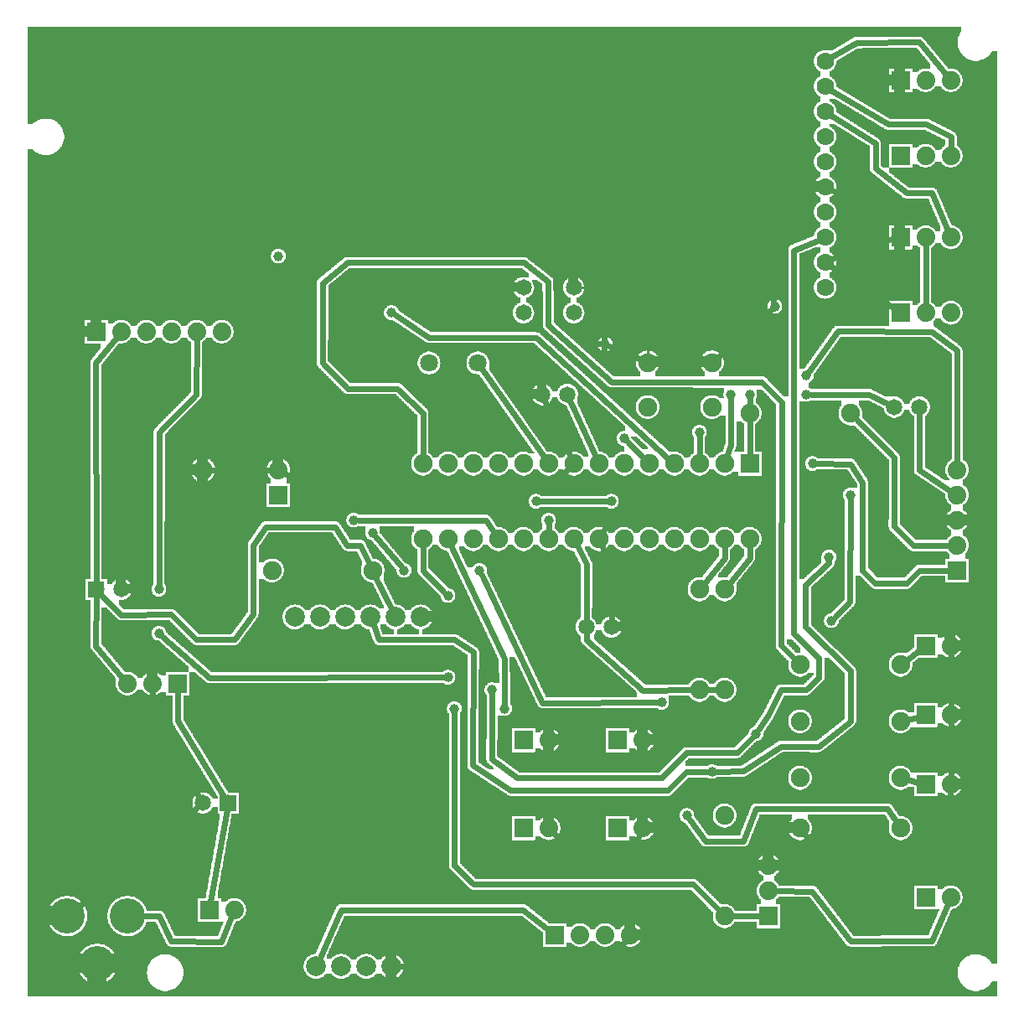
<source format=gtl>
G04 MADE WITH FRITZING*
G04 WWW.FRITZING.ORG*
G04 DOUBLE SIDED*
G04 HOLES PLATED*
G04 CONTOUR ON CENTER OF CONTOUR VECTOR*
%ASAXBY*%
%FSLAX23Y23*%
%MOIN*%
%OFA0B0*%
%SFA1.0B1.0*%
%ADD10C,0.075000*%
%ADD11C,0.078000*%
%ADD12C,0.039370*%
%ADD13C,0.074000*%
%ADD14C,0.065000*%
%ADD15C,0.070925*%
%ADD16C,0.070866*%
%ADD17C,0.070000*%
%ADD18C,0.078861*%
%ADD19C,0.078833*%
%ADD20C,0.064972*%
%ADD21C,0.064944*%
%ADD22C,0.140000*%
%ADD23R,0.074000X0.074000*%
%ADD24R,0.075000X0.075000*%
%ADD25C,0.024000*%
%ADD26C,0.011111*%
%ADD27R,0.001000X0.001000*%
%LNCOPPER1*%
G90*
G70*
G54D10*
X3308Y3404D03*
X1316Y2871D03*
X3288Y2586D03*
X3582Y2053D03*
X1937Y1732D03*
X3221Y1238D03*
X3683Y3840D03*
G54D11*
X738Y2136D03*
G54D12*
X1038Y2986D03*
X2563Y1211D03*
X2663Y761D03*
X1838Y1736D03*
X1713Y1636D03*
X1713Y1311D03*
X563Y1486D03*
X563Y1661D03*
X1738Y1186D03*
X1938Y1186D03*
X2363Y2011D03*
X2063Y2011D03*
X1338Y1936D03*
X1413Y1886D03*
X1538Y1736D03*
X1488Y2761D03*
X2413Y2261D03*
X2338Y2636D03*
G54D10*
X3313Y2361D03*
X2913Y2361D03*
G54D13*
X2138Y286D03*
X2238Y286D03*
X2338Y286D03*
X2438Y286D03*
G54D12*
X2838Y2436D03*
X3138Y2511D03*
X3163Y2161D03*
X3313Y2036D03*
G54D14*
X3588Y2386D03*
X3488Y2386D03*
X3588Y2386D03*
X3488Y2386D03*
G54D12*
X2913Y2436D03*
X3138Y2436D03*
X3013Y2786D03*
G54D10*
X2507Y2563D03*
X2763Y2563D03*
X2507Y2386D03*
X2763Y2386D03*
G54D14*
X2188Y2436D03*
X2088Y2436D03*
X2188Y2436D03*
X2088Y2436D03*
X2363Y1511D03*
X2263Y1511D03*
X2363Y1511D03*
X2263Y1511D03*
G54D15*
X1638Y2561D03*
G54D16*
X1831Y2561D03*
G54D17*
X3213Y3761D03*
X3213Y3661D03*
X3213Y3561D03*
X3213Y3461D03*
X3213Y3361D03*
X3213Y3261D03*
X3213Y3161D03*
X3213Y3061D03*
X3213Y2961D03*
X3213Y2861D03*
G54D18*
X1603Y1551D03*
X1503Y1551D03*
X1403Y1551D03*
X1303Y1551D03*
X1203Y1551D03*
X1103Y1551D03*
G54D19*
X1488Y161D03*
X1388Y161D03*
X1288Y161D03*
X1188Y161D03*
G54D20*
X1603Y1551D03*
X1503Y1551D03*
X1403Y1551D03*
X1303Y1551D03*
X1203Y1551D03*
X1103Y1551D03*
G54D21*
X1488Y161D03*
X1388Y161D03*
X1288Y161D03*
X1188Y161D03*
G54D10*
X2913Y2161D03*
X2913Y1861D03*
X2813Y2161D03*
X2813Y1861D03*
X2713Y2161D03*
X2713Y1861D03*
X2613Y2161D03*
X2613Y1861D03*
X2513Y2161D03*
X2513Y1861D03*
X2413Y2161D03*
X2413Y1861D03*
X2313Y2161D03*
X2313Y1861D03*
X2213Y2161D03*
X2213Y1861D03*
X2113Y2161D03*
X2113Y1861D03*
X2013Y2161D03*
X2013Y1861D03*
X1913Y2161D03*
X1913Y1861D03*
X1813Y2161D03*
X1813Y1861D03*
X1713Y2161D03*
X1713Y1861D03*
X1613Y2161D03*
X1613Y1861D03*
G54D13*
X638Y1286D03*
X538Y1286D03*
X438Y1286D03*
X638Y1286D03*
X538Y1286D03*
X438Y1286D03*
G54D22*
X438Y361D03*
X198Y361D03*
X318Y171D03*
G54D14*
X838Y811D03*
X738Y811D03*
X838Y811D03*
X738Y811D03*
X2013Y2861D03*
X2013Y2761D03*
X2013Y2861D03*
X2013Y2761D03*
X2213Y2761D03*
X2213Y2861D03*
X2213Y2761D03*
X2213Y2861D03*
G54D10*
X2713Y1261D03*
X2713Y1661D03*
X2813Y1661D03*
X2813Y1261D03*
G54D14*
X313Y1661D03*
X413Y1661D03*
X313Y1661D03*
X413Y1661D03*
G54D10*
X1013Y1736D03*
X1413Y1736D03*
X2813Y761D03*
X2813Y361D03*
X3513Y711D03*
X3113Y711D03*
X3513Y1136D03*
X3113Y1136D03*
X3513Y1361D03*
X3113Y1361D03*
X3513Y911D03*
X3113Y911D03*
G54D12*
X2713Y2286D03*
X2938Y1086D03*
X3228Y1789D03*
X2113Y1936D03*
X3238Y1536D03*
X2763Y936D03*
G54D13*
X2388Y711D03*
X2488Y711D03*
X2013Y711D03*
X2113Y711D03*
X2388Y1061D03*
X2488Y1061D03*
X2013Y1061D03*
X2113Y1061D03*
X2988Y361D03*
X2988Y461D03*
X2988Y561D03*
X3613Y436D03*
X3713Y436D03*
X763Y386D03*
X863Y386D03*
X3513Y2761D03*
X3613Y2761D03*
X3713Y2761D03*
X3513Y3061D03*
X3613Y3061D03*
X3713Y3061D03*
X3513Y3386D03*
X3613Y3386D03*
X3713Y3386D03*
X3513Y3686D03*
X3613Y3686D03*
X3713Y3686D03*
X3613Y886D03*
X3713Y886D03*
X3613Y1161D03*
X3713Y1161D03*
X3613Y1436D03*
X3713Y1436D03*
X1038Y2036D03*
X1038Y2136D03*
X3738Y1736D03*
X3738Y1836D03*
X3738Y1936D03*
X3738Y2036D03*
X3738Y2136D03*
X313Y2686D03*
X413Y2686D03*
X513Y2686D03*
X613Y2686D03*
X713Y2686D03*
X813Y2686D03*
G54D12*
X1888Y1261D03*
G54D23*
X2138Y286D03*
G54D24*
X2913Y2161D03*
G54D23*
X2388Y711D03*
X2013Y711D03*
X2388Y1061D03*
X2013Y1061D03*
X2988Y361D03*
X3613Y436D03*
X763Y386D03*
X3513Y2761D03*
X3513Y3061D03*
X3513Y3386D03*
X3513Y3686D03*
X3613Y886D03*
X3613Y1161D03*
X3613Y1436D03*
X1038Y2036D03*
X3738Y1736D03*
X313Y2686D03*
G54D25*
X768Y2136D02*
X1007Y2136D01*
D02*
X1613Y1736D02*
X1699Y1649D01*
D02*
X1613Y1832D02*
X1613Y1736D01*
D02*
X2089Y1210D02*
X2544Y1211D01*
D02*
X1846Y1719D02*
X2089Y1210D01*
D02*
X3461Y787D02*
X3497Y735D01*
D02*
X2938Y787D02*
X3461Y787D01*
D02*
X2888Y660D02*
X2938Y787D01*
D02*
X2736Y660D02*
X2888Y660D01*
D02*
X2674Y746D02*
X2736Y660D01*
D02*
X2957Y361D02*
X2841Y361D01*
D02*
X563Y2285D02*
X563Y1680D01*
D02*
X712Y2436D02*
X563Y2285D01*
D02*
X713Y2655D02*
X712Y2436D01*
D02*
X763Y1310D02*
X1694Y1311D01*
D02*
X577Y1473D02*
X763Y1310D01*
D02*
X1937Y1386D02*
X1725Y1835D01*
D02*
X1938Y1205D02*
X1937Y1386D01*
D02*
X2688Y487D02*
X2793Y381D01*
D02*
X1814Y487D02*
X2688Y487D01*
D02*
X1738Y562D02*
X1814Y487D01*
D02*
X1738Y1167D02*
X1738Y562D01*
D02*
X2344Y2011D02*
X2082Y2011D01*
D02*
X2213Y611D02*
X2135Y689D01*
D02*
X2439Y611D02*
X2213Y611D01*
D02*
X2474Y683D02*
X2439Y611D01*
D02*
X3613Y2792D02*
X3613Y3030D01*
D02*
X3582Y893D02*
X3540Y904D01*
D02*
X3713Y917D02*
X3713Y1130D01*
D02*
X3582Y1153D02*
X3540Y1143D01*
D02*
X3713Y1192D02*
X3713Y1405D01*
D02*
X3588Y1417D02*
X3536Y1378D01*
D02*
X1864Y1935D02*
X1897Y1885D01*
D02*
X1357Y1936D02*
X1864Y1935D01*
D02*
X2426Y2248D02*
X2492Y2181D01*
D02*
X2063Y2662D02*
X2592Y2180D01*
D02*
X1638Y2662D02*
X2063Y2662D01*
D02*
X1504Y2751D02*
X1638Y2662D01*
D02*
X1526Y1751D02*
X1425Y1871D01*
D02*
X2480Y2574D02*
X2355Y2628D01*
D02*
X2913Y2190D02*
X2913Y2332D01*
D02*
X3737Y2611D02*
X3639Y2686D01*
D02*
X3738Y2167D02*
X3737Y2611D01*
D02*
X3639Y2686D02*
X3263Y2687D01*
D02*
X3263Y2687D02*
X3149Y2526D01*
D02*
X2838Y2236D02*
X2822Y2188D01*
D02*
X2838Y2417D02*
X2838Y2236D01*
D02*
X3489Y2185D02*
X3487Y1911D01*
D02*
X3563Y1835D02*
X3707Y1836D01*
D02*
X3487Y1911D02*
X3563Y1835D01*
D02*
X3333Y2341D02*
X3489Y2185D01*
D02*
X3362Y1736D02*
X3362Y2086D01*
D02*
X3313Y2160D02*
X3182Y2161D01*
D02*
X3362Y2086D02*
X3313Y2160D01*
D02*
X3412Y1685D02*
X3362Y1736D01*
D02*
X3538Y1685D02*
X3412Y1685D01*
D02*
X3588Y1736D02*
X3538Y1685D01*
D02*
X3707Y1736D02*
X3588Y1736D01*
D02*
X3588Y2135D02*
X3588Y2361D01*
D02*
X3712Y2053D02*
X3588Y2135D01*
D02*
X3388Y2435D02*
X3157Y2436D01*
D02*
X3465Y2397D02*
X3388Y2435D01*
D02*
X2913Y2417D02*
X2913Y2390D01*
D02*
X1288Y386D02*
X1203Y194D01*
D02*
X2012Y386D02*
X1288Y386D01*
D02*
X2113Y305D02*
X2012Y386D01*
D02*
X2338Y161D02*
X1524Y161D01*
D02*
X2418Y262D02*
X2338Y161D01*
D02*
X2998Y2773D02*
X2784Y2582D01*
D02*
X2264Y1460D02*
X2263Y1486D01*
D02*
X2489Y1260D02*
X2264Y1460D01*
D02*
X2684Y1261D02*
X2489Y1260D01*
D02*
X3238Y561D02*
X3131Y689D01*
D02*
X3488Y561D02*
X3238Y561D01*
D02*
X3712Y762D02*
X3488Y561D01*
D02*
X3712Y855D02*
X3712Y762D01*
D02*
X2362Y1761D02*
X2325Y1835D01*
D02*
X2363Y1536D02*
X2362Y1761D01*
D02*
X2264Y1761D02*
X2226Y1835D01*
D02*
X2263Y1536D02*
X2264Y1761D01*
D02*
X2201Y2187D02*
X2098Y2413D01*
D02*
X2301Y2187D02*
X2198Y2413D01*
D02*
X245Y400D02*
X719Y795D01*
D02*
X638Y1137D02*
X825Y832D01*
D02*
X638Y1255D02*
X638Y1137D01*
D02*
X538Y1137D02*
X538Y1255D01*
D02*
X725Y832D02*
X538Y1137D01*
D02*
X833Y786D02*
X768Y417D01*
D02*
X3093Y1381D02*
X3038Y1437D01*
D02*
X3038Y1437D02*
X3040Y2405D01*
D02*
X3040Y2405D02*
X2962Y2486D01*
D02*
X2962Y2486D02*
X2363Y2486D01*
D02*
X2363Y2486D02*
X2112Y2711D01*
D02*
X2111Y2884D02*
X2013Y2961D01*
D02*
X2112Y2711D02*
X2111Y2884D01*
D02*
X2013Y2961D02*
X1313Y2961D01*
D02*
X1214Y2880D02*
X1213Y2561D01*
D02*
X1213Y2561D02*
X1313Y2460D01*
D02*
X1313Y2961D02*
X1214Y2880D01*
D02*
X1313Y2460D02*
X1512Y2460D01*
D02*
X1613Y2361D02*
X1613Y2190D01*
D02*
X1512Y2460D02*
X1613Y2361D01*
D02*
X563Y361D02*
X499Y361D01*
D02*
X612Y261D02*
X563Y361D01*
D02*
X812Y260D02*
X612Y261D01*
D02*
X851Y357D02*
X812Y260D01*
D02*
X3587Y3837D02*
X3337Y3836D01*
D02*
X3337Y3836D02*
X3239Y3777D01*
D02*
X3693Y3710D02*
X3587Y3837D01*
D02*
X2096Y2184D02*
X1846Y2539D01*
D02*
X3713Y3461D02*
X3613Y3512D01*
D02*
X3713Y3417D02*
X3713Y3461D01*
D02*
X3463Y3511D02*
X3239Y3645D01*
D02*
X3613Y3512D02*
X3463Y3511D01*
D02*
X3700Y3090D02*
X3638Y3237D01*
D02*
X3537Y3237D02*
X3413Y3336D01*
D02*
X3638Y3237D02*
X3537Y3237D01*
D02*
X3413Y3336D02*
X3413Y3435D01*
D02*
X3413Y3435D02*
X3239Y3545D01*
D02*
X2713Y2190D02*
X2713Y2267D01*
D02*
X2913Y1786D02*
X2913Y1832D01*
D02*
X2831Y1683D02*
X2913Y1786D01*
D02*
X3184Y3049D02*
X3088Y3010D01*
D02*
X3088Y3010D02*
X3087Y1486D01*
D02*
X3087Y1486D02*
X3188Y1387D01*
D02*
X3138Y1261D02*
X3038Y1261D01*
D02*
X3038Y1261D02*
X2988Y1161D01*
D02*
X3188Y1310D02*
X3138Y1261D01*
D02*
X3188Y1387D02*
X3188Y1310D01*
D02*
X2988Y1161D02*
X2948Y1102D01*
D02*
X1888Y1242D02*
X1887Y985D01*
D02*
X1887Y985D02*
X1988Y911D01*
D02*
X1988Y911D02*
X2563Y911D01*
D02*
X2563Y911D02*
X2662Y1011D01*
D02*
X2662Y1011D02*
X2863Y1012D01*
D02*
X2863Y1012D02*
X2924Y1073D01*
D02*
X2813Y1786D02*
X2731Y1683D01*
D02*
X2813Y1832D02*
X2813Y1786D01*
D02*
X1811Y961D02*
X1962Y861D01*
D02*
X1813Y1411D02*
X1811Y961D01*
D02*
X1738Y1461D02*
X1813Y1411D01*
D02*
X1438Y1461D02*
X1738Y1461D01*
D02*
X1417Y1517D02*
X1438Y1461D01*
D02*
X1962Y861D02*
X2588Y861D01*
D02*
X2192Y2141D02*
X2137Y2085D01*
D02*
X2513Y2086D02*
X2137Y2085D01*
D02*
X2512Y1960D02*
X2562Y1985D01*
D02*
X2562Y1985D02*
X2563Y2061D01*
D02*
X2563Y2061D02*
X2513Y2086D01*
D02*
X2363Y1960D02*
X2512Y1960D01*
D02*
X2326Y1886D02*
X2363Y1960D01*
D02*
X3240Y2976D02*
X3337Y3029D01*
D02*
X3363Y3186D02*
X3337Y3029D01*
D02*
X3240Y3247D02*
X3363Y3186D01*
D02*
X3487Y2778D02*
X3238Y2944D01*
D02*
X3482Y3055D02*
X3337Y3029D01*
G54D26*
D02*
X2232Y2861D02*
X2364Y2861D01*
D02*
X2364Y2861D02*
X2512Y2736D01*
D02*
X2512Y2736D02*
X2507Y2586D01*
G54D25*
D02*
X2784Y1261D02*
X2741Y1261D01*
D02*
X3162Y460D02*
X3019Y461D01*
D02*
X3313Y262D02*
X3162Y460D01*
D02*
X3638Y263D02*
X3313Y262D01*
D02*
X3700Y407D02*
X3638Y263D01*
D02*
X2113Y1917D02*
X2113Y1890D01*
D02*
X330Y1643D02*
X412Y1560D01*
D02*
X412Y1560D02*
X612Y1561D01*
D02*
X711Y1461D02*
X863Y1461D01*
D02*
X612Y1561D02*
X711Y1461D01*
D02*
X863Y1461D02*
X937Y1562D01*
D02*
X418Y1310D02*
X312Y1436D01*
D02*
X3313Y2017D02*
X3312Y1611D01*
D02*
X3312Y1611D02*
X3251Y1549D01*
D02*
X2662Y935D02*
X2744Y936D01*
D02*
X2588Y861D02*
X2662Y935D01*
D02*
X3038Y1036D02*
X2887Y937D01*
D02*
X2887Y937D02*
X2782Y936D01*
D02*
X3188Y1036D02*
X3038Y1036D01*
D02*
X3313Y1136D02*
X3188Y1036D01*
D02*
X3313Y1337D02*
X3313Y1136D01*
D02*
X3228Y1765D02*
X3134Y1678D01*
D02*
X3134Y1678D02*
X3134Y1511D01*
D02*
X3228Y1770D02*
X3228Y1765D01*
D02*
X3134Y1511D02*
X3313Y1337D01*
D02*
X312Y1436D02*
X313Y1636D01*
D02*
X312Y2562D02*
X313Y1686D01*
D02*
X393Y2662D02*
X312Y2562D01*
D02*
X1937Y2085D02*
X1862Y2011D01*
D02*
X2137Y2085D02*
X1937Y2085D01*
D02*
X1263Y2011D02*
X1065Y2121D01*
D02*
X1862Y2011D02*
X1263Y2011D01*
D02*
X1364Y1836D02*
X1400Y1762D01*
D02*
X1263Y1910D02*
X1312Y1836D01*
D02*
X988Y1910D02*
X1263Y1910D01*
D02*
X937Y1562D02*
X937Y1836D01*
D02*
X937Y1836D02*
X988Y1910D01*
D02*
X1312Y1836D02*
X1364Y1836D01*
D02*
X1487Y1584D02*
X1425Y1710D01*
G36*
X3232Y3613D02*
X3232Y3601D01*
X3234Y3601D01*
X3234Y3599D01*
X3238Y3599D01*
X3238Y3597D01*
X3240Y3597D01*
X3240Y3595D01*
X3242Y3595D01*
X3242Y3593D01*
X3246Y3593D01*
X3246Y3589D01*
X3248Y3589D01*
X3248Y3587D01*
X3250Y3587D01*
X3250Y3585D01*
X3252Y3585D01*
X3252Y3581D01*
X3254Y3581D01*
X3254Y3575D01*
X3256Y3575D01*
X3256Y3567D01*
X3258Y3567D01*
X3258Y3557D01*
X3262Y3557D01*
X3262Y3555D01*
X3266Y3555D01*
X3266Y3553D01*
X3268Y3553D01*
X3268Y3551D01*
X3272Y3551D01*
X3272Y3549D01*
X3274Y3549D01*
X3274Y3547D01*
X3278Y3547D01*
X3278Y3545D01*
X3282Y3545D01*
X3282Y3543D01*
X3284Y3543D01*
X3284Y3541D01*
X3288Y3541D01*
X3288Y3539D01*
X3290Y3539D01*
X3290Y3537D01*
X3294Y3537D01*
X3294Y3535D01*
X3296Y3535D01*
X3296Y3533D01*
X3300Y3533D01*
X3300Y3531D01*
X3304Y3531D01*
X3304Y3529D01*
X3306Y3529D01*
X3306Y3527D01*
X3310Y3527D01*
X3310Y3525D01*
X3312Y3525D01*
X3312Y3523D01*
X3316Y3523D01*
X3316Y3521D01*
X3320Y3521D01*
X3320Y3519D01*
X3322Y3519D01*
X3322Y3517D01*
X3326Y3517D01*
X3326Y3515D01*
X3328Y3515D01*
X3328Y3513D01*
X3332Y3513D01*
X3332Y3511D01*
X3336Y3511D01*
X3336Y3509D01*
X3338Y3509D01*
X3338Y3507D01*
X3342Y3507D01*
X3342Y3505D01*
X3344Y3505D01*
X3344Y3503D01*
X3348Y3503D01*
X3348Y3501D01*
X3352Y3501D01*
X3352Y3499D01*
X3354Y3499D01*
X3354Y3497D01*
X3358Y3497D01*
X3358Y3495D01*
X3360Y3495D01*
X3360Y3493D01*
X3364Y3493D01*
X3364Y3491D01*
X3366Y3491D01*
X3366Y3489D01*
X3370Y3489D01*
X3370Y3487D01*
X3374Y3487D01*
X3374Y3485D01*
X3376Y3485D01*
X3376Y3483D01*
X3380Y3483D01*
X3380Y3481D01*
X3382Y3481D01*
X3382Y3479D01*
X3386Y3479D01*
X3386Y3477D01*
X3390Y3477D01*
X3390Y3475D01*
X3392Y3475D01*
X3392Y3473D01*
X3396Y3473D01*
X3396Y3471D01*
X3398Y3471D01*
X3398Y3469D01*
X3402Y3469D01*
X3402Y3467D01*
X3406Y3467D01*
X3406Y3465D01*
X3408Y3465D01*
X3408Y3463D01*
X3412Y3463D01*
X3412Y3461D01*
X3414Y3461D01*
X3414Y3459D01*
X3418Y3459D01*
X3418Y3457D01*
X3422Y3457D01*
X3422Y3455D01*
X3424Y3455D01*
X3424Y3453D01*
X3426Y3453D01*
X3426Y3451D01*
X3428Y3451D01*
X3428Y3449D01*
X3430Y3449D01*
X3430Y3447D01*
X3432Y3447D01*
X3432Y3443D01*
X3434Y3443D01*
X3434Y3433D01*
X3622Y3433D01*
X3622Y3431D01*
X3628Y3431D01*
X3628Y3429D01*
X3634Y3429D01*
X3634Y3427D01*
X3636Y3427D01*
X3636Y3425D01*
X3640Y3425D01*
X3640Y3423D01*
X3642Y3423D01*
X3642Y3421D01*
X3644Y3421D01*
X3644Y3419D01*
X3646Y3419D01*
X3646Y3417D01*
X3648Y3417D01*
X3648Y3415D01*
X3650Y3415D01*
X3650Y3413D01*
X3652Y3413D01*
X3652Y3409D01*
X3672Y3409D01*
X3672Y3411D01*
X3674Y3411D01*
X3674Y3413D01*
X3676Y3413D01*
X3676Y3417D01*
X3678Y3417D01*
X3678Y3419D01*
X3680Y3419D01*
X3680Y3421D01*
X3682Y3421D01*
X3682Y3423D01*
X3686Y3423D01*
X3686Y3425D01*
X3688Y3425D01*
X3688Y3427D01*
X3690Y3427D01*
X3690Y3449D01*
X3686Y3449D01*
X3686Y3451D01*
X3682Y3451D01*
X3682Y3453D01*
X3678Y3453D01*
X3678Y3455D01*
X3674Y3455D01*
X3674Y3457D01*
X3670Y3457D01*
X3670Y3459D01*
X3666Y3459D01*
X3666Y3461D01*
X3662Y3461D01*
X3662Y3463D01*
X3658Y3463D01*
X3658Y3465D01*
X3654Y3465D01*
X3654Y3467D01*
X3650Y3467D01*
X3650Y3469D01*
X3646Y3469D01*
X3646Y3471D01*
X3642Y3471D01*
X3642Y3473D01*
X3638Y3473D01*
X3638Y3475D01*
X3634Y3475D01*
X3634Y3477D01*
X3630Y3477D01*
X3630Y3479D01*
X3626Y3479D01*
X3626Y3481D01*
X3622Y3481D01*
X3622Y3483D01*
X3618Y3483D01*
X3618Y3485D01*
X3614Y3485D01*
X3614Y3487D01*
X3610Y3487D01*
X3610Y3489D01*
X3458Y3489D01*
X3458Y3491D01*
X3452Y3491D01*
X3452Y3493D01*
X3448Y3493D01*
X3448Y3495D01*
X3446Y3495D01*
X3446Y3497D01*
X3442Y3497D01*
X3442Y3499D01*
X3438Y3499D01*
X3438Y3501D01*
X3436Y3501D01*
X3436Y3503D01*
X3432Y3503D01*
X3432Y3505D01*
X3428Y3505D01*
X3428Y3507D01*
X3426Y3507D01*
X3426Y3509D01*
X3422Y3509D01*
X3422Y3511D01*
X3418Y3511D01*
X3418Y3513D01*
X3416Y3513D01*
X3416Y3515D01*
X3412Y3515D01*
X3412Y3517D01*
X3408Y3517D01*
X3408Y3519D01*
X3406Y3519D01*
X3406Y3521D01*
X3402Y3521D01*
X3402Y3523D01*
X3398Y3523D01*
X3398Y3525D01*
X3396Y3525D01*
X3396Y3527D01*
X3392Y3527D01*
X3392Y3529D01*
X3388Y3529D01*
X3388Y3531D01*
X3386Y3531D01*
X3386Y3533D01*
X3382Y3533D01*
X3382Y3535D01*
X3378Y3535D01*
X3378Y3537D01*
X3376Y3537D01*
X3376Y3539D01*
X3372Y3539D01*
X3372Y3541D01*
X3368Y3541D01*
X3368Y3543D01*
X3366Y3543D01*
X3366Y3545D01*
X3362Y3545D01*
X3362Y3547D01*
X3358Y3547D01*
X3358Y3549D01*
X3356Y3549D01*
X3356Y3551D01*
X3352Y3551D01*
X3352Y3553D01*
X3348Y3553D01*
X3348Y3555D01*
X3346Y3555D01*
X3346Y3557D01*
X3342Y3557D01*
X3342Y3559D01*
X3338Y3559D01*
X3338Y3561D01*
X3336Y3561D01*
X3336Y3563D01*
X3332Y3563D01*
X3332Y3565D01*
X3328Y3565D01*
X3328Y3567D01*
X3326Y3567D01*
X3326Y3569D01*
X3322Y3569D01*
X3322Y3571D01*
X3318Y3571D01*
X3318Y3573D01*
X3316Y3573D01*
X3316Y3575D01*
X3312Y3575D01*
X3312Y3577D01*
X3308Y3577D01*
X3308Y3579D01*
X3306Y3579D01*
X3306Y3581D01*
X3302Y3581D01*
X3302Y3583D01*
X3298Y3583D01*
X3298Y3585D01*
X3296Y3585D01*
X3296Y3587D01*
X3292Y3587D01*
X3292Y3589D01*
X3288Y3589D01*
X3288Y3591D01*
X3286Y3591D01*
X3286Y3593D01*
X3282Y3593D01*
X3282Y3595D01*
X3278Y3595D01*
X3278Y3597D01*
X3276Y3597D01*
X3276Y3599D01*
X3272Y3599D01*
X3272Y3601D01*
X3268Y3601D01*
X3268Y3603D01*
X3266Y3603D01*
X3266Y3605D01*
X3262Y3605D01*
X3262Y3607D01*
X3258Y3607D01*
X3258Y3609D01*
X3254Y3609D01*
X3254Y3611D01*
X3252Y3611D01*
X3252Y3613D01*
X3232Y3613D01*
G37*
D02*
G36*
X3434Y3433D02*
X3434Y3345D01*
X3438Y3345D01*
X3438Y3343D01*
X3440Y3343D01*
X3440Y3341D01*
X3442Y3341D01*
X3442Y3339D01*
X3444Y3339D01*
X3444Y3337D01*
X3466Y3337D01*
X3466Y3433D01*
X3434Y3433D01*
G37*
D02*
G36*
X3560Y3433D02*
X3560Y3419D01*
X3580Y3419D01*
X3580Y3421D01*
X3582Y3421D01*
X3582Y3423D01*
X3586Y3423D01*
X3586Y3425D01*
X3588Y3425D01*
X3588Y3427D01*
X3592Y3427D01*
X3592Y3429D01*
X3596Y3429D01*
X3596Y3431D01*
X3604Y3431D01*
X3604Y3433D01*
X3560Y3433D01*
G37*
D02*
G36*
X3232Y3511D02*
X3232Y3501D01*
X3234Y3501D01*
X3234Y3499D01*
X3238Y3499D01*
X3238Y3497D01*
X3240Y3497D01*
X3240Y3495D01*
X3242Y3495D01*
X3242Y3493D01*
X3246Y3493D01*
X3246Y3489D01*
X3248Y3489D01*
X3248Y3487D01*
X3250Y3487D01*
X3250Y3485D01*
X3252Y3485D01*
X3252Y3481D01*
X3254Y3481D01*
X3254Y3475D01*
X3256Y3475D01*
X3256Y3467D01*
X3258Y3467D01*
X3258Y3453D01*
X3256Y3453D01*
X3256Y3447D01*
X3254Y3447D01*
X3254Y3441D01*
X3252Y3441D01*
X3252Y3437D01*
X3250Y3437D01*
X3250Y3435D01*
X3248Y3435D01*
X3248Y3433D01*
X3246Y3433D01*
X3246Y3429D01*
X3244Y3429D01*
X3244Y3427D01*
X3240Y3427D01*
X3240Y3425D01*
X3238Y3425D01*
X3238Y3423D01*
X3234Y3423D01*
X3234Y3421D01*
X3232Y3421D01*
X3232Y3401D01*
X3234Y3401D01*
X3234Y3399D01*
X3238Y3399D01*
X3238Y3397D01*
X3240Y3397D01*
X3240Y3395D01*
X3242Y3395D01*
X3242Y3393D01*
X3246Y3393D01*
X3246Y3389D01*
X3248Y3389D01*
X3248Y3387D01*
X3250Y3387D01*
X3250Y3385D01*
X3252Y3385D01*
X3252Y3381D01*
X3254Y3381D01*
X3254Y3375D01*
X3256Y3375D01*
X3256Y3367D01*
X3258Y3367D01*
X3258Y3353D01*
X3256Y3353D01*
X3256Y3347D01*
X3254Y3347D01*
X3254Y3341D01*
X3252Y3341D01*
X3252Y3337D01*
X3250Y3337D01*
X3250Y3335D01*
X3248Y3335D01*
X3248Y3333D01*
X3246Y3333D01*
X3246Y3329D01*
X3244Y3329D01*
X3244Y3327D01*
X3240Y3327D01*
X3240Y3325D01*
X3238Y3325D01*
X3238Y3323D01*
X3234Y3323D01*
X3234Y3321D01*
X3232Y3321D01*
X3232Y3301D01*
X3234Y3301D01*
X3234Y3299D01*
X3238Y3299D01*
X3238Y3297D01*
X3240Y3297D01*
X3240Y3295D01*
X3242Y3295D01*
X3242Y3293D01*
X3246Y3293D01*
X3246Y3289D01*
X3248Y3289D01*
X3248Y3287D01*
X3250Y3287D01*
X3250Y3285D01*
X3252Y3285D01*
X3252Y3281D01*
X3254Y3281D01*
X3254Y3275D01*
X3256Y3275D01*
X3256Y3267D01*
X3258Y3267D01*
X3258Y3253D01*
X3256Y3253D01*
X3256Y3247D01*
X3254Y3247D01*
X3254Y3241D01*
X3252Y3241D01*
X3252Y3237D01*
X3250Y3237D01*
X3250Y3235D01*
X3248Y3235D01*
X3248Y3233D01*
X3246Y3233D01*
X3246Y3229D01*
X3244Y3229D01*
X3244Y3227D01*
X3240Y3227D01*
X3240Y3225D01*
X3238Y3225D01*
X3238Y3223D01*
X3234Y3223D01*
X3234Y3221D01*
X3232Y3221D01*
X3232Y3201D01*
X3234Y3201D01*
X3234Y3199D01*
X3238Y3199D01*
X3238Y3197D01*
X3240Y3197D01*
X3240Y3195D01*
X3242Y3195D01*
X3242Y3193D01*
X3246Y3193D01*
X3246Y3189D01*
X3248Y3189D01*
X3248Y3187D01*
X3250Y3187D01*
X3250Y3185D01*
X3252Y3185D01*
X3252Y3181D01*
X3254Y3181D01*
X3254Y3175D01*
X3256Y3175D01*
X3256Y3167D01*
X3258Y3167D01*
X3258Y3153D01*
X3256Y3153D01*
X3256Y3147D01*
X3254Y3147D01*
X3254Y3141D01*
X3252Y3141D01*
X3252Y3137D01*
X3250Y3137D01*
X3250Y3135D01*
X3248Y3135D01*
X3248Y3133D01*
X3246Y3133D01*
X3246Y3129D01*
X3244Y3129D01*
X3244Y3127D01*
X3240Y3127D01*
X3240Y3125D01*
X3238Y3125D01*
X3238Y3123D01*
X3234Y3123D01*
X3234Y3121D01*
X3232Y3121D01*
X3232Y3107D01*
X3626Y3107D01*
X3626Y3105D01*
X3632Y3105D01*
X3632Y3103D01*
X3636Y3103D01*
X3636Y3101D01*
X3638Y3101D01*
X3638Y3099D01*
X3642Y3099D01*
X3642Y3097D01*
X3644Y3097D01*
X3644Y3095D01*
X3646Y3095D01*
X3646Y3093D01*
X3648Y3093D01*
X3648Y3091D01*
X3650Y3091D01*
X3650Y3087D01*
X3652Y3087D01*
X3652Y3085D01*
X3672Y3085D01*
X3672Y3103D01*
X3670Y3103D01*
X3670Y3107D01*
X3668Y3107D01*
X3668Y3113D01*
X3666Y3113D01*
X3666Y3117D01*
X3664Y3117D01*
X3664Y3121D01*
X3662Y3121D01*
X3662Y3127D01*
X3660Y3127D01*
X3660Y3131D01*
X3658Y3131D01*
X3658Y3135D01*
X3656Y3135D01*
X3656Y3141D01*
X3654Y3141D01*
X3654Y3145D01*
X3652Y3145D01*
X3652Y3149D01*
X3650Y3149D01*
X3650Y3155D01*
X3648Y3155D01*
X3648Y3159D01*
X3646Y3159D01*
X3646Y3163D01*
X3644Y3163D01*
X3644Y3169D01*
X3642Y3169D01*
X3642Y3173D01*
X3640Y3173D01*
X3640Y3177D01*
X3638Y3177D01*
X3638Y3183D01*
X3636Y3183D01*
X3636Y3187D01*
X3634Y3187D01*
X3634Y3193D01*
X3632Y3193D01*
X3632Y3197D01*
X3630Y3197D01*
X3630Y3201D01*
X3628Y3201D01*
X3628Y3207D01*
X3626Y3207D01*
X3626Y3211D01*
X3624Y3211D01*
X3624Y3215D01*
X3530Y3215D01*
X3530Y3217D01*
X3526Y3217D01*
X3526Y3219D01*
X3522Y3219D01*
X3522Y3221D01*
X3520Y3221D01*
X3520Y3223D01*
X3518Y3223D01*
X3518Y3225D01*
X3516Y3225D01*
X3516Y3227D01*
X3512Y3227D01*
X3512Y3229D01*
X3510Y3229D01*
X3510Y3231D01*
X3508Y3231D01*
X3508Y3233D01*
X3506Y3233D01*
X3506Y3235D01*
X3502Y3235D01*
X3502Y3237D01*
X3500Y3237D01*
X3500Y3239D01*
X3498Y3239D01*
X3498Y3241D01*
X3496Y3241D01*
X3496Y3243D01*
X3492Y3243D01*
X3492Y3245D01*
X3490Y3245D01*
X3490Y3247D01*
X3488Y3247D01*
X3488Y3249D01*
X3484Y3249D01*
X3484Y3251D01*
X3482Y3251D01*
X3482Y3253D01*
X3480Y3253D01*
X3480Y3255D01*
X3478Y3255D01*
X3478Y3257D01*
X3474Y3257D01*
X3474Y3259D01*
X3472Y3259D01*
X3472Y3261D01*
X3470Y3261D01*
X3470Y3263D01*
X3468Y3263D01*
X3468Y3265D01*
X3464Y3265D01*
X3464Y3267D01*
X3462Y3267D01*
X3462Y3269D01*
X3460Y3269D01*
X3460Y3271D01*
X3458Y3271D01*
X3458Y3273D01*
X3454Y3273D01*
X3454Y3275D01*
X3452Y3275D01*
X3452Y3277D01*
X3450Y3277D01*
X3450Y3279D01*
X3448Y3279D01*
X3448Y3281D01*
X3444Y3281D01*
X3444Y3283D01*
X3442Y3283D01*
X3442Y3285D01*
X3440Y3285D01*
X3440Y3287D01*
X3438Y3287D01*
X3438Y3289D01*
X3434Y3289D01*
X3434Y3291D01*
X3432Y3291D01*
X3432Y3293D01*
X3430Y3293D01*
X3430Y3295D01*
X3428Y3295D01*
X3428Y3297D01*
X3424Y3297D01*
X3424Y3299D01*
X3422Y3299D01*
X3422Y3301D01*
X3420Y3301D01*
X3420Y3303D01*
X3416Y3303D01*
X3416Y3305D01*
X3414Y3305D01*
X3414Y3307D01*
X3412Y3307D01*
X3412Y3309D01*
X3410Y3309D01*
X3410Y3311D01*
X3406Y3311D01*
X3406Y3313D01*
X3404Y3313D01*
X3404Y3315D01*
X3402Y3315D01*
X3402Y3317D01*
X3400Y3317D01*
X3400Y3319D01*
X3398Y3319D01*
X3398Y3321D01*
X3396Y3321D01*
X3396Y3323D01*
X3394Y3323D01*
X3394Y3325D01*
X3392Y3325D01*
X3392Y3331D01*
X3390Y3331D01*
X3390Y3425D01*
X3386Y3425D01*
X3386Y3427D01*
X3382Y3427D01*
X3382Y3429D01*
X3380Y3429D01*
X3380Y3431D01*
X3376Y3431D01*
X3376Y3433D01*
X3374Y3433D01*
X3374Y3435D01*
X3370Y3435D01*
X3370Y3437D01*
X3368Y3437D01*
X3368Y3439D01*
X3364Y3439D01*
X3364Y3441D01*
X3360Y3441D01*
X3360Y3443D01*
X3358Y3443D01*
X3358Y3445D01*
X3354Y3445D01*
X3354Y3447D01*
X3352Y3447D01*
X3352Y3449D01*
X3348Y3449D01*
X3348Y3451D01*
X3344Y3451D01*
X3344Y3453D01*
X3342Y3453D01*
X3342Y3455D01*
X3338Y3455D01*
X3338Y3457D01*
X3336Y3457D01*
X3336Y3459D01*
X3332Y3459D01*
X3332Y3461D01*
X3328Y3461D01*
X3328Y3463D01*
X3326Y3463D01*
X3326Y3465D01*
X3322Y3465D01*
X3322Y3467D01*
X3320Y3467D01*
X3320Y3469D01*
X3316Y3469D01*
X3316Y3471D01*
X3312Y3471D01*
X3312Y3473D01*
X3310Y3473D01*
X3310Y3475D01*
X3306Y3475D01*
X3306Y3477D01*
X3304Y3477D01*
X3304Y3479D01*
X3300Y3479D01*
X3300Y3481D01*
X3296Y3481D01*
X3296Y3483D01*
X3294Y3483D01*
X3294Y3485D01*
X3290Y3485D01*
X3290Y3487D01*
X3288Y3487D01*
X3288Y3489D01*
X3284Y3489D01*
X3284Y3491D01*
X3282Y3491D01*
X3282Y3493D01*
X3278Y3493D01*
X3278Y3495D01*
X3274Y3495D01*
X3274Y3497D01*
X3272Y3497D01*
X3272Y3499D01*
X3268Y3499D01*
X3268Y3501D01*
X3266Y3501D01*
X3266Y3503D01*
X3262Y3503D01*
X3262Y3505D01*
X3258Y3505D01*
X3258Y3507D01*
X3256Y3507D01*
X3256Y3509D01*
X3252Y3509D01*
X3252Y3511D01*
X3232Y3511D01*
G37*
D02*
G36*
X3232Y3107D02*
X3232Y3101D01*
X3234Y3101D01*
X3234Y3099D01*
X3238Y3099D01*
X3238Y3097D01*
X3240Y3097D01*
X3240Y3095D01*
X3242Y3095D01*
X3242Y3093D01*
X3246Y3093D01*
X3246Y3089D01*
X3248Y3089D01*
X3248Y3087D01*
X3250Y3087D01*
X3250Y3085D01*
X3252Y3085D01*
X3252Y3081D01*
X3254Y3081D01*
X3254Y3075D01*
X3256Y3075D01*
X3256Y3067D01*
X3258Y3067D01*
X3258Y3053D01*
X3256Y3053D01*
X3256Y3047D01*
X3254Y3047D01*
X3254Y3041D01*
X3252Y3041D01*
X3252Y3037D01*
X3250Y3037D01*
X3250Y3035D01*
X3248Y3035D01*
X3248Y3033D01*
X3246Y3033D01*
X3246Y3029D01*
X3244Y3029D01*
X3244Y3027D01*
X3240Y3027D01*
X3240Y3025D01*
X3238Y3025D01*
X3238Y3023D01*
X3234Y3023D01*
X3234Y3021D01*
X3232Y3021D01*
X3232Y3013D01*
X3466Y3013D01*
X3466Y3107D01*
X3232Y3107D01*
G37*
D02*
G36*
X3560Y3107D02*
X3560Y3093D01*
X3580Y3093D01*
X3580Y3095D01*
X3582Y3095D01*
X3582Y3097D01*
X3584Y3097D01*
X3584Y3099D01*
X3586Y3099D01*
X3586Y3101D01*
X3590Y3101D01*
X3590Y3103D01*
X3594Y3103D01*
X3594Y3105D01*
X3600Y3105D01*
X3600Y3107D01*
X3560Y3107D01*
G37*
D02*
G36*
X3560Y3029D02*
X3560Y3015D01*
X3558Y3015D01*
X3558Y3013D01*
X3590Y3013D01*
X3590Y3021D01*
X3586Y3021D01*
X3586Y3023D01*
X3584Y3023D01*
X3584Y3025D01*
X3582Y3025D01*
X3582Y3027D01*
X3580Y3027D01*
X3580Y3029D01*
X3560Y3029D01*
G37*
D02*
G36*
X3170Y3021D02*
X3170Y3019D01*
X3166Y3019D01*
X3166Y3017D01*
X3160Y3017D01*
X3160Y3015D01*
X3156Y3015D01*
X3156Y3013D01*
X3150Y3013D01*
X3150Y3011D01*
X3146Y3011D01*
X3146Y3009D01*
X3140Y3009D01*
X3140Y3007D01*
X3136Y3007D01*
X3136Y3005D01*
X3130Y3005D01*
X3130Y3003D01*
X3126Y3003D01*
X3126Y3001D01*
X3120Y3001D01*
X3120Y2999D01*
X3116Y2999D01*
X3116Y2997D01*
X3112Y2997D01*
X3112Y2995D01*
X3110Y2995D01*
X3110Y2815D01*
X3212Y2815D01*
X3212Y2817D01*
X3200Y2817D01*
X3200Y2819D01*
X3194Y2819D01*
X3194Y2821D01*
X3190Y2821D01*
X3190Y2823D01*
X3188Y2823D01*
X3188Y2825D01*
X3184Y2825D01*
X3184Y2827D01*
X3182Y2827D01*
X3182Y2829D01*
X3180Y2829D01*
X3180Y2831D01*
X3178Y2831D01*
X3178Y2833D01*
X3176Y2833D01*
X3176Y2837D01*
X3174Y2837D01*
X3174Y2841D01*
X3172Y2841D01*
X3172Y2845D01*
X3170Y2845D01*
X3170Y2851D01*
X3168Y2851D01*
X3168Y2871D01*
X3170Y2871D01*
X3170Y2877D01*
X3172Y2877D01*
X3172Y2881D01*
X3174Y2881D01*
X3174Y2885D01*
X3176Y2885D01*
X3176Y2889D01*
X3178Y2889D01*
X3178Y2891D01*
X3180Y2891D01*
X3180Y2893D01*
X3182Y2893D01*
X3182Y2895D01*
X3184Y2895D01*
X3184Y2897D01*
X3188Y2897D01*
X3188Y2899D01*
X3190Y2899D01*
X3190Y2901D01*
X3194Y2901D01*
X3194Y2921D01*
X3190Y2921D01*
X3190Y2923D01*
X3188Y2923D01*
X3188Y2925D01*
X3184Y2925D01*
X3184Y2927D01*
X3182Y2927D01*
X3182Y2929D01*
X3180Y2929D01*
X3180Y2931D01*
X3178Y2931D01*
X3178Y2933D01*
X3176Y2933D01*
X3176Y2937D01*
X3174Y2937D01*
X3174Y2941D01*
X3172Y2941D01*
X3172Y2945D01*
X3170Y2945D01*
X3170Y2951D01*
X3168Y2951D01*
X3168Y2971D01*
X3170Y2971D01*
X3170Y2977D01*
X3172Y2977D01*
X3172Y2981D01*
X3174Y2981D01*
X3174Y2985D01*
X3176Y2985D01*
X3176Y2989D01*
X3178Y2989D01*
X3178Y2991D01*
X3180Y2991D01*
X3180Y2993D01*
X3182Y2993D01*
X3182Y2995D01*
X3184Y2995D01*
X3184Y2997D01*
X3188Y2997D01*
X3188Y2999D01*
X3190Y2999D01*
X3190Y3001D01*
X3194Y3001D01*
X3194Y3021D01*
X3170Y3021D01*
G37*
D02*
G36*
X3232Y3013D02*
X3232Y3011D01*
X3590Y3011D01*
X3590Y3013D01*
X3232Y3013D01*
G37*
D02*
G36*
X3232Y3013D02*
X3232Y3011D01*
X3590Y3011D01*
X3590Y3013D01*
X3232Y3013D01*
G37*
D02*
G36*
X3232Y3011D02*
X3232Y3001D01*
X3234Y3001D01*
X3234Y2999D01*
X3238Y2999D01*
X3238Y2997D01*
X3240Y2997D01*
X3240Y2995D01*
X3242Y2995D01*
X3242Y2993D01*
X3246Y2993D01*
X3246Y2989D01*
X3248Y2989D01*
X3248Y2987D01*
X3250Y2987D01*
X3250Y2985D01*
X3252Y2985D01*
X3252Y2981D01*
X3254Y2981D01*
X3254Y2975D01*
X3256Y2975D01*
X3256Y2967D01*
X3258Y2967D01*
X3258Y2953D01*
X3256Y2953D01*
X3256Y2947D01*
X3254Y2947D01*
X3254Y2941D01*
X3252Y2941D01*
X3252Y2937D01*
X3250Y2937D01*
X3250Y2935D01*
X3248Y2935D01*
X3248Y2933D01*
X3246Y2933D01*
X3246Y2929D01*
X3244Y2929D01*
X3244Y2927D01*
X3240Y2927D01*
X3240Y2925D01*
X3238Y2925D01*
X3238Y2923D01*
X3234Y2923D01*
X3234Y2921D01*
X3232Y2921D01*
X3232Y2901D01*
X3234Y2901D01*
X3234Y2899D01*
X3238Y2899D01*
X3238Y2897D01*
X3240Y2897D01*
X3240Y2895D01*
X3242Y2895D01*
X3242Y2893D01*
X3246Y2893D01*
X3246Y2889D01*
X3248Y2889D01*
X3248Y2887D01*
X3250Y2887D01*
X3250Y2885D01*
X3252Y2885D01*
X3252Y2881D01*
X3254Y2881D01*
X3254Y2875D01*
X3256Y2875D01*
X3256Y2867D01*
X3258Y2867D01*
X3258Y2853D01*
X3256Y2853D01*
X3256Y2847D01*
X3254Y2847D01*
X3254Y2841D01*
X3252Y2841D01*
X3252Y2837D01*
X3250Y2837D01*
X3250Y2835D01*
X3248Y2835D01*
X3248Y2833D01*
X3246Y2833D01*
X3246Y2829D01*
X3244Y2829D01*
X3244Y2827D01*
X3240Y2827D01*
X3240Y2825D01*
X3238Y2825D01*
X3238Y2823D01*
X3234Y2823D01*
X3234Y2821D01*
X3232Y2821D01*
X3232Y2819D01*
X3226Y2819D01*
X3226Y2817D01*
X3214Y2817D01*
X3214Y2815D01*
X3590Y2815D01*
X3590Y3011D01*
X3232Y3011D01*
G37*
D02*
G36*
X3110Y2815D02*
X3110Y2813D01*
X3590Y2813D01*
X3590Y2815D01*
X3110Y2815D01*
G37*
D02*
G36*
X3110Y2815D02*
X3110Y2813D01*
X3590Y2813D01*
X3590Y2815D01*
X3110Y2815D01*
G37*
D02*
G36*
X3110Y2813D02*
X3110Y2807D01*
X3560Y2807D01*
X3560Y2793D01*
X3580Y2793D01*
X3580Y2795D01*
X3582Y2795D01*
X3582Y2797D01*
X3584Y2797D01*
X3584Y2799D01*
X3586Y2799D01*
X3586Y2801D01*
X3590Y2801D01*
X3590Y2813D01*
X3110Y2813D01*
G37*
D02*
G36*
X3110Y2807D02*
X3110Y2539D01*
X3132Y2539D01*
X3132Y2543D01*
X3134Y2543D01*
X3134Y2545D01*
X3136Y2545D01*
X3136Y2547D01*
X3138Y2547D01*
X3138Y2551D01*
X3140Y2551D01*
X3140Y2553D01*
X3142Y2553D01*
X3142Y2557D01*
X3144Y2557D01*
X3144Y2559D01*
X3146Y2559D01*
X3146Y2563D01*
X3148Y2563D01*
X3148Y2565D01*
X3150Y2565D01*
X3150Y2567D01*
X3152Y2567D01*
X3152Y2571D01*
X3154Y2571D01*
X3154Y2573D01*
X3156Y2573D01*
X3156Y2577D01*
X3158Y2577D01*
X3158Y2579D01*
X3160Y2579D01*
X3160Y2581D01*
X3162Y2581D01*
X3162Y2585D01*
X3164Y2585D01*
X3164Y2587D01*
X3166Y2587D01*
X3166Y2591D01*
X3168Y2591D01*
X3168Y2593D01*
X3170Y2593D01*
X3170Y2595D01*
X3172Y2595D01*
X3172Y2599D01*
X3174Y2599D01*
X3174Y2601D01*
X3176Y2601D01*
X3176Y2605D01*
X3178Y2605D01*
X3178Y2607D01*
X3180Y2607D01*
X3180Y2609D01*
X3182Y2609D01*
X3182Y2613D01*
X3184Y2613D01*
X3184Y2615D01*
X3186Y2615D01*
X3186Y2619D01*
X3188Y2619D01*
X3188Y2621D01*
X3190Y2621D01*
X3190Y2623D01*
X3192Y2623D01*
X3192Y2627D01*
X3194Y2627D01*
X3194Y2629D01*
X3196Y2629D01*
X3196Y2633D01*
X3198Y2633D01*
X3198Y2635D01*
X3200Y2635D01*
X3200Y2637D01*
X3202Y2637D01*
X3202Y2641D01*
X3204Y2641D01*
X3204Y2643D01*
X3206Y2643D01*
X3206Y2647D01*
X3208Y2647D01*
X3208Y2649D01*
X3210Y2649D01*
X3210Y2651D01*
X3212Y2651D01*
X3212Y2655D01*
X3214Y2655D01*
X3214Y2657D01*
X3216Y2657D01*
X3216Y2661D01*
X3218Y2661D01*
X3218Y2663D01*
X3220Y2663D01*
X3220Y2665D01*
X3222Y2665D01*
X3222Y2669D01*
X3224Y2669D01*
X3224Y2671D01*
X3226Y2671D01*
X3226Y2675D01*
X3228Y2675D01*
X3228Y2677D01*
X3230Y2677D01*
X3230Y2679D01*
X3232Y2679D01*
X3232Y2683D01*
X3234Y2683D01*
X3234Y2685D01*
X3236Y2685D01*
X3236Y2689D01*
X3238Y2689D01*
X3238Y2691D01*
X3240Y2691D01*
X3240Y2693D01*
X3242Y2693D01*
X3242Y2697D01*
X3244Y2697D01*
X3244Y2699D01*
X3246Y2699D01*
X3246Y2701D01*
X3248Y2701D01*
X3248Y2703D01*
X3250Y2703D01*
X3250Y2705D01*
X3252Y2705D01*
X3252Y2707D01*
X3258Y2707D01*
X3258Y2709D01*
X3466Y2709D01*
X3466Y2807D01*
X3110Y2807D01*
G37*
D02*
G36*
X1320Y2939D02*
X1320Y2937D01*
X1318Y2937D01*
X1318Y2935D01*
X1314Y2935D01*
X1314Y2933D01*
X1312Y2933D01*
X1312Y2931D01*
X1310Y2931D01*
X1310Y2929D01*
X1308Y2929D01*
X1308Y2927D01*
X1304Y2927D01*
X1304Y2925D01*
X1302Y2925D01*
X1302Y2923D01*
X1300Y2923D01*
X1300Y2921D01*
X1298Y2921D01*
X1298Y2919D01*
X1296Y2919D01*
X1296Y2917D01*
X1292Y2917D01*
X1292Y2915D01*
X1290Y2915D01*
X1290Y2913D01*
X1288Y2913D01*
X1288Y2911D01*
X1286Y2911D01*
X1286Y2909D01*
X1282Y2909D01*
X1282Y2907D01*
X1280Y2907D01*
X1280Y2905D01*
X1278Y2905D01*
X1278Y2903D01*
X1276Y2903D01*
X1276Y2901D01*
X1274Y2901D01*
X1274Y2899D01*
X1270Y2899D01*
X1270Y2897D01*
X1268Y2897D01*
X1268Y2895D01*
X1266Y2895D01*
X1266Y2893D01*
X1264Y2893D01*
X1264Y2891D01*
X1260Y2891D01*
X1260Y2889D01*
X1258Y2889D01*
X1258Y2887D01*
X1256Y2887D01*
X1256Y2885D01*
X1254Y2885D01*
X1254Y2883D01*
X1252Y2883D01*
X1252Y2881D01*
X1248Y2881D01*
X1248Y2879D01*
X1246Y2879D01*
X1246Y2877D01*
X1244Y2877D01*
X1244Y2875D01*
X1242Y2875D01*
X1242Y2873D01*
X1238Y2873D01*
X1238Y2871D01*
X1236Y2871D01*
X1236Y2791D01*
X1494Y2791D01*
X1494Y2789D01*
X1500Y2789D01*
X1500Y2787D01*
X1504Y2787D01*
X1504Y2785D01*
X1506Y2785D01*
X1506Y2783D01*
X1508Y2783D01*
X1508Y2781D01*
X1510Y2781D01*
X1510Y2779D01*
X1512Y2779D01*
X1512Y2777D01*
X1514Y2777D01*
X1514Y2773D01*
X1516Y2773D01*
X1516Y2769D01*
X1518Y2769D01*
X1518Y2767D01*
X1520Y2767D01*
X1520Y2765D01*
X1524Y2765D01*
X1524Y2763D01*
X1526Y2763D01*
X1526Y2761D01*
X1530Y2761D01*
X1530Y2759D01*
X1532Y2759D01*
X1532Y2757D01*
X1536Y2757D01*
X1536Y2755D01*
X1538Y2755D01*
X1538Y2753D01*
X1542Y2753D01*
X1542Y2751D01*
X1544Y2751D01*
X1544Y2749D01*
X1548Y2749D01*
X1548Y2747D01*
X1550Y2747D01*
X1550Y2745D01*
X1554Y2745D01*
X1554Y2743D01*
X1556Y2743D01*
X1556Y2741D01*
X1560Y2741D01*
X1560Y2739D01*
X1562Y2739D01*
X1562Y2737D01*
X1566Y2737D01*
X1566Y2735D01*
X1568Y2735D01*
X1568Y2733D01*
X1572Y2733D01*
X1572Y2731D01*
X1574Y2731D01*
X1574Y2729D01*
X1578Y2729D01*
X1578Y2727D01*
X1580Y2727D01*
X1580Y2725D01*
X1584Y2725D01*
X1584Y2723D01*
X1586Y2723D01*
X1586Y2721D01*
X1590Y2721D01*
X1590Y2719D01*
X2002Y2719D01*
X2002Y2721D01*
X1996Y2721D01*
X1996Y2723D01*
X1992Y2723D01*
X1992Y2725D01*
X1988Y2725D01*
X1988Y2727D01*
X1986Y2727D01*
X1986Y2729D01*
X1984Y2729D01*
X1984Y2731D01*
X1982Y2731D01*
X1982Y2733D01*
X1980Y2733D01*
X1980Y2735D01*
X1978Y2735D01*
X1978Y2739D01*
X1976Y2739D01*
X1976Y2741D01*
X1974Y2741D01*
X1974Y2747D01*
X1972Y2747D01*
X1972Y2753D01*
X1970Y2753D01*
X1970Y2769D01*
X1972Y2769D01*
X1972Y2775D01*
X1974Y2775D01*
X1974Y2781D01*
X1976Y2781D01*
X1976Y2783D01*
X1978Y2783D01*
X1978Y2787D01*
X1980Y2787D01*
X1980Y2789D01*
X1982Y2789D01*
X1982Y2791D01*
X1984Y2791D01*
X1984Y2793D01*
X1986Y2793D01*
X1986Y2795D01*
X1988Y2795D01*
X1988Y2797D01*
X1992Y2797D01*
X1992Y2799D01*
X1996Y2799D01*
X1996Y2801D01*
X2002Y2801D01*
X2002Y2821D01*
X1996Y2821D01*
X1996Y2823D01*
X1992Y2823D01*
X1992Y2825D01*
X1988Y2825D01*
X1988Y2827D01*
X1986Y2827D01*
X1986Y2829D01*
X1984Y2829D01*
X1984Y2831D01*
X1982Y2831D01*
X1982Y2833D01*
X1980Y2833D01*
X1980Y2835D01*
X1978Y2835D01*
X1978Y2839D01*
X1976Y2839D01*
X1976Y2841D01*
X1974Y2841D01*
X1974Y2847D01*
X1972Y2847D01*
X1972Y2853D01*
X1970Y2853D01*
X1970Y2869D01*
X1972Y2869D01*
X1972Y2875D01*
X1974Y2875D01*
X1974Y2881D01*
X1976Y2881D01*
X1976Y2883D01*
X1978Y2883D01*
X1978Y2887D01*
X1980Y2887D01*
X1980Y2889D01*
X1982Y2889D01*
X1982Y2891D01*
X1984Y2891D01*
X1984Y2893D01*
X1986Y2893D01*
X1986Y2895D01*
X1988Y2895D01*
X1988Y2897D01*
X1992Y2897D01*
X1992Y2899D01*
X1996Y2899D01*
X1996Y2901D01*
X2002Y2901D01*
X2002Y2903D01*
X2034Y2903D01*
X2034Y2917D01*
X2032Y2917D01*
X2032Y2919D01*
X2030Y2919D01*
X2030Y2921D01*
X2028Y2921D01*
X2028Y2923D01*
X2024Y2923D01*
X2024Y2925D01*
X2022Y2925D01*
X2022Y2927D01*
X2020Y2927D01*
X2020Y2929D01*
X2016Y2929D01*
X2016Y2931D01*
X2014Y2931D01*
X2014Y2933D01*
X2012Y2933D01*
X2012Y2935D01*
X2010Y2935D01*
X2010Y2937D01*
X2006Y2937D01*
X2006Y2939D01*
X1320Y2939D01*
G37*
D02*
G36*
X2046Y2893D02*
X2046Y2885D01*
X2048Y2885D01*
X2048Y2883D01*
X2050Y2883D01*
X2050Y2879D01*
X2052Y2879D01*
X2052Y2873D01*
X2054Y2873D01*
X2054Y2863D01*
X2056Y2863D01*
X2056Y2859D01*
X2054Y2859D01*
X2054Y2849D01*
X2052Y2849D01*
X2052Y2843D01*
X2050Y2843D01*
X2050Y2839D01*
X2048Y2839D01*
X2048Y2837D01*
X2046Y2837D01*
X2046Y2833D01*
X2044Y2833D01*
X2044Y2831D01*
X2042Y2831D01*
X2042Y2829D01*
X2040Y2829D01*
X2040Y2827D01*
X2036Y2827D01*
X2036Y2825D01*
X2034Y2825D01*
X2034Y2823D01*
X2030Y2823D01*
X2030Y2821D01*
X2024Y2821D01*
X2024Y2801D01*
X2030Y2801D01*
X2030Y2799D01*
X2032Y2799D01*
X2032Y2797D01*
X2036Y2797D01*
X2036Y2795D01*
X2038Y2795D01*
X2038Y2793D01*
X2042Y2793D01*
X2042Y2791D01*
X2044Y2791D01*
X2044Y2789D01*
X2046Y2789D01*
X2046Y2785D01*
X2048Y2785D01*
X2048Y2783D01*
X2050Y2783D01*
X2050Y2779D01*
X2052Y2779D01*
X2052Y2773D01*
X2054Y2773D01*
X2054Y2763D01*
X2056Y2763D01*
X2056Y2759D01*
X2054Y2759D01*
X2054Y2749D01*
X2052Y2749D01*
X2052Y2743D01*
X2050Y2743D01*
X2050Y2739D01*
X2048Y2739D01*
X2048Y2737D01*
X2046Y2737D01*
X2046Y2733D01*
X2044Y2733D01*
X2044Y2731D01*
X2042Y2731D01*
X2042Y2729D01*
X2040Y2729D01*
X2040Y2727D01*
X2036Y2727D01*
X2036Y2725D01*
X2034Y2725D01*
X2034Y2723D01*
X2030Y2723D01*
X2030Y2721D01*
X2024Y2721D01*
X2024Y2719D01*
X2090Y2719D01*
X2090Y2845D01*
X2088Y2845D01*
X2088Y2875D01*
X2086Y2875D01*
X2086Y2877D01*
X2084Y2877D01*
X2084Y2879D01*
X2080Y2879D01*
X2080Y2881D01*
X2078Y2881D01*
X2078Y2883D01*
X2076Y2883D01*
X2076Y2885D01*
X2072Y2885D01*
X2072Y2887D01*
X2070Y2887D01*
X2070Y2889D01*
X2068Y2889D01*
X2068Y2891D01*
X2066Y2891D01*
X2066Y2893D01*
X2046Y2893D01*
G37*
D02*
G36*
X1236Y2791D02*
X1236Y2653D01*
X1234Y2653D01*
X1234Y2607D01*
X1836Y2607D01*
X1836Y2605D01*
X1844Y2605D01*
X1844Y2603D01*
X1850Y2603D01*
X1850Y2601D01*
X1854Y2601D01*
X1854Y2599D01*
X1856Y2599D01*
X1856Y2597D01*
X1860Y2597D01*
X1860Y2595D01*
X1862Y2595D01*
X1862Y2593D01*
X1864Y2593D01*
X1864Y2591D01*
X1866Y2591D01*
X1866Y2587D01*
X1868Y2587D01*
X1868Y2585D01*
X1870Y2585D01*
X1870Y2581D01*
X1872Y2581D01*
X1872Y2577D01*
X1874Y2577D01*
X1874Y2571D01*
X1876Y2571D01*
X1876Y2533D01*
X1878Y2533D01*
X1878Y2531D01*
X1880Y2531D01*
X1880Y2527D01*
X1882Y2527D01*
X1882Y2525D01*
X1884Y2525D01*
X1884Y2523D01*
X1886Y2523D01*
X1886Y2519D01*
X1888Y2519D01*
X1888Y2517D01*
X1890Y2517D01*
X1890Y2513D01*
X1892Y2513D01*
X1892Y2511D01*
X1894Y2511D01*
X1894Y2507D01*
X1896Y2507D01*
X1896Y2505D01*
X1898Y2505D01*
X1898Y2503D01*
X1900Y2503D01*
X1900Y2499D01*
X1902Y2499D01*
X1902Y2497D01*
X1904Y2497D01*
X1904Y2493D01*
X1906Y2493D01*
X1906Y2491D01*
X1908Y2491D01*
X1908Y2489D01*
X1910Y2489D01*
X1910Y2485D01*
X1912Y2485D01*
X1912Y2483D01*
X1914Y2483D01*
X1914Y2479D01*
X2194Y2479D01*
X2194Y2477D01*
X2202Y2477D01*
X2202Y2475D01*
X2206Y2475D01*
X2206Y2473D01*
X2210Y2473D01*
X2210Y2471D01*
X2212Y2471D01*
X2212Y2469D01*
X2216Y2469D01*
X2216Y2467D01*
X2218Y2467D01*
X2218Y2465D01*
X2220Y2465D01*
X2220Y2461D01*
X2222Y2461D01*
X2222Y2459D01*
X2224Y2459D01*
X2224Y2455D01*
X2226Y2455D01*
X2226Y2451D01*
X2228Y2451D01*
X2228Y2445D01*
X2230Y2445D01*
X2230Y2427D01*
X2228Y2427D01*
X2228Y2399D01*
X2230Y2399D01*
X2230Y2393D01*
X2232Y2393D01*
X2232Y2389D01*
X2234Y2389D01*
X2234Y2385D01*
X2236Y2385D01*
X2236Y2381D01*
X2238Y2381D01*
X2238Y2377D01*
X2240Y2377D01*
X2240Y2371D01*
X2242Y2371D01*
X2242Y2367D01*
X2244Y2367D01*
X2244Y2363D01*
X2246Y2363D01*
X2246Y2359D01*
X2248Y2359D01*
X2248Y2355D01*
X2250Y2355D01*
X2250Y2349D01*
X2252Y2349D01*
X2252Y2345D01*
X2254Y2345D01*
X2254Y2341D01*
X2256Y2341D01*
X2256Y2337D01*
X2258Y2337D01*
X2258Y2333D01*
X2260Y2333D01*
X2260Y2327D01*
X2262Y2327D01*
X2262Y2323D01*
X2264Y2323D01*
X2264Y2319D01*
X2266Y2319D01*
X2266Y2315D01*
X2268Y2315D01*
X2268Y2311D01*
X2270Y2311D01*
X2270Y2305D01*
X2272Y2305D01*
X2272Y2301D01*
X2274Y2301D01*
X2274Y2297D01*
X2276Y2297D01*
X2276Y2293D01*
X2278Y2293D01*
X2278Y2289D01*
X2280Y2289D01*
X2280Y2283D01*
X2282Y2283D01*
X2282Y2279D01*
X2284Y2279D01*
X2284Y2275D01*
X2286Y2275D01*
X2286Y2271D01*
X2288Y2271D01*
X2288Y2267D01*
X2290Y2267D01*
X2290Y2261D01*
X2292Y2261D01*
X2292Y2257D01*
X2294Y2257D01*
X2294Y2253D01*
X2296Y2253D01*
X2296Y2249D01*
X2298Y2249D01*
X2298Y2245D01*
X2300Y2245D01*
X2300Y2239D01*
X2302Y2239D01*
X2302Y2235D01*
X2304Y2235D01*
X2304Y2231D01*
X2306Y2231D01*
X2306Y2227D01*
X2308Y2227D01*
X2308Y2223D01*
X2310Y2223D01*
X2310Y2217D01*
X2312Y2217D01*
X2312Y2213D01*
X2314Y2213D01*
X2314Y2209D01*
X2318Y2209D01*
X2318Y2207D01*
X2326Y2207D01*
X2326Y2205D01*
X2332Y2205D01*
X2332Y2203D01*
X2336Y2203D01*
X2336Y2201D01*
X2340Y2201D01*
X2340Y2199D01*
X2342Y2199D01*
X2342Y2197D01*
X2344Y2197D01*
X2344Y2195D01*
X2346Y2195D01*
X2346Y2193D01*
X2348Y2193D01*
X2348Y2191D01*
X2350Y2191D01*
X2350Y2189D01*
X2352Y2189D01*
X2352Y2185D01*
X2372Y2185D01*
X2372Y2187D01*
X2374Y2187D01*
X2374Y2189D01*
X2376Y2189D01*
X2376Y2191D01*
X2378Y2191D01*
X2378Y2195D01*
X2380Y2195D01*
X2380Y2197D01*
X2384Y2197D01*
X2384Y2199D01*
X2386Y2199D01*
X2386Y2201D01*
X2390Y2201D01*
X2390Y2203D01*
X2392Y2203D01*
X2392Y2205D01*
X2398Y2205D01*
X2398Y2207D01*
X2406Y2207D01*
X2406Y2209D01*
X2414Y2209D01*
X2414Y2229D01*
X2412Y2229D01*
X2412Y2231D01*
X2406Y2231D01*
X2406Y2233D01*
X2400Y2233D01*
X2400Y2235D01*
X2396Y2235D01*
X2396Y2237D01*
X2394Y2237D01*
X2394Y2239D01*
X2392Y2239D01*
X2392Y2241D01*
X2390Y2241D01*
X2390Y2243D01*
X2388Y2243D01*
X2388Y2247D01*
X2386Y2247D01*
X2386Y2251D01*
X2384Y2251D01*
X2384Y2271D01*
X2386Y2271D01*
X2386Y2275D01*
X2388Y2275D01*
X2388Y2279D01*
X2390Y2279D01*
X2390Y2281D01*
X2392Y2281D01*
X2392Y2283D01*
X2394Y2283D01*
X2394Y2285D01*
X2396Y2285D01*
X2396Y2287D01*
X2400Y2287D01*
X2400Y2289D01*
X2408Y2289D01*
X2408Y2291D01*
X2416Y2291D01*
X2416Y2311D01*
X2414Y2311D01*
X2414Y2313D01*
X2412Y2313D01*
X2412Y2315D01*
X2410Y2315D01*
X2410Y2317D01*
X2408Y2317D01*
X2408Y2319D01*
X2406Y2319D01*
X2406Y2321D01*
X2404Y2321D01*
X2404Y2323D01*
X2402Y2323D01*
X2402Y2325D01*
X2400Y2325D01*
X2400Y2327D01*
X2396Y2327D01*
X2396Y2329D01*
X2394Y2329D01*
X2394Y2331D01*
X2392Y2331D01*
X2392Y2333D01*
X2390Y2333D01*
X2390Y2335D01*
X2388Y2335D01*
X2388Y2337D01*
X2386Y2337D01*
X2386Y2339D01*
X2384Y2339D01*
X2384Y2341D01*
X2382Y2341D01*
X2382Y2343D01*
X2380Y2343D01*
X2380Y2345D01*
X2378Y2345D01*
X2378Y2347D01*
X2374Y2347D01*
X2374Y2349D01*
X2372Y2349D01*
X2372Y2351D01*
X2370Y2351D01*
X2370Y2353D01*
X2368Y2353D01*
X2368Y2355D01*
X2366Y2355D01*
X2366Y2357D01*
X2364Y2357D01*
X2364Y2359D01*
X2362Y2359D01*
X2362Y2361D01*
X2360Y2361D01*
X2360Y2363D01*
X2358Y2363D01*
X2358Y2365D01*
X2356Y2365D01*
X2356Y2367D01*
X2352Y2367D01*
X2352Y2369D01*
X2350Y2369D01*
X2350Y2371D01*
X2348Y2371D01*
X2348Y2373D01*
X2346Y2373D01*
X2346Y2375D01*
X2344Y2375D01*
X2344Y2377D01*
X2342Y2377D01*
X2342Y2379D01*
X2340Y2379D01*
X2340Y2381D01*
X2338Y2381D01*
X2338Y2383D01*
X2336Y2383D01*
X2336Y2385D01*
X2334Y2385D01*
X2334Y2387D01*
X2332Y2387D01*
X2332Y2389D01*
X2328Y2389D01*
X2328Y2391D01*
X2326Y2391D01*
X2326Y2393D01*
X2324Y2393D01*
X2324Y2395D01*
X2322Y2395D01*
X2322Y2397D01*
X2320Y2397D01*
X2320Y2399D01*
X2318Y2399D01*
X2318Y2401D01*
X2316Y2401D01*
X2316Y2403D01*
X2314Y2403D01*
X2314Y2405D01*
X2312Y2405D01*
X2312Y2407D01*
X2310Y2407D01*
X2310Y2409D01*
X2306Y2409D01*
X2306Y2411D01*
X2304Y2411D01*
X2304Y2413D01*
X2302Y2413D01*
X2302Y2415D01*
X2300Y2415D01*
X2300Y2417D01*
X2298Y2417D01*
X2298Y2419D01*
X2296Y2419D01*
X2296Y2421D01*
X2294Y2421D01*
X2294Y2423D01*
X2292Y2423D01*
X2292Y2425D01*
X2290Y2425D01*
X2290Y2427D01*
X2288Y2427D01*
X2288Y2429D01*
X2286Y2429D01*
X2286Y2431D01*
X2282Y2431D01*
X2282Y2433D01*
X2280Y2433D01*
X2280Y2435D01*
X2278Y2435D01*
X2278Y2437D01*
X2276Y2437D01*
X2276Y2439D01*
X2274Y2439D01*
X2274Y2441D01*
X2272Y2441D01*
X2272Y2443D01*
X2270Y2443D01*
X2270Y2445D01*
X2268Y2445D01*
X2268Y2447D01*
X2266Y2447D01*
X2266Y2449D01*
X2264Y2449D01*
X2264Y2451D01*
X2260Y2451D01*
X2260Y2453D01*
X2258Y2453D01*
X2258Y2455D01*
X2256Y2455D01*
X2256Y2457D01*
X2254Y2457D01*
X2254Y2459D01*
X2252Y2459D01*
X2252Y2461D01*
X2250Y2461D01*
X2250Y2463D01*
X2248Y2463D01*
X2248Y2465D01*
X2246Y2465D01*
X2246Y2467D01*
X2244Y2467D01*
X2244Y2469D01*
X2242Y2469D01*
X2242Y2471D01*
X2238Y2471D01*
X2238Y2473D01*
X2236Y2473D01*
X2236Y2475D01*
X2234Y2475D01*
X2234Y2477D01*
X2232Y2477D01*
X2232Y2479D01*
X2230Y2479D01*
X2230Y2481D01*
X2228Y2481D01*
X2228Y2483D01*
X2226Y2483D01*
X2226Y2485D01*
X2224Y2485D01*
X2224Y2487D01*
X2222Y2487D01*
X2222Y2489D01*
X2220Y2489D01*
X2220Y2491D01*
X2218Y2491D01*
X2218Y2493D01*
X2214Y2493D01*
X2214Y2495D01*
X2212Y2495D01*
X2212Y2497D01*
X2210Y2497D01*
X2210Y2499D01*
X2208Y2499D01*
X2208Y2501D01*
X2206Y2501D01*
X2206Y2503D01*
X2204Y2503D01*
X2204Y2505D01*
X2202Y2505D01*
X2202Y2507D01*
X2200Y2507D01*
X2200Y2509D01*
X2198Y2509D01*
X2198Y2511D01*
X2196Y2511D01*
X2196Y2513D01*
X2192Y2513D01*
X2192Y2515D01*
X2190Y2515D01*
X2190Y2517D01*
X2188Y2517D01*
X2188Y2519D01*
X2186Y2519D01*
X2186Y2521D01*
X2184Y2521D01*
X2184Y2523D01*
X2182Y2523D01*
X2182Y2525D01*
X2180Y2525D01*
X2180Y2527D01*
X2178Y2527D01*
X2178Y2529D01*
X2176Y2529D01*
X2176Y2531D01*
X2174Y2531D01*
X2174Y2533D01*
X2170Y2533D01*
X2170Y2535D01*
X2168Y2535D01*
X2168Y2537D01*
X2166Y2537D01*
X2166Y2539D01*
X2164Y2539D01*
X2164Y2541D01*
X2162Y2541D01*
X2162Y2543D01*
X2160Y2543D01*
X2160Y2545D01*
X2158Y2545D01*
X2158Y2547D01*
X2156Y2547D01*
X2156Y2549D01*
X2154Y2549D01*
X2154Y2551D01*
X2152Y2551D01*
X2152Y2553D01*
X2150Y2553D01*
X2150Y2555D01*
X2146Y2555D01*
X2146Y2557D01*
X2144Y2557D01*
X2144Y2559D01*
X2142Y2559D01*
X2142Y2561D01*
X2140Y2561D01*
X2140Y2563D01*
X2138Y2563D01*
X2138Y2565D01*
X2136Y2565D01*
X2136Y2567D01*
X2134Y2567D01*
X2134Y2569D01*
X2132Y2569D01*
X2132Y2571D01*
X2130Y2571D01*
X2130Y2573D01*
X2128Y2573D01*
X2128Y2575D01*
X2124Y2575D01*
X2124Y2577D01*
X2122Y2577D01*
X2122Y2579D01*
X2120Y2579D01*
X2120Y2581D01*
X2118Y2581D01*
X2118Y2583D01*
X2116Y2583D01*
X2116Y2585D01*
X2114Y2585D01*
X2114Y2587D01*
X2112Y2587D01*
X2112Y2589D01*
X2110Y2589D01*
X2110Y2591D01*
X2108Y2591D01*
X2108Y2593D01*
X2106Y2593D01*
X2106Y2595D01*
X2104Y2595D01*
X2104Y2597D01*
X2100Y2597D01*
X2100Y2599D01*
X2098Y2599D01*
X2098Y2601D01*
X2096Y2601D01*
X2096Y2603D01*
X2094Y2603D01*
X2094Y2605D01*
X2092Y2605D01*
X2092Y2607D01*
X2090Y2607D01*
X2090Y2609D01*
X2088Y2609D01*
X2088Y2611D01*
X2086Y2611D01*
X2086Y2613D01*
X2084Y2613D01*
X2084Y2615D01*
X2082Y2615D01*
X2082Y2617D01*
X2078Y2617D01*
X2078Y2619D01*
X2076Y2619D01*
X2076Y2621D01*
X2074Y2621D01*
X2074Y2623D01*
X2072Y2623D01*
X2072Y2625D01*
X2070Y2625D01*
X2070Y2627D01*
X2068Y2627D01*
X2068Y2629D01*
X2066Y2629D01*
X2066Y2631D01*
X2064Y2631D01*
X2064Y2633D01*
X2062Y2633D01*
X2062Y2635D01*
X2060Y2635D01*
X2060Y2637D01*
X2056Y2637D01*
X2056Y2639D01*
X2054Y2639D01*
X2054Y2641D01*
X1630Y2641D01*
X1630Y2643D01*
X1626Y2643D01*
X1626Y2645D01*
X1622Y2645D01*
X1622Y2647D01*
X1620Y2647D01*
X1620Y2649D01*
X1616Y2649D01*
X1616Y2651D01*
X1614Y2651D01*
X1614Y2653D01*
X1610Y2653D01*
X1610Y2655D01*
X1608Y2655D01*
X1608Y2657D01*
X1604Y2657D01*
X1604Y2659D01*
X1602Y2659D01*
X1602Y2661D01*
X1598Y2661D01*
X1598Y2663D01*
X1596Y2663D01*
X1596Y2665D01*
X1592Y2665D01*
X1592Y2667D01*
X1590Y2667D01*
X1590Y2669D01*
X1586Y2669D01*
X1586Y2671D01*
X1582Y2671D01*
X1582Y2673D01*
X1580Y2673D01*
X1580Y2675D01*
X1576Y2675D01*
X1576Y2677D01*
X1574Y2677D01*
X1574Y2679D01*
X1570Y2679D01*
X1570Y2681D01*
X1568Y2681D01*
X1568Y2683D01*
X1564Y2683D01*
X1564Y2685D01*
X1562Y2685D01*
X1562Y2687D01*
X1558Y2687D01*
X1558Y2689D01*
X1556Y2689D01*
X1556Y2691D01*
X1552Y2691D01*
X1552Y2693D01*
X1550Y2693D01*
X1550Y2695D01*
X1546Y2695D01*
X1546Y2697D01*
X1544Y2697D01*
X1544Y2699D01*
X1540Y2699D01*
X1540Y2701D01*
X1538Y2701D01*
X1538Y2703D01*
X1534Y2703D01*
X1534Y2705D01*
X1532Y2705D01*
X1532Y2707D01*
X1528Y2707D01*
X1528Y2709D01*
X1526Y2709D01*
X1526Y2711D01*
X1522Y2711D01*
X1522Y2713D01*
X1520Y2713D01*
X1520Y2715D01*
X1516Y2715D01*
X1516Y2717D01*
X1512Y2717D01*
X1512Y2719D01*
X1510Y2719D01*
X1510Y2721D01*
X1506Y2721D01*
X1506Y2723D01*
X1504Y2723D01*
X1504Y2725D01*
X1500Y2725D01*
X1500Y2727D01*
X1498Y2727D01*
X1498Y2729D01*
X1494Y2729D01*
X1494Y2731D01*
X1482Y2731D01*
X1482Y2733D01*
X1476Y2733D01*
X1476Y2735D01*
X1472Y2735D01*
X1472Y2737D01*
X1470Y2737D01*
X1470Y2739D01*
X1466Y2739D01*
X1466Y2743D01*
X1464Y2743D01*
X1464Y2745D01*
X1462Y2745D01*
X1462Y2749D01*
X1460Y2749D01*
X1460Y2753D01*
X1458Y2753D01*
X1458Y2769D01*
X1460Y2769D01*
X1460Y2773D01*
X1462Y2773D01*
X1462Y2777D01*
X1464Y2777D01*
X1464Y2779D01*
X1466Y2779D01*
X1466Y2783D01*
X1470Y2783D01*
X1470Y2785D01*
X1472Y2785D01*
X1472Y2787D01*
X1476Y2787D01*
X1476Y2789D01*
X1482Y2789D01*
X1482Y2791D01*
X1236Y2791D01*
G37*
D02*
G36*
X1594Y2719D02*
X1594Y2717D01*
X2090Y2717D01*
X2090Y2719D01*
X1594Y2719D01*
G37*
D02*
G36*
X1594Y2719D02*
X1594Y2717D01*
X2090Y2717D01*
X2090Y2719D01*
X1594Y2719D01*
G37*
D02*
G36*
X1596Y2717D02*
X1596Y2715D01*
X1600Y2715D01*
X1600Y2713D01*
X1602Y2713D01*
X1602Y2711D01*
X1606Y2711D01*
X1606Y2709D01*
X1608Y2709D01*
X1608Y2707D01*
X1612Y2707D01*
X1612Y2705D01*
X1614Y2705D01*
X1614Y2703D01*
X1618Y2703D01*
X1618Y2701D01*
X1620Y2701D01*
X1620Y2699D01*
X1624Y2699D01*
X1624Y2697D01*
X1626Y2697D01*
X1626Y2695D01*
X1630Y2695D01*
X1630Y2693D01*
X1632Y2693D01*
X1632Y2691D01*
X1636Y2691D01*
X1636Y2689D01*
X1638Y2689D01*
X1638Y2687D01*
X1642Y2687D01*
X1642Y2685D01*
X2064Y2685D01*
X2064Y2683D01*
X2072Y2683D01*
X2072Y2681D01*
X2076Y2681D01*
X2076Y2679D01*
X2078Y2679D01*
X2078Y2677D01*
X2080Y2677D01*
X2080Y2675D01*
X2082Y2675D01*
X2082Y2673D01*
X2084Y2673D01*
X2084Y2671D01*
X2088Y2671D01*
X2088Y2669D01*
X2090Y2669D01*
X2090Y2667D01*
X2092Y2667D01*
X2092Y2665D01*
X2094Y2665D01*
X2094Y2663D01*
X2096Y2663D01*
X2096Y2661D01*
X2098Y2661D01*
X2098Y2659D01*
X2100Y2659D01*
X2100Y2657D01*
X2102Y2657D01*
X2102Y2655D01*
X2104Y2655D01*
X2104Y2653D01*
X2106Y2653D01*
X2106Y2651D01*
X2110Y2651D01*
X2110Y2649D01*
X2112Y2649D01*
X2112Y2647D01*
X2114Y2647D01*
X2114Y2645D01*
X2116Y2645D01*
X2116Y2643D01*
X2118Y2643D01*
X2118Y2641D01*
X2120Y2641D01*
X2120Y2639D01*
X2122Y2639D01*
X2122Y2637D01*
X2124Y2637D01*
X2124Y2635D01*
X2126Y2635D01*
X2126Y2633D01*
X2128Y2633D01*
X2128Y2631D01*
X2132Y2631D01*
X2132Y2629D01*
X2134Y2629D01*
X2134Y2627D01*
X2136Y2627D01*
X2136Y2625D01*
X2138Y2625D01*
X2138Y2623D01*
X2140Y2623D01*
X2140Y2621D01*
X2142Y2621D01*
X2142Y2619D01*
X2144Y2619D01*
X2144Y2617D01*
X2146Y2617D01*
X2146Y2615D01*
X2148Y2615D01*
X2148Y2613D01*
X2150Y2613D01*
X2150Y2611D01*
X2152Y2611D01*
X2152Y2609D01*
X2156Y2609D01*
X2156Y2607D01*
X2158Y2607D01*
X2158Y2605D01*
X2160Y2605D01*
X2160Y2603D01*
X2162Y2603D01*
X2162Y2601D01*
X2164Y2601D01*
X2164Y2599D01*
X2166Y2599D01*
X2166Y2597D01*
X2168Y2597D01*
X2168Y2595D01*
X2170Y2595D01*
X2170Y2593D01*
X2172Y2593D01*
X2172Y2591D01*
X2174Y2591D01*
X2174Y2589D01*
X2178Y2589D01*
X2178Y2587D01*
X2180Y2587D01*
X2180Y2585D01*
X2182Y2585D01*
X2182Y2583D01*
X2184Y2583D01*
X2184Y2581D01*
X2186Y2581D01*
X2186Y2579D01*
X2188Y2579D01*
X2188Y2577D01*
X2190Y2577D01*
X2190Y2575D01*
X2192Y2575D01*
X2192Y2573D01*
X2194Y2573D01*
X2194Y2571D01*
X2196Y2571D01*
X2196Y2569D01*
X2200Y2569D01*
X2200Y2567D01*
X2202Y2567D01*
X2202Y2565D01*
X2204Y2565D01*
X2204Y2563D01*
X2206Y2563D01*
X2206Y2561D01*
X2208Y2561D01*
X2208Y2559D01*
X2210Y2559D01*
X2210Y2557D01*
X2212Y2557D01*
X2212Y2555D01*
X2214Y2555D01*
X2214Y2553D01*
X2216Y2553D01*
X2216Y2551D01*
X2218Y2551D01*
X2218Y2549D01*
X2220Y2549D01*
X2220Y2547D01*
X2224Y2547D01*
X2224Y2545D01*
X2226Y2545D01*
X2226Y2543D01*
X2228Y2543D01*
X2228Y2541D01*
X2230Y2541D01*
X2230Y2539D01*
X2232Y2539D01*
X2232Y2537D01*
X2234Y2537D01*
X2234Y2535D01*
X2236Y2535D01*
X2236Y2533D01*
X2238Y2533D01*
X2238Y2531D01*
X2240Y2531D01*
X2240Y2529D01*
X2242Y2529D01*
X2242Y2527D01*
X2246Y2527D01*
X2246Y2525D01*
X2248Y2525D01*
X2248Y2523D01*
X2250Y2523D01*
X2250Y2521D01*
X2252Y2521D01*
X2252Y2519D01*
X2254Y2519D01*
X2254Y2517D01*
X2256Y2517D01*
X2256Y2515D01*
X2258Y2515D01*
X2258Y2513D01*
X2260Y2513D01*
X2260Y2511D01*
X2262Y2511D01*
X2262Y2509D01*
X2264Y2509D01*
X2264Y2507D01*
X2266Y2507D01*
X2266Y2505D01*
X2270Y2505D01*
X2270Y2503D01*
X2272Y2503D01*
X2272Y2501D01*
X2274Y2501D01*
X2274Y2499D01*
X2276Y2499D01*
X2276Y2497D01*
X2278Y2497D01*
X2278Y2495D01*
X2280Y2495D01*
X2280Y2493D01*
X2282Y2493D01*
X2282Y2491D01*
X2284Y2491D01*
X2284Y2489D01*
X2286Y2489D01*
X2286Y2487D01*
X2288Y2487D01*
X2288Y2485D01*
X2292Y2485D01*
X2292Y2483D01*
X2294Y2483D01*
X2294Y2481D01*
X2296Y2481D01*
X2296Y2479D01*
X2298Y2479D01*
X2298Y2477D01*
X2300Y2477D01*
X2300Y2475D01*
X2302Y2475D01*
X2302Y2473D01*
X2304Y2473D01*
X2304Y2471D01*
X2306Y2471D01*
X2306Y2469D01*
X2308Y2469D01*
X2308Y2467D01*
X2310Y2467D01*
X2310Y2465D01*
X2314Y2465D01*
X2314Y2463D01*
X2316Y2463D01*
X2316Y2461D01*
X2318Y2461D01*
X2318Y2459D01*
X2320Y2459D01*
X2320Y2457D01*
X2322Y2457D01*
X2322Y2455D01*
X2324Y2455D01*
X2324Y2453D01*
X2326Y2453D01*
X2326Y2451D01*
X2328Y2451D01*
X2328Y2449D01*
X2330Y2449D01*
X2330Y2447D01*
X2332Y2447D01*
X2332Y2445D01*
X2334Y2445D01*
X2334Y2443D01*
X2338Y2443D01*
X2338Y2441D01*
X2340Y2441D01*
X2340Y2439D01*
X2342Y2439D01*
X2342Y2437D01*
X2344Y2437D01*
X2344Y2435D01*
X2346Y2435D01*
X2346Y2433D01*
X2774Y2433D01*
X2774Y2431D01*
X2780Y2431D01*
X2780Y2429D01*
X2784Y2429D01*
X2784Y2427D01*
X2788Y2427D01*
X2788Y2425D01*
X2790Y2425D01*
X2790Y2423D01*
X2810Y2423D01*
X2810Y2429D01*
X2808Y2429D01*
X2808Y2443D01*
X2810Y2443D01*
X2810Y2463D01*
X2688Y2463D01*
X2688Y2465D01*
X2354Y2465D01*
X2354Y2467D01*
X2350Y2467D01*
X2350Y2469D01*
X2348Y2469D01*
X2348Y2471D01*
X2346Y2471D01*
X2346Y2473D01*
X2344Y2473D01*
X2344Y2475D01*
X2342Y2475D01*
X2342Y2477D01*
X2340Y2477D01*
X2340Y2479D01*
X2336Y2479D01*
X2336Y2481D01*
X2334Y2481D01*
X2334Y2483D01*
X2332Y2483D01*
X2332Y2485D01*
X2330Y2485D01*
X2330Y2487D01*
X2328Y2487D01*
X2328Y2489D01*
X2326Y2489D01*
X2326Y2491D01*
X2324Y2491D01*
X2324Y2493D01*
X2322Y2493D01*
X2322Y2495D01*
X2320Y2495D01*
X2320Y2497D01*
X2316Y2497D01*
X2316Y2499D01*
X2314Y2499D01*
X2314Y2501D01*
X2312Y2501D01*
X2312Y2503D01*
X2310Y2503D01*
X2310Y2505D01*
X2308Y2505D01*
X2308Y2507D01*
X2306Y2507D01*
X2306Y2509D01*
X2304Y2509D01*
X2304Y2511D01*
X2302Y2511D01*
X2302Y2513D01*
X2300Y2513D01*
X2300Y2515D01*
X2296Y2515D01*
X2296Y2517D01*
X2294Y2517D01*
X2294Y2519D01*
X2292Y2519D01*
X2292Y2521D01*
X2290Y2521D01*
X2290Y2523D01*
X2288Y2523D01*
X2288Y2525D01*
X2286Y2525D01*
X2286Y2527D01*
X2284Y2527D01*
X2284Y2529D01*
X2282Y2529D01*
X2282Y2531D01*
X2280Y2531D01*
X2280Y2533D01*
X2276Y2533D01*
X2276Y2535D01*
X2274Y2535D01*
X2274Y2537D01*
X2272Y2537D01*
X2272Y2539D01*
X2270Y2539D01*
X2270Y2541D01*
X2268Y2541D01*
X2268Y2543D01*
X2266Y2543D01*
X2266Y2545D01*
X2264Y2545D01*
X2264Y2547D01*
X2262Y2547D01*
X2262Y2549D01*
X2260Y2549D01*
X2260Y2551D01*
X2256Y2551D01*
X2256Y2553D01*
X2254Y2553D01*
X2254Y2555D01*
X2252Y2555D01*
X2252Y2557D01*
X2250Y2557D01*
X2250Y2559D01*
X2248Y2559D01*
X2248Y2561D01*
X2246Y2561D01*
X2246Y2563D01*
X2244Y2563D01*
X2244Y2565D01*
X2242Y2565D01*
X2242Y2567D01*
X2238Y2567D01*
X2238Y2569D01*
X2236Y2569D01*
X2236Y2571D01*
X2234Y2571D01*
X2234Y2573D01*
X2232Y2573D01*
X2232Y2575D01*
X2230Y2575D01*
X2230Y2577D01*
X2228Y2577D01*
X2228Y2579D01*
X2226Y2579D01*
X2226Y2581D01*
X2224Y2581D01*
X2224Y2583D01*
X2222Y2583D01*
X2222Y2585D01*
X2218Y2585D01*
X2218Y2587D01*
X2216Y2587D01*
X2216Y2589D01*
X2214Y2589D01*
X2214Y2591D01*
X2212Y2591D01*
X2212Y2593D01*
X2210Y2593D01*
X2210Y2595D01*
X2208Y2595D01*
X2208Y2597D01*
X2206Y2597D01*
X2206Y2599D01*
X2204Y2599D01*
X2204Y2601D01*
X2202Y2601D01*
X2202Y2603D01*
X2198Y2603D01*
X2198Y2605D01*
X2196Y2605D01*
X2196Y2607D01*
X2194Y2607D01*
X2194Y2609D01*
X2192Y2609D01*
X2192Y2611D01*
X2190Y2611D01*
X2190Y2613D01*
X2188Y2613D01*
X2188Y2615D01*
X2186Y2615D01*
X2186Y2617D01*
X2184Y2617D01*
X2184Y2619D01*
X2182Y2619D01*
X2182Y2621D01*
X2178Y2621D01*
X2178Y2623D01*
X2176Y2623D01*
X2176Y2625D01*
X2174Y2625D01*
X2174Y2627D01*
X2172Y2627D01*
X2172Y2629D01*
X2170Y2629D01*
X2170Y2631D01*
X2168Y2631D01*
X2168Y2633D01*
X2166Y2633D01*
X2166Y2635D01*
X2164Y2635D01*
X2164Y2637D01*
X2160Y2637D01*
X2160Y2639D01*
X2158Y2639D01*
X2158Y2641D01*
X2156Y2641D01*
X2156Y2643D01*
X2154Y2643D01*
X2154Y2645D01*
X2152Y2645D01*
X2152Y2647D01*
X2150Y2647D01*
X2150Y2649D01*
X2148Y2649D01*
X2148Y2651D01*
X2146Y2651D01*
X2146Y2653D01*
X2144Y2653D01*
X2144Y2655D01*
X2140Y2655D01*
X2140Y2657D01*
X2138Y2657D01*
X2138Y2659D01*
X2136Y2659D01*
X2136Y2661D01*
X2134Y2661D01*
X2134Y2663D01*
X2132Y2663D01*
X2132Y2665D01*
X2130Y2665D01*
X2130Y2667D01*
X2128Y2667D01*
X2128Y2669D01*
X2126Y2669D01*
X2126Y2671D01*
X2124Y2671D01*
X2124Y2673D01*
X2120Y2673D01*
X2120Y2675D01*
X2118Y2675D01*
X2118Y2677D01*
X2116Y2677D01*
X2116Y2679D01*
X2114Y2679D01*
X2114Y2681D01*
X2112Y2681D01*
X2112Y2683D01*
X2110Y2683D01*
X2110Y2685D01*
X2108Y2685D01*
X2108Y2687D01*
X2106Y2687D01*
X2106Y2689D01*
X2104Y2689D01*
X2104Y2691D01*
X2100Y2691D01*
X2100Y2693D01*
X2098Y2693D01*
X2098Y2695D01*
X2096Y2695D01*
X2096Y2697D01*
X2094Y2697D01*
X2094Y2701D01*
X2092Y2701D01*
X2092Y2705D01*
X2090Y2705D01*
X2090Y2717D01*
X1596Y2717D01*
G37*
D02*
G36*
X1234Y2607D02*
X1234Y2569D01*
X1236Y2569D01*
X1236Y2567D01*
X1238Y2567D01*
X1238Y2565D01*
X1240Y2565D01*
X1240Y2563D01*
X1242Y2563D01*
X1242Y2561D01*
X1244Y2561D01*
X1244Y2559D01*
X1246Y2559D01*
X1246Y2557D01*
X1248Y2557D01*
X1248Y2555D01*
X1250Y2555D01*
X1250Y2553D01*
X1252Y2553D01*
X1252Y2551D01*
X1254Y2551D01*
X1254Y2549D01*
X1256Y2549D01*
X1256Y2547D01*
X1258Y2547D01*
X1258Y2545D01*
X1260Y2545D01*
X1260Y2543D01*
X1262Y2543D01*
X1262Y2541D01*
X1264Y2541D01*
X1264Y2539D01*
X1266Y2539D01*
X1266Y2537D01*
X1268Y2537D01*
X1268Y2535D01*
X1270Y2535D01*
X1270Y2533D01*
X1272Y2533D01*
X1272Y2531D01*
X1274Y2531D01*
X1274Y2529D01*
X1276Y2529D01*
X1276Y2527D01*
X1278Y2527D01*
X1278Y2525D01*
X1280Y2525D01*
X1280Y2523D01*
X1282Y2523D01*
X1282Y2521D01*
X1284Y2521D01*
X1284Y2519D01*
X1286Y2519D01*
X1286Y2517D01*
X1288Y2517D01*
X1288Y2515D01*
X1632Y2515D01*
X1632Y2517D01*
X1624Y2517D01*
X1624Y2519D01*
X1618Y2519D01*
X1618Y2521D01*
X1614Y2521D01*
X1614Y2523D01*
X1612Y2523D01*
X1612Y2525D01*
X1608Y2525D01*
X1608Y2527D01*
X1606Y2527D01*
X1606Y2529D01*
X1604Y2529D01*
X1604Y2531D01*
X1602Y2531D01*
X1602Y2535D01*
X1600Y2535D01*
X1600Y2537D01*
X1598Y2537D01*
X1598Y2541D01*
X1596Y2541D01*
X1596Y2545D01*
X1594Y2545D01*
X1594Y2553D01*
X1592Y2553D01*
X1592Y2569D01*
X1594Y2569D01*
X1594Y2577D01*
X1596Y2577D01*
X1596Y2581D01*
X1598Y2581D01*
X1598Y2585D01*
X1600Y2585D01*
X1600Y2587D01*
X1602Y2587D01*
X1602Y2591D01*
X1604Y2591D01*
X1604Y2593D01*
X1606Y2593D01*
X1606Y2595D01*
X1610Y2595D01*
X1610Y2597D01*
X1612Y2597D01*
X1612Y2599D01*
X1614Y2599D01*
X1614Y2601D01*
X1618Y2601D01*
X1618Y2603D01*
X1624Y2603D01*
X1624Y2605D01*
X1632Y2605D01*
X1632Y2607D01*
X1234Y2607D01*
G37*
D02*
G36*
X1642Y2607D02*
X1642Y2605D01*
X1652Y2605D01*
X1652Y2603D01*
X1656Y2603D01*
X1656Y2601D01*
X1660Y2601D01*
X1660Y2599D01*
X1664Y2599D01*
X1664Y2597D01*
X1666Y2597D01*
X1666Y2595D01*
X1668Y2595D01*
X1668Y2593D01*
X1670Y2593D01*
X1670Y2591D01*
X1672Y2591D01*
X1672Y2589D01*
X1674Y2589D01*
X1674Y2587D01*
X1676Y2587D01*
X1676Y2583D01*
X1678Y2583D01*
X1678Y2579D01*
X1680Y2579D01*
X1680Y2573D01*
X1682Y2573D01*
X1682Y2563D01*
X1684Y2563D01*
X1684Y2559D01*
X1682Y2559D01*
X1682Y2549D01*
X1680Y2549D01*
X1680Y2543D01*
X1678Y2543D01*
X1678Y2539D01*
X1676Y2539D01*
X1676Y2535D01*
X1674Y2535D01*
X1674Y2533D01*
X1672Y2533D01*
X1672Y2531D01*
X1670Y2531D01*
X1670Y2529D01*
X1668Y2529D01*
X1668Y2527D01*
X1666Y2527D01*
X1666Y2525D01*
X1664Y2525D01*
X1664Y2523D01*
X1660Y2523D01*
X1660Y2521D01*
X1658Y2521D01*
X1658Y2519D01*
X1652Y2519D01*
X1652Y2517D01*
X1644Y2517D01*
X1644Y2515D01*
X1826Y2515D01*
X1826Y2517D01*
X1816Y2517D01*
X1816Y2519D01*
X1812Y2519D01*
X1812Y2521D01*
X1808Y2521D01*
X1808Y2523D01*
X1804Y2523D01*
X1804Y2525D01*
X1802Y2525D01*
X1802Y2527D01*
X1800Y2527D01*
X1800Y2529D01*
X1798Y2529D01*
X1798Y2531D01*
X1796Y2531D01*
X1796Y2533D01*
X1794Y2533D01*
X1794Y2535D01*
X1792Y2535D01*
X1792Y2539D01*
X1790Y2539D01*
X1790Y2543D01*
X1788Y2543D01*
X1788Y2549D01*
X1786Y2549D01*
X1786Y2573D01*
X1788Y2573D01*
X1788Y2579D01*
X1790Y2579D01*
X1790Y2583D01*
X1792Y2583D01*
X1792Y2587D01*
X1794Y2587D01*
X1794Y2589D01*
X1796Y2589D01*
X1796Y2591D01*
X1798Y2591D01*
X1798Y2593D01*
X1800Y2593D01*
X1800Y2595D01*
X1802Y2595D01*
X1802Y2597D01*
X1804Y2597D01*
X1804Y2599D01*
X1808Y2599D01*
X1808Y2601D01*
X1812Y2601D01*
X1812Y2603D01*
X1816Y2603D01*
X1816Y2605D01*
X1826Y2605D01*
X1826Y2607D01*
X1642Y2607D01*
G37*
D02*
G36*
X1290Y2515D02*
X1290Y2513D01*
X1836Y2513D01*
X1836Y2515D01*
X1290Y2515D01*
G37*
D02*
G36*
X1290Y2515D02*
X1290Y2513D01*
X1836Y2513D01*
X1836Y2515D01*
X1290Y2515D01*
G37*
D02*
G36*
X1292Y2513D02*
X1292Y2511D01*
X1294Y2511D01*
X1294Y2509D01*
X1296Y2509D01*
X1296Y2507D01*
X1298Y2507D01*
X1298Y2505D01*
X1300Y2505D01*
X1300Y2503D01*
X1302Y2503D01*
X1302Y2501D01*
X1304Y2501D01*
X1304Y2499D01*
X1306Y2499D01*
X1306Y2497D01*
X1308Y2497D01*
X1308Y2495D01*
X1310Y2495D01*
X1310Y2493D01*
X1312Y2493D01*
X1312Y2491D01*
X1314Y2491D01*
X1314Y2489D01*
X1316Y2489D01*
X1316Y2487D01*
X1318Y2487D01*
X1318Y2485D01*
X1320Y2485D01*
X1320Y2483D01*
X1516Y2483D01*
X1516Y2481D01*
X1522Y2481D01*
X1522Y2479D01*
X1526Y2479D01*
X1526Y2477D01*
X1528Y2477D01*
X1528Y2475D01*
X1530Y2475D01*
X1530Y2473D01*
X1532Y2473D01*
X1532Y2471D01*
X1534Y2471D01*
X1534Y2469D01*
X1536Y2469D01*
X1536Y2467D01*
X1538Y2467D01*
X1538Y2465D01*
X1540Y2465D01*
X1540Y2463D01*
X1542Y2463D01*
X1542Y2461D01*
X1544Y2461D01*
X1544Y2459D01*
X1546Y2459D01*
X1546Y2457D01*
X1548Y2457D01*
X1548Y2455D01*
X1550Y2455D01*
X1550Y2453D01*
X1552Y2453D01*
X1552Y2451D01*
X1554Y2451D01*
X1554Y2449D01*
X1556Y2449D01*
X1556Y2447D01*
X1558Y2447D01*
X1558Y2445D01*
X1560Y2445D01*
X1560Y2443D01*
X1562Y2443D01*
X1562Y2441D01*
X1564Y2441D01*
X1564Y2439D01*
X1566Y2439D01*
X1566Y2437D01*
X1568Y2437D01*
X1568Y2435D01*
X1570Y2435D01*
X1570Y2433D01*
X1572Y2433D01*
X1572Y2431D01*
X1574Y2431D01*
X1574Y2429D01*
X1576Y2429D01*
X1576Y2427D01*
X1578Y2427D01*
X1578Y2425D01*
X1580Y2425D01*
X1580Y2423D01*
X1582Y2423D01*
X1582Y2421D01*
X1584Y2421D01*
X1584Y2419D01*
X1586Y2419D01*
X1586Y2417D01*
X1588Y2417D01*
X1588Y2415D01*
X1590Y2415D01*
X1590Y2413D01*
X1592Y2413D01*
X1592Y2411D01*
X1594Y2411D01*
X1594Y2409D01*
X1596Y2409D01*
X1596Y2407D01*
X1598Y2407D01*
X1598Y2405D01*
X1600Y2405D01*
X1600Y2403D01*
X1602Y2403D01*
X1602Y2401D01*
X1606Y2401D01*
X1606Y2399D01*
X1608Y2399D01*
X1608Y2397D01*
X1610Y2397D01*
X1610Y2395D01*
X1612Y2395D01*
X1612Y2393D01*
X1614Y2393D01*
X1614Y2391D01*
X1616Y2391D01*
X1616Y2389D01*
X1618Y2389D01*
X1618Y2387D01*
X1620Y2387D01*
X1620Y2385D01*
X1622Y2385D01*
X1622Y2383D01*
X1624Y2383D01*
X1624Y2381D01*
X1626Y2381D01*
X1626Y2379D01*
X1628Y2379D01*
X1628Y2377D01*
X1630Y2377D01*
X1630Y2373D01*
X1632Y2373D01*
X1632Y2371D01*
X1634Y2371D01*
X1634Y2209D01*
X2018Y2209D01*
X2018Y2207D01*
X2026Y2207D01*
X2026Y2205D01*
X2032Y2205D01*
X2032Y2203D01*
X2036Y2203D01*
X2036Y2201D01*
X2056Y2201D01*
X2056Y2205D01*
X2054Y2205D01*
X2054Y2207D01*
X2052Y2207D01*
X2052Y2211D01*
X2050Y2211D01*
X2050Y2213D01*
X2048Y2213D01*
X2048Y2215D01*
X2046Y2215D01*
X2046Y2219D01*
X2044Y2219D01*
X2044Y2221D01*
X2042Y2221D01*
X2042Y2225D01*
X2040Y2225D01*
X2040Y2227D01*
X2038Y2227D01*
X2038Y2231D01*
X2036Y2231D01*
X2036Y2233D01*
X2034Y2233D01*
X2034Y2235D01*
X2032Y2235D01*
X2032Y2239D01*
X2030Y2239D01*
X2030Y2241D01*
X2028Y2241D01*
X2028Y2245D01*
X2026Y2245D01*
X2026Y2247D01*
X2024Y2247D01*
X2024Y2249D01*
X2022Y2249D01*
X2022Y2253D01*
X2020Y2253D01*
X2020Y2255D01*
X2018Y2255D01*
X2018Y2259D01*
X2016Y2259D01*
X2016Y2261D01*
X2014Y2261D01*
X2014Y2265D01*
X2012Y2265D01*
X2012Y2267D01*
X2010Y2267D01*
X2010Y2269D01*
X2008Y2269D01*
X2008Y2273D01*
X2006Y2273D01*
X2006Y2275D01*
X2004Y2275D01*
X2004Y2279D01*
X2002Y2279D01*
X2002Y2281D01*
X2000Y2281D01*
X2000Y2285D01*
X1998Y2285D01*
X1998Y2287D01*
X1996Y2287D01*
X1996Y2289D01*
X1994Y2289D01*
X1994Y2293D01*
X1992Y2293D01*
X1992Y2295D01*
X1990Y2295D01*
X1990Y2299D01*
X1988Y2299D01*
X1988Y2301D01*
X1986Y2301D01*
X1986Y2303D01*
X1984Y2303D01*
X1984Y2307D01*
X1982Y2307D01*
X1982Y2309D01*
X1980Y2309D01*
X1980Y2313D01*
X1978Y2313D01*
X1978Y2315D01*
X1976Y2315D01*
X1976Y2319D01*
X1974Y2319D01*
X1974Y2321D01*
X1972Y2321D01*
X1972Y2323D01*
X1970Y2323D01*
X1970Y2327D01*
X1968Y2327D01*
X1968Y2329D01*
X1966Y2329D01*
X1966Y2333D01*
X1964Y2333D01*
X1964Y2335D01*
X1962Y2335D01*
X1962Y2337D01*
X1960Y2337D01*
X1960Y2341D01*
X1958Y2341D01*
X1958Y2343D01*
X1956Y2343D01*
X1956Y2347D01*
X1954Y2347D01*
X1954Y2349D01*
X1952Y2349D01*
X1952Y2353D01*
X1950Y2353D01*
X1950Y2355D01*
X1948Y2355D01*
X1948Y2357D01*
X1946Y2357D01*
X1946Y2361D01*
X1944Y2361D01*
X1944Y2363D01*
X1942Y2363D01*
X1942Y2367D01*
X1940Y2367D01*
X1940Y2369D01*
X1938Y2369D01*
X1938Y2373D01*
X1936Y2373D01*
X1936Y2375D01*
X1934Y2375D01*
X1934Y2377D01*
X1932Y2377D01*
X1932Y2381D01*
X1930Y2381D01*
X1930Y2383D01*
X1928Y2383D01*
X1928Y2387D01*
X1926Y2387D01*
X1926Y2389D01*
X1924Y2389D01*
X1924Y2391D01*
X1922Y2391D01*
X1922Y2395D01*
X1920Y2395D01*
X1920Y2397D01*
X1918Y2397D01*
X1918Y2401D01*
X1916Y2401D01*
X1916Y2403D01*
X1914Y2403D01*
X1914Y2407D01*
X1912Y2407D01*
X1912Y2409D01*
X1910Y2409D01*
X1910Y2411D01*
X1908Y2411D01*
X1908Y2415D01*
X1906Y2415D01*
X1906Y2417D01*
X1904Y2417D01*
X1904Y2421D01*
X1902Y2421D01*
X1902Y2423D01*
X1900Y2423D01*
X1900Y2425D01*
X1898Y2425D01*
X1898Y2429D01*
X1896Y2429D01*
X1896Y2431D01*
X1894Y2431D01*
X1894Y2435D01*
X1892Y2435D01*
X1892Y2437D01*
X1890Y2437D01*
X1890Y2441D01*
X1888Y2441D01*
X1888Y2443D01*
X1886Y2443D01*
X1886Y2445D01*
X1884Y2445D01*
X1884Y2449D01*
X1882Y2449D01*
X1882Y2451D01*
X1880Y2451D01*
X1880Y2455D01*
X1878Y2455D01*
X1878Y2457D01*
X1876Y2457D01*
X1876Y2459D01*
X1874Y2459D01*
X1874Y2463D01*
X1872Y2463D01*
X1872Y2465D01*
X1870Y2465D01*
X1870Y2469D01*
X1868Y2469D01*
X1868Y2471D01*
X1866Y2471D01*
X1866Y2475D01*
X1864Y2475D01*
X1864Y2477D01*
X1862Y2477D01*
X1862Y2479D01*
X1860Y2479D01*
X1860Y2483D01*
X1858Y2483D01*
X1858Y2485D01*
X1856Y2485D01*
X1856Y2489D01*
X1854Y2489D01*
X1854Y2491D01*
X1852Y2491D01*
X1852Y2495D01*
X1850Y2495D01*
X1850Y2497D01*
X1848Y2497D01*
X1848Y2499D01*
X1846Y2499D01*
X1846Y2503D01*
X1844Y2503D01*
X1844Y2505D01*
X1842Y2505D01*
X1842Y2509D01*
X1840Y2509D01*
X1840Y2511D01*
X1838Y2511D01*
X1838Y2513D01*
X1292Y2513D01*
G37*
D02*
G36*
X1916Y2479D02*
X1916Y2477D01*
X1918Y2477D01*
X1918Y2473D01*
X1920Y2473D01*
X1920Y2471D01*
X1922Y2471D01*
X1922Y2469D01*
X1924Y2469D01*
X1924Y2465D01*
X1926Y2465D01*
X1926Y2463D01*
X1928Y2463D01*
X1928Y2459D01*
X1930Y2459D01*
X1930Y2457D01*
X1932Y2457D01*
X1932Y2455D01*
X1934Y2455D01*
X1934Y2451D01*
X1936Y2451D01*
X1936Y2449D01*
X1938Y2449D01*
X1938Y2445D01*
X1940Y2445D01*
X1940Y2443D01*
X1942Y2443D01*
X1942Y2439D01*
X1944Y2439D01*
X1944Y2437D01*
X1946Y2437D01*
X1946Y2435D01*
X1948Y2435D01*
X1948Y2431D01*
X1950Y2431D01*
X1950Y2429D01*
X1952Y2429D01*
X1952Y2425D01*
X1954Y2425D01*
X1954Y2423D01*
X1956Y2423D01*
X1956Y2419D01*
X1958Y2419D01*
X1958Y2417D01*
X1960Y2417D01*
X1960Y2415D01*
X1962Y2415D01*
X1962Y2411D01*
X1964Y2411D01*
X1964Y2409D01*
X1966Y2409D01*
X1966Y2405D01*
X1968Y2405D01*
X1968Y2403D01*
X1970Y2403D01*
X1970Y2401D01*
X1972Y2401D01*
X1972Y2397D01*
X1974Y2397D01*
X1974Y2395D01*
X1976Y2395D01*
X1976Y2393D01*
X2082Y2393D01*
X2082Y2395D01*
X2074Y2395D01*
X2074Y2397D01*
X2068Y2397D01*
X2068Y2399D01*
X2066Y2399D01*
X2066Y2401D01*
X2062Y2401D01*
X2062Y2403D01*
X2060Y2403D01*
X2060Y2405D01*
X2058Y2405D01*
X2058Y2407D01*
X2056Y2407D01*
X2056Y2409D01*
X2054Y2409D01*
X2054Y2411D01*
X2052Y2411D01*
X2052Y2415D01*
X2050Y2415D01*
X2050Y2419D01*
X2048Y2419D01*
X2048Y2425D01*
X2046Y2425D01*
X2046Y2447D01*
X2048Y2447D01*
X2048Y2453D01*
X2050Y2453D01*
X2050Y2457D01*
X2052Y2457D01*
X2052Y2461D01*
X2054Y2461D01*
X2054Y2463D01*
X2056Y2463D01*
X2056Y2465D01*
X2058Y2465D01*
X2058Y2467D01*
X2060Y2467D01*
X2060Y2469D01*
X2062Y2469D01*
X2062Y2471D01*
X2066Y2471D01*
X2066Y2473D01*
X2070Y2473D01*
X2070Y2475D01*
X2074Y2475D01*
X2074Y2477D01*
X2082Y2477D01*
X2082Y2479D01*
X1916Y2479D01*
G37*
D02*
G36*
X2094Y2479D02*
X2094Y2477D01*
X2102Y2477D01*
X2102Y2475D01*
X2106Y2475D01*
X2106Y2473D01*
X2110Y2473D01*
X2110Y2471D01*
X2112Y2471D01*
X2112Y2469D01*
X2116Y2469D01*
X2116Y2467D01*
X2118Y2467D01*
X2118Y2465D01*
X2120Y2465D01*
X2120Y2461D01*
X2122Y2461D01*
X2122Y2459D01*
X2124Y2459D01*
X2124Y2455D01*
X2126Y2455D01*
X2126Y2451D01*
X2128Y2451D01*
X2128Y2447D01*
X2148Y2447D01*
X2148Y2453D01*
X2150Y2453D01*
X2150Y2457D01*
X2152Y2457D01*
X2152Y2461D01*
X2154Y2461D01*
X2154Y2463D01*
X2156Y2463D01*
X2156Y2465D01*
X2158Y2465D01*
X2158Y2467D01*
X2160Y2467D01*
X2160Y2469D01*
X2162Y2469D01*
X2162Y2471D01*
X2166Y2471D01*
X2166Y2473D01*
X2170Y2473D01*
X2170Y2475D01*
X2174Y2475D01*
X2174Y2477D01*
X2182Y2477D01*
X2182Y2479D01*
X2094Y2479D01*
G37*
D02*
G36*
X2348Y2433D02*
X2348Y2431D01*
X2350Y2431D01*
X2350Y2429D01*
X2352Y2429D01*
X2352Y2427D01*
X2354Y2427D01*
X2354Y2425D01*
X2356Y2425D01*
X2356Y2423D01*
X2360Y2423D01*
X2360Y2421D01*
X2362Y2421D01*
X2362Y2419D01*
X2364Y2419D01*
X2364Y2417D01*
X2366Y2417D01*
X2366Y2415D01*
X2368Y2415D01*
X2368Y2413D01*
X2370Y2413D01*
X2370Y2411D01*
X2372Y2411D01*
X2372Y2409D01*
X2374Y2409D01*
X2374Y2407D01*
X2376Y2407D01*
X2376Y2405D01*
X2378Y2405D01*
X2378Y2403D01*
X2382Y2403D01*
X2382Y2401D01*
X2384Y2401D01*
X2384Y2399D01*
X2386Y2399D01*
X2386Y2397D01*
X2388Y2397D01*
X2388Y2395D01*
X2390Y2395D01*
X2390Y2393D01*
X2392Y2393D01*
X2392Y2391D01*
X2394Y2391D01*
X2394Y2389D01*
X2396Y2389D01*
X2396Y2387D01*
X2398Y2387D01*
X2398Y2385D01*
X2400Y2385D01*
X2400Y2383D01*
X2402Y2383D01*
X2402Y2381D01*
X2406Y2381D01*
X2406Y2379D01*
X2408Y2379D01*
X2408Y2377D01*
X2410Y2377D01*
X2410Y2375D01*
X2412Y2375D01*
X2412Y2373D01*
X2414Y2373D01*
X2414Y2371D01*
X2416Y2371D01*
X2416Y2369D01*
X2418Y2369D01*
X2418Y2367D01*
X2420Y2367D01*
X2420Y2365D01*
X2422Y2365D01*
X2422Y2363D01*
X2424Y2363D01*
X2424Y2361D01*
X2428Y2361D01*
X2428Y2359D01*
X2430Y2359D01*
X2430Y2357D01*
X2432Y2357D01*
X2432Y2355D01*
X2434Y2355D01*
X2434Y2353D01*
X2436Y2353D01*
X2436Y2351D01*
X2438Y2351D01*
X2438Y2349D01*
X2440Y2349D01*
X2440Y2347D01*
X2442Y2347D01*
X2442Y2345D01*
X2444Y2345D01*
X2444Y2343D01*
X2446Y2343D01*
X2446Y2341D01*
X2448Y2341D01*
X2448Y2339D01*
X2496Y2339D01*
X2496Y2341D01*
X2488Y2341D01*
X2488Y2343D01*
X2484Y2343D01*
X2484Y2345D01*
X2482Y2345D01*
X2482Y2347D01*
X2478Y2347D01*
X2478Y2349D01*
X2476Y2349D01*
X2476Y2351D01*
X2474Y2351D01*
X2474Y2353D01*
X2472Y2353D01*
X2472Y2355D01*
X2470Y2355D01*
X2470Y2357D01*
X2468Y2357D01*
X2468Y2361D01*
X2466Y2361D01*
X2466Y2363D01*
X2464Y2363D01*
X2464Y2367D01*
X2462Y2367D01*
X2462Y2375D01*
X2460Y2375D01*
X2460Y2397D01*
X2462Y2397D01*
X2462Y2405D01*
X2464Y2405D01*
X2464Y2409D01*
X2466Y2409D01*
X2466Y2411D01*
X2468Y2411D01*
X2468Y2415D01*
X2470Y2415D01*
X2470Y2417D01*
X2472Y2417D01*
X2472Y2419D01*
X2474Y2419D01*
X2474Y2421D01*
X2476Y2421D01*
X2476Y2423D01*
X2478Y2423D01*
X2478Y2425D01*
X2482Y2425D01*
X2482Y2427D01*
X2486Y2427D01*
X2486Y2429D01*
X2490Y2429D01*
X2490Y2431D01*
X2496Y2431D01*
X2496Y2433D01*
X2348Y2433D01*
G37*
D02*
G36*
X2518Y2433D02*
X2518Y2431D01*
X2524Y2431D01*
X2524Y2429D01*
X2528Y2429D01*
X2528Y2427D01*
X2532Y2427D01*
X2532Y2425D01*
X2534Y2425D01*
X2534Y2423D01*
X2538Y2423D01*
X2538Y2421D01*
X2540Y2421D01*
X2540Y2419D01*
X2542Y2419D01*
X2542Y2417D01*
X2544Y2417D01*
X2544Y2413D01*
X2546Y2413D01*
X2546Y2411D01*
X2548Y2411D01*
X2548Y2407D01*
X2550Y2407D01*
X2550Y2403D01*
X2552Y2403D01*
X2552Y2397D01*
X2554Y2397D01*
X2554Y2375D01*
X2552Y2375D01*
X2552Y2369D01*
X2550Y2369D01*
X2550Y2365D01*
X2548Y2365D01*
X2548Y2361D01*
X2546Y2361D01*
X2546Y2359D01*
X2544Y2359D01*
X2544Y2355D01*
X2542Y2355D01*
X2542Y2353D01*
X2540Y2353D01*
X2540Y2351D01*
X2538Y2351D01*
X2538Y2349D01*
X2534Y2349D01*
X2534Y2347D01*
X2532Y2347D01*
X2532Y2345D01*
X2528Y2345D01*
X2528Y2343D01*
X2524Y2343D01*
X2524Y2341D01*
X2518Y2341D01*
X2518Y2339D01*
X2752Y2339D01*
X2752Y2341D01*
X2744Y2341D01*
X2744Y2343D01*
X2740Y2343D01*
X2740Y2345D01*
X2738Y2345D01*
X2738Y2347D01*
X2734Y2347D01*
X2734Y2349D01*
X2732Y2349D01*
X2732Y2351D01*
X2730Y2351D01*
X2730Y2353D01*
X2728Y2353D01*
X2728Y2355D01*
X2726Y2355D01*
X2726Y2357D01*
X2724Y2357D01*
X2724Y2361D01*
X2722Y2361D01*
X2722Y2363D01*
X2720Y2363D01*
X2720Y2367D01*
X2718Y2367D01*
X2718Y2373D01*
X2716Y2373D01*
X2716Y2399D01*
X2718Y2399D01*
X2718Y2405D01*
X2720Y2405D01*
X2720Y2409D01*
X2722Y2409D01*
X2722Y2411D01*
X2724Y2411D01*
X2724Y2415D01*
X2726Y2415D01*
X2726Y2417D01*
X2728Y2417D01*
X2728Y2419D01*
X2730Y2419D01*
X2730Y2421D01*
X2732Y2421D01*
X2732Y2423D01*
X2734Y2423D01*
X2734Y2425D01*
X2738Y2425D01*
X2738Y2427D01*
X2742Y2427D01*
X2742Y2429D01*
X2746Y2429D01*
X2746Y2431D01*
X2752Y2431D01*
X2752Y2433D01*
X2518Y2433D01*
G37*
D02*
G36*
X2128Y2425D02*
X2128Y2421D01*
X2126Y2421D01*
X2126Y2417D01*
X2124Y2417D01*
X2124Y2413D01*
X2122Y2413D01*
X2122Y2409D01*
X2120Y2409D01*
X2120Y2407D01*
X2118Y2407D01*
X2118Y2405D01*
X2116Y2405D01*
X2116Y2403D01*
X2112Y2403D01*
X2112Y2401D01*
X2110Y2401D01*
X2110Y2399D01*
X2106Y2399D01*
X2106Y2397D01*
X2102Y2397D01*
X2102Y2395D01*
X2094Y2395D01*
X2094Y2393D01*
X2182Y2393D01*
X2182Y2395D01*
X2174Y2395D01*
X2174Y2397D01*
X2168Y2397D01*
X2168Y2399D01*
X2166Y2399D01*
X2166Y2401D01*
X2162Y2401D01*
X2162Y2403D01*
X2160Y2403D01*
X2160Y2405D01*
X2158Y2405D01*
X2158Y2407D01*
X2156Y2407D01*
X2156Y2409D01*
X2154Y2409D01*
X2154Y2411D01*
X2152Y2411D01*
X2152Y2415D01*
X2150Y2415D01*
X2150Y2419D01*
X2148Y2419D01*
X2148Y2425D01*
X2128Y2425D01*
G37*
D02*
G36*
X1976Y2393D02*
X1976Y2391D01*
X2184Y2391D01*
X2184Y2393D01*
X1976Y2393D01*
G37*
D02*
G36*
X1976Y2393D02*
X1976Y2391D01*
X2184Y2391D01*
X2184Y2393D01*
X1976Y2393D01*
G37*
D02*
G36*
X1978Y2391D02*
X1978Y2389D01*
X1980Y2389D01*
X1980Y2385D01*
X1982Y2385D01*
X1982Y2383D01*
X1984Y2383D01*
X1984Y2381D01*
X1986Y2381D01*
X1986Y2377D01*
X1988Y2377D01*
X1988Y2375D01*
X1990Y2375D01*
X1990Y2371D01*
X1992Y2371D01*
X1992Y2369D01*
X1994Y2369D01*
X1994Y2367D01*
X1996Y2367D01*
X1996Y2363D01*
X1998Y2363D01*
X1998Y2361D01*
X2000Y2361D01*
X2000Y2357D01*
X2002Y2357D01*
X2002Y2355D01*
X2004Y2355D01*
X2004Y2351D01*
X2006Y2351D01*
X2006Y2349D01*
X2008Y2349D01*
X2008Y2347D01*
X2010Y2347D01*
X2010Y2343D01*
X2012Y2343D01*
X2012Y2341D01*
X2014Y2341D01*
X2014Y2337D01*
X2016Y2337D01*
X2016Y2335D01*
X2018Y2335D01*
X2018Y2333D01*
X2020Y2333D01*
X2020Y2329D01*
X2022Y2329D01*
X2022Y2327D01*
X2024Y2327D01*
X2024Y2323D01*
X2026Y2323D01*
X2026Y2321D01*
X2028Y2321D01*
X2028Y2317D01*
X2030Y2317D01*
X2030Y2315D01*
X2032Y2315D01*
X2032Y2313D01*
X2034Y2313D01*
X2034Y2309D01*
X2036Y2309D01*
X2036Y2307D01*
X2038Y2307D01*
X2038Y2303D01*
X2040Y2303D01*
X2040Y2301D01*
X2042Y2301D01*
X2042Y2297D01*
X2044Y2297D01*
X2044Y2295D01*
X2046Y2295D01*
X2046Y2293D01*
X2048Y2293D01*
X2048Y2289D01*
X2050Y2289D01*
X2050Y2287D01*
X2052Y2287D01*
X2052Y2283D01*
X2054Y2283D01*
X2054Y2281D01*
X2056Y2281D01*
X2056Y2279D01*
X2058Y2279D01*
X2058Y2275D01*
X2060Y2275D01*
X2060Y2273D01*
X2062Y2273D01*
X2062Y2269D01*
X2064Y2269D01*
X2064Y2267D01*
X2066Y2267D01*
X2066Y2263D01*
X2068Y2263D01*
X2068Y2261D01*
X2070Y2261D01*
X2070Y2259D01*
X2072Y2259D01*
X2072Y2255D01*
X2074Y2255D01*
X2074Y2253D01*
X2076Y2253D01*
X2076Y2249D01*
X2078Y2249D01*
X2078Y2247D01*
X2080Y2247D01*
X2080Y2245D01*
X2082Y2245D01*
X2082Y2241D01*
X2084Y2241D01*
X2084Y2239D01*
X2086Y2239D01*
X2086Y2235D01*
X2088Y2235D01*
X2088Y2233D01*
X2090Y2233D01*
X2090Y2229D01*
X2092Y2229D01*
X2092Y2227D01*
X2094Y2227D01*
X2094Y2225D01*
X2096Y2225D01*
X2096Y2221D01*
X2098Y2221D01*
X2098Y2219D01*
X2100Y2219D01*
X2100Y2215D01*
X2102Y2215D01*
X2102Y2213D01*
X2104Y2213D01*
X2104Y2209D01*
X2218Y2209D01*
X2218Y2207D01*
X2226Y2207D01*
X2226Y2205D01*
X2232Y2205D01*
X2232Y2203D01*
X2236Y2203D01*
X2236Y2201D01*
X2240Y2201D01*
X2240Y2199D01*
X2242Y2199D01*
X2242Y2197D01*
X2244Y2197D01*
X2244Y2195D01*
X2246Y2195D01*
X2246Y2193D01*
X2248Y2193D01*
X2248Y2191D01*
X2250Y2191D01*
X2250Y2189D01*
X2270Y2189D01*
X2270Y2203D01*
X2268Y2203D01*
X2268Y2209D01*
X2266Y2209D01*
X2266Y2213D01*
X2264Y2213D01*
X2264Y2217D01*
X2262Y2217D01*
X2262Y2221D01*
X2260Y2221D01*
X2260Y2225D01*
X2258Y2225D01*
X2258Y2231D01*
X2256Y2231D01*
X2256Y2235D01*
X2254Y2235D01*
X2254Y2239D01*
X2252Y2239D01*
X2252Y2243D01*
X2250Y2243D01*
X2250Y2247D01*
X2248Y2247D01*
X2248Y2253D01*
X2246Y2253D01*
X2246Y2257D01*
X2244Y2257D01*
X2244Y2261D01*
X2242Y2261D01*
X2242Y2265D01*
X2240Y2265D01*
X2240Y2269D01*
X2238Y2269D01*
X2238Y2275D01*
X2236Y2275D01*
X2236Y2279D01*
X2234Y2279D01*
X2234Y2283D01*
X2232Y2283D01*
X2232Y2287D01*
X2230Y2287D01*
X2230Y2291D01*
X2228Y2291D01*
X2228Y2297D01*
X2226Y2297D01*
X2226Y2301D01*
X2224Y2301D01*
X2224Y2305D01*
X2222Y2305D01*
X2222Y2309D01*
X2220Y2309D01*
X2220Y2313D01*
X2218Y2313D01*
X2218Y2319D01*
X2216Y2319D01*
X2216Y2323D01*
X2214Y2323D01*
X2214Y2327D01*
X2212Y2327D01*
X2212Y2331D01*
X2210Y2331D01*
X2210Y2335D01*
X2208Y2335D01*
X2208Y2341D01*
X2206Y2341D01*
X2206Y2345D01*
X2204Y2345D01*
X2204Y2349D01*
X2202Y2349D01*
X2202Y2353D01*
X2200Y2353D01*
X2200Y2357D01*
X2198Y2357D01*
X2198Y2363D01*
X2196Y2363D01*
X2196Y2367D01*
X2194Y2367D01*
X2194Y2371D01*
X2192Y2371D01*
X2192Y2375D01*
X2190Y2375D01*
X2190Y2379D01*
X2188Y2379D01*
X2188Y2385D01*
X2186Y2385D01*
X2186Y2389D01*
X2184Y2389D01*
X2184Y2391D01*
X1978Y2391D01*
G37*
D02*
G36*
X2796Y2353D02*
X2796Y2351D01*
X2794Y2351D01*
X2794Y2349D01*
X2790Y2349D01*
X2790Y2347D01*
X2788Y2347D01*
X2788Y2345D01*
X2784Y2345D01*
X2784Y2343D01*
X2780Y2343D01*
X2780Y2341D01*
X2774Y2341D01*
X2774Y2339D01*
X2816Y2339D01*
X2816Y2353D01*
X2796Y2353D01*
G37*
D02*
G36*
X2452Y2339D02*
X2452Y2337D01*
X2816Y2337D01*
X2816Y2339D01*
X2452Y2339D01*
G37*
D02*
G36*
X2452Y2339D02*
X2452Y2337D01*
X2816Y2337D01*
X2816Y2339D01*
X2452Y2339D01*
G37*
D02*
G36*
X2452Y2339D02*
X2452Y2337D01*
X2816Y2337D01*
X2816Y2339D01*
X2452Y2339D01*
G37*
D02*
G36*
X2454Y2337D02*
X2454Y2335D01*
X2456Y2335D01*
X2456Y2333D01*
X2458Y2333D01*
X2458Y2331D01*
X2460Y2331D01*
X2460Y2329D01*
X2462Y2329D01*
X2462Y2327D01*
X2464Y2327D01*
X2464Y2325D01*
X2466Y2325D01*
X2466Y2323D01*
X2468Y2323D01*
X2468Y2321D01*
X2470Y2321D01*
X2470Y2319D01*
X2474Y2319D01*
X2474Y2317D01*
X2476Y2317D01*
X2476Y2315D01*
X2722Y2315D01*
X2722Y2313D01*
X2726Y2313D01*
X2726Y2311D01*
X2730Y2311D01*
X2730Y2309D01*
X2732Y2309D01*
X2732Y2307D01*
X2734Y2307D01*
X2734Y2305D01*
X2736Y2305D01*
X2736Y2303D01*
X2738Y2303D01*
X2738Y2299D01*
X2740Y2299D01*
X2740Y2295D01*
X2742Y2295D01*
X2742Y2277D01*
X2740Y2277D01*
X2740Y2273D01*
X2738Y2273D01*
X2738Y2269D01*
X2736Y2269D01*
X2736Y2267D01*
X2734Y2267D01*
X2734Y2203D01*
X2736Y2203D01*
X2736Y2201D01*
X2740Y2201D01*
X2740Y2199D01*
X2742Y2199D01*
X2742Y2197D01*
X2744Y2197D01*
X2744Y2195D01*
X2746Y2195D01*
X2746Y2193D01*
X2748Y2193D01*
X2748Y2191D01*
X2750Y2191D01*
X2750Y2189D01*
X2752Y2189D01*
X2752Y2185D01*
X2772Y2185D01*
X2772Y2187D01*
X2774Y2187D01*
X2774Y2189D01*
X2776Y2189D01*
X2776Y2191D01*
X2778Y2191D01*
X2778Y2195D01*
X2780Y2195D01*
X2780Y2197D01*
X2784Y2197D01*
X2784Y2199D01*
X2786Y2199D01*
X2786Y2201D01*
X2790Y2201D01*
X2790Y2203D01*
X2792Y2203D01*
X2792Y2205D01*
X2798Y2205D01*
X2798Y2207D01*
X2806Y2207D01*
X2806Y2213D01*
X2808Y2213D01*
X2808Y2219D01*
X2810Y2219D01*
X2810Y2225D01*
X2812Y2225D01*
X2812Y2231D01*
X2814Y2231D01*
X2814Y2237D01*
X2816Y2237D01*
X2816Y2337D01*
X2454Y2337D01*
G37*
D02*
G36*
X2478Y2315D02*
X2478Y2313D01*
X2480Y2313D01*
X2480Y2311D01*
X2482Y2311D01*
X2482Y2309D01*
X2484Y2309D01*
X2484Y2307D01*
X2486Y2307D01*
X2486Y2305D01*
X2488Y2305D01*
X2488Y2303D01*
X2490Y2303D01*
X2490Y2301D01*
X2492Y2301D01*
X2492Y2299D01*
X2496Y2299D01*
X2496Y2297D01*
X2498Y2297D01*
X2498Y2295D01*
X2500Y2295D01*
X2500Y2293D01*
X2502Y2293D01*
X2502Y2291D01*
X2504Y2291D01*
X2504Y2289D01*
X2506Y2289D01*
X2506Y2287D01*
X2508Y2287D01*
X2508Y2285D01*
X2510Y2285D01*
X2510Y2283D01*
X2512Y2283D01*
X2512Y2281D01*
X2514Y2281D01*
X2514Y2279D01*
X2516Y2279D01*
X2516Y2277D01*
X2520Y2277D01*
X2520Y2275D01*
X2522Y2275D01*
X2522Y2273D01*
X2524Y2273D01*
X2524Y2271D01*
X2526Y2271D01*
X2526Y2269D01*
X2528Y2269D01*
X2528Y2267D01*
X2530Y2267D01*
X2530Y2265D01*
X2532Y2265D01*
X2532Y2263D01*
X2534Y2263D01*
X2534Y2261D01*
X2536Y2261D01*
X2536Y2259D01*
X2538Y2259D01*
X2538Y2257D01*
X2542Y2257D01*
X2542Y2255D01*
X2544Y2255D01*
X2544Y2253D01*
X2546Y2253D01*
X2546Y2251D01*
X2548Y2251D01*
X2548Y2249D01*
X2550Y2249D01*
X2550Y2247D01*
X2552Y2247D01*
X2552Y2245D01*
X2554Y2245D01*
X2554Y2243D01*
X2556Y2243D01*
X2556Y2241D01*
X2558Y2241D01*
X2558Y2239D01*
X2560Y2239D01*
X2560Y2237D01*
X2564Y2237D01*
X2564Y2235D01*
X2566Y2235D01*
X2566Y2233D01*
X2568Y2233D01*
X2568Y2231D01*
X2570Y2231D01*
X2570Y2229D01*
X2572Y2229D01*
X2572Y2227D01*
X2574Y2227D01*
X2574Y2225D01*
X2576Y2225D01*
X2576Y2223D01*
X2578Y2223D01*
X2578Y2221D01*
X2580Y2221D01*
X2580Y2219D01*
X2582Y2219D01*
X2582Y2217D01*
X2584Y2217D01*
X2584Y2215D01*
X2588Y2215D01*
X2588Y2213D01*
X2590Y2213D01*
X2590Y2211D01*
X2592Y2211D01*
X2592Y2209D01*
X2618Y2209D01*
X2618Y2207D01*
X2626Y2207D01*
X2626Y2205D01*
X2632Y2205D01*
X2632Y2203D01*
X2636Y2203D01*
X2636Y2201D01*
X2640Y2201D01*
X2640Y2199D01*
X2642Y2199D01*
X2642Y2197D01*
X2644Y2197D01*
X2644Y2195D01*
X2646Y2195D01*
X2646Y2193D01*
X2648Y2193D01*
X2648Y2191D01*
X2650Y2191D01*
X2650Y2189D01*
X2652Y2189D01*
X2652Y2185D01*
X2672Y2185D01*
X2672Y2187D01*
X2674Y2187D01*
X2674Y2189D01*
X2676Y2189D01*
X2676Y2191D01*
X2678Y2191D01*
X2678Y2195D01*
X2680Y2195D01*
X2680Y2197D01*
X2684Y2197D01*
X2684Y2199D01*
X2686Y2199D01*
X2686Y2201D01*
X2690Y2201D01*
X2690Y2269D01*
X2688Y2269D01*
X2688Y2271D01*
X2686Y2271D01*
X2686Y2275D01*
X2684Y2275D01*
X2684Y2297D01*
X2686Y2297D01*
X2686Y2301D01*
X2688Y2301D01*
X2688Y2303D01*
X2690Y2303D01*
X2690Y2307D01*
X2692Y2307D01*
X2692Y2309D01*
X2696Y2309D01*
X2696Y2311D01*
X2698Y2311D01*
X2698Y2313D01*
X2704Y2313D01*
X2704Y2315D01*
X2478Y2315D01*
G37*
D02*
G36*
X1634Y2209D02*
X1634Y2203D01*
X1636Y2203D01*
X1636Y2201D01*
X1640Y2201D01*
X1640Y2199D01*
X1642Y2199D01*
X1642Y2197D01*
X1644Y2197D01*
X1644Y2195D01*
X1646Y2195D01*
X1646Y2193D01*
X1648Y2193D01*
X1648Y2191D01*
X1650Y2191D01*
X1650Y2189D01*
X1652Y2189D01*
X1652Y2185D01*
X1672Y2185D01*
X1672Y2187D01*
X1674Y2187D01*
X1674Y2189D01*
X1676Y2189D01*
X1676Y2191D01*
X1678Y2191D01*
X1678Y2195D01*
X1680Y2195D01*
X1680Y2197D01*
X1684Y2197D01*
X1684Y2199D01*
X1686Y2199D01*
X1686Y2201D01*
X1690Y2201D01*
X1690Y2203D01*
X1692Y2203D01*
X1692Y2205D01*
X1698Y2205D01*
X1698Y2207D01*
X1706Y2207D01*
X1706Y2209D01*
X1634Y2209D01*
G37*
D02*
G36*
X1718Y2209D02*
X1718Y2207D01*
X1726Y2207D01*
X1726Y2205D01*
X1732Y2205D01*
X1732Y2203D01*
X1736Y2203D01*
X1736Y2201D01*
X1740Y2201D01*
X1740Y2199D01*
X1742Y2199D01*
X1742Y2197D01*
X1744Y2197D01*
X1744Y2195D01*
X1746Y2195D01*
X1746Y2193D01*
X1748Y2193D01*
X1748Y2191D01*
X1750Y2191D01*
X1750Y2189D01*
X1752Y2189D01*
X1752Y2185D01*
X1772Y2185D01*
X1772Y2187D01*
X1774Y2187D01*
X1774Y2189D01*
X1776Y2189D01*
X1776Y2191D01*
X1778Y2191D01*
X1778Y2195D01*
X1780Y2195D01*
X1780Y2197D01*
X1784Y2197D01*
X1784Y2199D01*
X1786Y2199D01*
X1786Y2201D01*
X1790Y2201D01*
X1790Y2203D01*
X1792Y2203D01*
X1792Y2205D01*
X1798Y2205D01*
X1798Y2207D01*
X1806Y2207D01*
X1806Y2209D01*
X1718Y2209D01*
G37*
D02*
G36*
X1818Y2209D02*
X1818Y2207D01*
X1826Y2207D01*
X1826Y2205D01*
X1832Y2205D01*
X1832Y2203D01*
X1836Y2203D01*
X1836Y2201D01*
X1840Y2201D01*
X1840Y2199D01*
X1842Y2199D01*
X1842Y2197D01*
X1844Y2197D01*
X1844Y2195D01*
X1846Y2195D01*
X1846Y2193D01*
X1848Y2193D01*
X1848Y2191D01*
X1850Y2191D01*
X1850Y2189D01*
X1852Y2189D01*
X1852Y2185D01*
X1872Y2185D01*
X1872Y2187D01*
X1874Y2187D01*
X1874Y2189D01*
X1876Y2189D01*
X1876Y2191D01*
X1878Y2191D01*
X1878Y2195D01*
X1880Y2195D01*
X1880Y2197D01*
X1884Y2197D01*
X1884Y2199D01*
X1886Y2199D01*
X1886Y2201D01*
X1890Y2201D01*
X1890Y2203D01*
X1892Y2203D01*
X1892Y2205D01*
X1898Y2205D01*
X1898Y2207D01*
X1906Y2207D01*
X1906Y2209D01*
X1818Y2209D01*
G37*
D02*
G36*
X1918Y2209D02*
X1918Y2207D01*
X1926Y2207D01*
X1926Y2205D01*
X1932Y2205D01*
X1932Y2203D01*
X1936Y2203D01*
X1936Y2201D01*
X1940Y2201D01*
X1940Y2199D01*
X1942Y2199D01*
X1942Y2197D01*
X1944Y2197D01*
X1944Y2195D01*
X1946Y2195D01*
X1946Y2193D01*
X1948Y2193D01*
X1948Y2191D01*
X1950Y2191D01*
X1950Y2189D01*
X1952Y2189D01*
X1952Y2185D01*
X1972Y2185D01*
X1972Y2187D01*
X1974Y2187D01*
X1974Y2189D01*
X1976Y2189D01*
X1976Y2191D01*
X1978Y2191D01*
X1978Y2195D01*
X1980Y2195D01*
X1980Y2197D01*
X1984Y2197D01*
X1984Y2199D01*
X1986Y2199D01*
X1986Y2201D01*
X1990Y2201D01*
X1990Y2203D01*
X1992Y2203D01*
X1992Y2205D01*
X1998Y2205D01*
X1998Y2207D01*
X2006Y2207D01*
X2006Y2209D01*
X1918Y2209D01*
G37*
D02*
G36*
X2118Y2209D02*
X2118Y2207D01*
X2126Y2207D01*
X2126Y2205D01*
X2132Y2205D01*
X2132Y2203D01*
X2136Y2203D01*
X2136Y2201D01*
X2140Y2201D01*
X2140Y2199D01*
X2142Y2199D01*
X2142Y2197D01*
X2144Y2197D01*
X2144Y2195D01*
X2146Y2195D01*
X2146Y2193D01*
X2148Y2193D01*
X2148Y2191D01*
X2150Y2191D01*
X2150Y2189D01*
X2152Y2189D01*
X2152Y2185D01*
X2172Y2185D01*
X2172Y2187D01*
X2174Y2187D01*
X2174Y2189D01*
X2176Y2189D01*
X2176Y2191D01*
X2178Y2191D01*
X2178Y2195D01*
X2180Y2195D01*
X2180Y2197D01*
X2184Y2197D01*
X2184Y2199D01*
X2186Y2199D01*
X2186Y2201D01*
X2190Y2201D01*
X2190Y2203D01*
X2192Y2203D01*
X2192Y2205D01*
X2198Y2205D01*
X2198Y2207D01*
X2206Y2207D01*
X2206Y2209D01*
X2118Y2209D01*
G37*
D02*
G36*
X3274Y2665D02*
X3274Y2663D01*
X3272Y2663D01*
X3272Y2661D01*
X3270Y2661D01*
X3270Y2657D01*
X3268Y2657D01*
X3268Y2655D01*
X3266Y2655D01*
X3266Y2651D01*
X3264Y2651D01*
X3264Y2649D01*
X3262Y2649D01*
X3262Y2647D01*
X3260Y2647D01*
X3260Y2643D01*
X3258Y2643D01*
X3258Y2641D01*
X3256Y2641D01*
X3256Y2637D01*
X3254Y2637D01*
X3254Y2635D01*
X3252Y2635D01*
X3252Y2633D01*
X3250Y2633D01*
X3250Y2629D01*
X3248Y2629D01*
X3248Y2627D01*
X3246Y2627D01*
X3246Y2623D01*
X3244Y2623D01*
X3244Y2621D01*
X3242Y2621D01*
X3242Y2619D01*
X3240Y2619D01*
X3240Y2615D01*
X3238Y2615D01*
X3238Y2613D01*
X3236Y2613D01*
X3236Y2609D01*
X3234Y2609D01*
X3234Y2607D01*
X3232Y2607D01*
X3232Y2605D01*
X3230Y2605D01*
X3230Y2601D01*
X3228Y2601D01*
X3228Y2599D01*
X3226Y2599D01*
X3226Y2595D01*
X3224Y2595D01*
X3224Y2593D01*
X3222Y2593D01*
X3222Y2591D01*
X3220Y2591D01*
X3220Y2587D01*
X3218Y2587D01*
X3218Y2585D01*
X3216Y2585D01*
X3216Y2581D01*
X3214Y2581D01*
X3214Y2579D01*
X3212Y2579D01*
X3212Y2575D01*
X3210Y2575D01*
X3210Y2573D01*
X3208Y2573D01*
X3208Y2571D01*
X3206Y2571D01*
X3206Y2567D01*
X3204Y2567D01*
X3204Y2565D01*
X3202Y2565D01*
X3202Y2561D01*
X3200Y2561D01*
X3200Y2559D01*
X3198Y2559D01*
X3198Y2557D01*
X3196Y2557D01*
X3196Y2553D01*
X3194Y2553D01*
X3194Y2551D01*
X3192Y2551D01*
X3192Y2547D01*
X3190Y2547D01*
X3190Y2545D01*
X3188Y2545D01*
X3188Y2543D01*
X3186Y2543D01*
X3186Y2539D01*
X3184Y2539D01*
X3184Y2537D01*
X3182Y2537D01*
X3182Y2533D01*
X3180Y2533D01*
X3180Y2531D01*
X3178Y2531D01*
X3178Y2529D01*
X3176Y2529D01*
X3176Y2525D01*
X3174Y2525D01*
X3174Y2523D01*
X3172Y2523D01*
X3172Y2519D01*
X3170Y2519D01*
X3170Y2517D01*
X3168Y2517D01*
X3168Y2507D01*
X3166Y2507D01*
X3166Y2499D01*
X3164Y2499D01*
X3164Y2495D01*
X3162Y2495D01*
X3162Y2493D01*
X3160Y2493D01*
X3160Y2491D01*
X3158Y2491D01*
X3158Y2489D01*
X3156Y2489D01*
X3156Y2487D01*
X3154Y2487D01*
X3154Y2485D01*
X3150Y2485D01*
X3150Y2483D01*
X3146Y2483D01*
X3146Y2463D01*
X3152Y2463D01*
X3152Y2461D01*
X3154Y2461D01*
X3154Y2459D01*
X3158Y2459D01*
X3158Y2457D01*
X3396Y2457D01*
X3396Y2455D01*
X3400Y2455D01*
X3400Y2453D01*
X3404Y2453D01*
X3404Y2451D01*
X3408Y2451D01*
X3408Y2449D01*
X3412Y2449D01*
X3412Y2447D01*
X3416Y2447D01*
X3416Y2445D01*
X3420Y2445D01*
X3420Y2443D01*
X3424Y2443D01*
X3424Y2441D01*
X3428Y2441D01*
X3428Y2439D01*
X3432Y2439D01*
X3432Y2437D01*
X3436Y2437D01*
X3436Y2435D01*
X3440Y2435D01*
X3440Y2433D01*
X3444Y2433D01*
X3444Y2431D01*
X3448Y2431D01*
X3448Y2429D01*
X3594Y2429D01*
X3594Y2427D01*
X3602Y2427D01*
X3602Y2425D01*
X3606Y2425D01*
X3606Y2423D01*
X3610Y2423D01*
X3610Y2421D01*
X3612Y2421D01*
X3612Y2419D01*
X3616Y2419D01*
X3616Y2417D01*
X3618Y2417D01*
X3618Y2415D01*
X3620Y2415D01*
X3620Y2411D01*
X3622Y2411D01*
X3622Y2409D01*
X3624Y2409D01*
X3624Y2405D01*
X3626Y2405D01*
X3626Y2401D01*
X3628Y2401D01*
X3628Y2395D01*
X3630Y2395D01*
X3630Y2377D01*
X3628Y2377D01*
X3628Y2371D01*
X3626Y2371D01*
X3626Y2367D01*
X3624Y2367D01*
X3624Y2363D01*
X3622Y2363D01*
X3622Y2359D01*
X3620Y2359D01*
X3620Y2357D01*
X3618Y2357D01*
X3618Y2355D01*
X3616Y2355D01*
X3616Y2353D01*
X3612Y2353D01*
X3612Y2351D01*
X3610Y2351D01*
X3610Y2147D01*
X3612Y2147D01*
X3612Y2145D01*
X3614Y2145D01*
X3614Y2143D01*
X3618Y2143D01*
X3618Y2141D01*
X3620Y2141D01*
X3620Y2139D01*
X3624Y2139D01*
X3624Y2137D01*
X3626Y2137D01*
X3626Y2135D01*
X3630Y2135D01*
X3630Y2133D01*
X3632Y2133D01*
X3632Y2131D01*
X3636Y2131D01*
X3636Y2129D01*
X3638Y2129D01*
X3638Y2127D01*
X3642Y2127D01*
X3642Y2125D01*
X3644Y2125D01*
X3644Y2123D01*
X3648Y2123D01*
X3648Y2121D01*
X3650Y2121D01*
X3650Y2119D01*
X3654Y2119D01*
X3654Y2117D01*
X3656Y2117D01*
X3656Y2115D01*
X3660Y2115D01*
X3660Y2113D01*
X3662Y2113D01*
X3662Y2111D01*
X3666Y2111D01*
X3666Y2109D01*
X3668Y2109D01*
X3668Y2107D01*
X3672Y2107D01*
X3672Y2105D01*
X3674Y2105D01*
X3674Y2103D01*
X3678Y2103D01*
X3678Y2101D01*
X3680Y2101D01*
X3680Y2099D01*
X3684Y2099D01*
X3684Y2097D01*
X3686Y2097D01*
X3686Y2095D01*
X3706Y2095D01*
X3706Y2103D01*
X3704Y2103D01*
X3704Y2105D01*
X3702Y2105D01*
X3702Y2107D01*
X3700Y2107D01*
X3700Y2109D01*
X3698Y2109D01*
X3698Y2113D01*
X3696Y2113D01*
X3696Y2117D01*
X3694Y2117D01*
X3694Y2123D01*
X3692Y2123D01*
X3692Y2131D01*
X3690Y2131D01*
X3690Y2141D01*
X3692Y2141D01*
X3692Y2149D01*
X3694Y2149D01*
X3694Y2155D01*
X3696Y2155D01*
X3696Y2159D01*
X3698Y2159D01*
X3698Y2163D01*
X3700Y2163D01*
X3700Y2165D01*
X3702Y2165D01*
X3702Y2167D01*
X3704Y2167D01*
X3704Y2169D01*
X3706Y2169D01*
X3706Y2171D01*
X3708Y2171D01*
X3708Y2173D01*
X3710Y2173D01*
X3710Y2175D01*
X3714Y2175D01*
X3714Y2177D01*
X3716Y2177D01*
X3716Y2599D01*
X3714Y2599D01*
X3714Y2601D01*
X3712Y2601D01*
X3712Y2603D01*
X3710Y2603D01*
X3710Y2605D01*
X3708Y2605D01*
X3708Y2607D01*
X3704Y2607D01*
X3704Y2609D01*
X3702Y2609D01*
X3702Y2611D01*
X3700Y2611D01*
X3700Y2613D01*
X3696Y2613D01*
X3696Y2615D01*
X3694Y2615D01*
X3694Y2617D01*
X3692Y2617D01*
X3692Y2619D01*
X3688Y2619D01*
X3688Y2621D01*
X3686Y2621D01*
X3686Y2623D01*
X3684Y2623D01*
X3684Y2625D01*
X3680Y2625D01*
X3680Y2627D01*
X3678Y2627D01*
X3678Y2629D01*
X3676Y2629D01*
X3676Y2631D01*
X3674Y2631D01*
X3674Y2633D01*
X3670Y2633D01*
X3670Y2635D01*
X3668Y2635D01*
X3668Y2637D01*
X3666Y2637D01*
X3666Y2639D01*
X3662Y2639D01*
X3662Y2641D01*
X3660Y2641D01*
X3660Y2643D01*
X3658Y2643D01*
X3658Y2645D01*
X3654Y2645D01*
X3654Y2647D01*
X3652Y2647D01*
X3652Y2649D01*
X3650Y2649D01*
X3650Y2651D01*
X3646Y2651D01*
X3646Y2653D01*
X3644Y2653D01*
X3644Y2655D01*
X3642Y2655D01*
X3642Y2657D01*
X3640Y2657D01*
X3640Y2659D01*
X3636Y2659D01*
X3636Y2661D01*
X3634Y2661D01*
X3634Y2663D01*
X3632Y2663D01*
X3632Y2665D01*
X3274Y2665D01*
G37*
D02*
G36*
X3452Y2429D02*
X3452Y2427D01*
X3482Y2427D01*
X3482Y2429D01*
X3452Y2429D01*
G37*
D02*
G36*
X3494Y2429D02*
X3494Y2427D01*
X3502Y2427D01*
X3502Y2425D01*
X3506Y2425D01*
X3506Y2423D01*
X3510Y2423D01*
X3510Y2421D01*
X3512Y2421D01*
X3512Y2419D01*
X3516Y2419D01*
X3516Y2417D01*
X3518Y2417D01*
X3518Y2415D01*
X3520Y2415D01*
X3520Y2411D01*
X3522Y2411D01*
X3522Y2409D01*
X3524Y2409D01*
X3524Y2405D01*
X3526Y2405D01*
X3526Y2401D01*
X3528Y2401D01*
X3528Y2397D01*
X3548Y2397D01*
X3548Y2403D01*
X3550Y2403D01*
X3550Y2407D01*
X3552Y2407D01*
X3552Y2411D01*
X3554Y2411D01*
X3554Y2413D01*
X3556Y2413D01*
X3556Y2415D01*
X3558Y2415D01*
X3558Y2417D01*
X3560Y2417D01*
X3560Y2419D01*
X3562Y2419D01*
X3562Y2421D01*
X3566Y2421D01*
X3566Y2423D01*
X3570Y2423D01*
X3570Y2425D01*
X3574Y2425D01*
X3574Y2427D01*
X3582Y2427D01*
X3582Y2429D01*
X3494Y2429D01*
G37*
D02*
G36*
X3346Y2413D02*
X3346Y2393D01*
X3348Y2393D01*
X3348Y2391D01*
X3350Y2391D01*
X3350Y2389D01*
X3352Y2389D01*
X3352Y2385D01*
X3354Y2385D01*
X3354Y2381D01*
X3356Y2381D01*
X3356Y2377D01*
X3358Y2377D01*
X3358Y2371D01*
X3360Y2371D01*
X3360Y2343D01*
X3482Y2343D01*
X3482Y2345D01*
X3474Y2345D01*
X3474Y2347D01*
X3468Y2347D01*
X3468Y2349D01*
X3466Y2349D01*
X3466Y2351D01*
X3462Y2351D01*
X3462Y2353D01*
X3460Y2353D01*
X3460Y2355D01*
X3458Y2355D01*
X3458Y2357D01*
X3456Y2357D01*
X3456Y2359D01*
X3454Y2359D01*
X3454Y2361D01*
X3452Y2361D01*
X3452Y2365D01*
X3450Y2365D01*
X3450Y2369D01*
X3448Y2369D01*
X3448Y2375D01*
X3446Y2375D01*
X3446Y2383D01*
X3442Y2383D01*
X3442Y2385D01*
X3438Y2385D01*
X3438Y2387D01*
X3434Y2387D01*
X3434Y2389D01*
X3430Y2389D01*
X3430Y2391D01*
X3426Y2391D01*
X3426Y2393D01*
X3422Y2393D01*
X3422Y2395D01*
X3418Y2395D01*
X3418Y2397D01*
X3414Y2397D01*
X3414Y2399D01*
X3410Y2399D01*
X3410Y2401D01*
X3406Y2401D01*
X3406Y2403D01*
X3402Y2403D01*
X3402Y2405D01*
X3398Y2405D01*
X3398Y2407D01*
X3394Y2407D01*
X3394Y2409D01*
X3390Y2409D01*
X3390Y2411D01*
X3386Y2411D01*
X3386Y2413D01*
X3346Y2413D01*
G37*
D02*
G36*
X3528Y2375D02*
X3528Y2371D01*
X3526Y2371D01*
X3526Y2367D01*
X3524Y2367D01*
X3524Y2363D01*
X3522Y2363D01*
X3522Y2359D01*
X3520Y2359D01*
X3520Y2357D01*
X3518Y2357D01*
X3518Y2355D01*
X3516Y2355D01*
X3516Y2353D01*
X3512Y2353D01*
X3512Y2351D01*
X3510Y2351D01*
X3510Y2349D01*
X3506Y2349D01*
X3506Y2347D01*
X3502Y2347D01*
X3502Y2345D01*
X3494Y2345D01*
X3494Y2343D01*
X3566Y2343D01*
X3566Y2351D01*
X3562Y2351D01*
X3562Y2353D01*
X3560Y2353D01*
X3560Y2355D01*
X3558Y2355D01*
X3558Y2357D01*
X3556Y2357D01*
X3556Y2359D01*
X3554Y2359D01*
X3554Y2361D01*
X3552Y2361D01*
X3552Y2365D01*
X3550Y2365D01*
X3550Y2369D01*
X3548Y2369D01*
X3548Y2375D01*
X3528Y2375D01*
G37*
D02*
G36*
X3362Y2343D02*
X3362Y2341D01*
X3566Y2341D01*
X3566Y2343D01*
X3362Y2343D01*
G37*
D02*
G36*
X3362Y2343D02*
X3362Y2341D01*
X3566Y2341D01*
X3566Y2343D01*
X3362Y2343D01*
G37*
D02*
G36*
X3364Y2341D02*
X3364Y2339D01*
X3366Y2339D01*
X3366Y2337D01*
X3368Y2337D01*
X3368Y2335D01*
X3370Y2335D01*
X3370Y2333D01*
X3372Y2333D01*
X3372Y2331D01*
X3374Y2331D01*
X3374Y2329D01*
X3376Y2329D01*
X3376Y2327D01*
X3378Y2327D01*
X3378Y2325D01*
X3380Y2325D01*
X3380Y2323D01*
X3382Y2323D01*
X3382Y2321D01*
X3384Y2321D01*
X3384Y2319D01*
X3386Y2319D01*
X3386Y2317D01*
X3388Y2317D01*
X3388Y2315D01*
X3390Y2315D01*
X3390Y2313D01*
X3392Y2313D01*
X3392Y2311D01*
X3394Y2311D01*
X3394Y2309D01*
X3396Y2309D01*
X3396Y2307D01*
X3398Y2307D01*
X3398Y2305D01*
X3400Y2305D01*
X3400Y2303D01*
X3402Y2303D01*
X3402Y2301D01*
X3404Y2301D01*
X3404Y2299D01*
X3406Y2299D01*
X3406Y2297D01*
X3408Y2297D01*
X3408Y2295D01*
X3410Y2295D01*
X3410Y2293D01*
X3412Y2293D01*
X3412Y2291D01*
X3414Y2291D01*
X3414Y2289D01*
X3416Y2289D01*
X3416Y2287D01*
X3418Y2287D01*
X3418Y2285D01*
X3420Y2285D01*
X3420Y2283D01*
X3422Y2283D01*
X3422Y2281D01*
X3424Y2281D01*
X3424Y2279D01*
X3426Y2279D01*
X3426Y2277D01*
X3428Y2277D01*
X3428Y2275D01*
X3430Y2275D01*
X3430Y2273D01*
X3432Y2273D01*
X3432Y2271D01*
X3434Y2271D01*
X3434Y2269D01*
X3436Y2269D01*
X3436Y2267D01*
X3438Y2267D01*
X3438Y2265D01*
X3440Y2265D01*
X3440Y2263D01*
X3442Y2263D01*
X3442Y2261D01*
X3444Y2261D01*
X3444Y2259D01*
X3446Y2259D01*
X3446Y2257D01*
X3448Y2257D01*
X3448Y2255D01*
X3450Y2255D01*
X3450Y2253D01*
X3452Y2253D01*
X3452Y2251D01*
X3454Y2251D01*
X3454Y2249D01*
X3456Y2249D01*
X3456Y2247D01*
X3458Y2247D01*
X3458Y2245D01*
X3460Y2245D01*
X3460Y2243D01*
X3462Y2243D01*
X3462Y2241D01*
X3464Y2241D01*
X3464Y2239D01*
X3466Y2239D01*
X3466Y2237D01*
X3468Y2237D01*
X3468Y2235D01*
X3470Y2235D01*
X3470Y2233D01*
X3472Y2233D01*
X3472Y2231D01*
X3474Y2231D01*
X3474Y2229D01*
X3476Y2229D01*
X3476Y2227D01*
X3478Y2227D01*
X3478Y2225D01*
X3480Y2225D01*
X3480Y2223D01*
X3482Y2223D01*
X3482Y2221D01*
X3484Y2221D01*
X3484Y2219D01*
X3486Y2219D01*
X3486Y2217D01*
X3488Y2217D01*
X3488Y2215D01*
X3490Y2215D01*
X3490Y2213D01*
X3492Y2213D01*
X3492Y2211D01*
X3494Y2211D01*
X3494Y2209D01*
X3496Y2209D01*
X3496Y2207D01*
X3498Y2207D01*
X3498Y2205D01*
X3500Y2205D01*
X3500Y2203D01*
X3502Y2203D01*
X3502Y2201D01*
X3504Y2201D01*
X3504Y2199D01*
X3506Y2199D01*
X3506Y2197D01*
X3508Y2197D01*
X3508Y2193D01*
X3510Y2193D01*
X3510Y1919D01*
X3512Y1919D01*
X3512Y1917D01*
X3514Y1917D01*
X3514Y1915D01*
X3516Y1915D01*
X3516Y1913D01*
X3518Y1913D01*
X3518Y1911D01*
X3520Y1911D01*
X3520Y1909D01*
X3522Y1909D01*
X3522Y1907D01*
X3524Y1907D01*
X3524Y1905D01*
X3526Y1905D01*
X3526Y1903D01*
X3528Y1903D01*
X3528Y1901D01*
X3530Y1901D01*
X3530Y1899D01*
X3532Y1899D01*
X3532Y1897D01*
X3534Y1897D01*
X3534Y1895D01*
X3536Y1895D01*
X3536Y1893D01*
X3538Y1893D01*
X3538Y1891D01*
X3540Y1891D01*
X3540Y1889D01*
X3542Y1889D01*
X3542Y1887D01*
X3544Y1887D01*
X3544Y1885D01*
X3546Y1885D01*
X3546Y1883D01*
X3548Y1883D01*
X3548Y1881D01*
X3550Y1881D01*
X3550Y1879D01*
X3552Y1879D01*
X3552Y1877D01*
X3554Y1877D01*
X3554Y1875D01*
X3556Y1875D01*
X3556Y1873D01*
X3558Y1873D01*
X3558Y1871D01*
X3560Y1871D01*
X3560Y1869D01*
X3562Y1869D01*
X3562Y1867D01*
X3564Y1867D01*
X3564Y1865D01*
X3566Y1865D01*
X3566Y1863D01*
X3568Y1863D01*
X3568Y1861D01*
X3570Y1861D01*
X3570Y1859D01*
X3572Y1859D01*
X3572Y1857D01*
X3696Y1857D01*
X3696Y1859D01*
X3698Y1859D01*
X3698Y1863D01*
X3700Y1863D01*
X3700Y1865D01*
X3702Y1865D01*
X3702Y1867D01*
X3704Y1867D01*
X3704Y1869D01*
X3706Y1869D01*
X3706Y1871D01*
X3708Y1871D01*
X3708Y1873D01*
X3710Y1873D01*
X3710Y1875D01*
X3714Y1875D01*
X3714Y1897D01*
X3710Y1897D01*
X3710Y1899D01*
X3708Y1899D01*
X3708Y1901D01*
X3706Y1901D01*
X3706Y1903D01*
X3704Y1903D01*
X3704Y1905D01*
X3702Y1905D01*
X3702Y1907D01*
X3700Y1907D01*
X3700Y1909D01*
X3698Y1909D01*
X3698Y1913D01*
X3696Y1913D01*
X3696Y1917D01*
X3694Y1917D01*
X3694Y1923D01*
X3692Y1923D01*
X3692Y1931D01*
X3690Y1931D01*
X3690Y1941D01*
X3692Y1941D01*
X3692Y1949D01*
X3694Y1949D01*
X3694Y1955D01*
X3696Y1955D01*
X3696Y1959D01*
X3698Y1959D01*
X3698Y1963D01*
X3700Y1963D01*
X3700Y1965D01*
X3702Y1965D01*
X3702Y1967D01*
X3704Y1967D01*
X3704Y1969D01*
X3706Y1969D01*
X3706Y1971D01*
X3708Y1971D01*
X3708Y1973D01*
X3710Y1973D01*
X3710Y1975D01*
X3714Y1975D01*
X3714Y1997D01*
X3710Y1997D01*
X3710Y1999D01*
X3708Y1999D01*
X3708Y2001D01*
X3706Y2001D01*
X3706Y2003D01*
X3704Y2003D01*
X3704Y2005D01*
X3702Y2005D01*
X3702Y2007D01*
X3700Y2007D01*
X3700Y2009D01*
X3698Y2009D01*
X3698Y2013D01*
X3696Y2013D01*
X3696Y2017D01*
X3694Y2017D01*
X3694Y2023D01*
X3692Y2023D01*
X3692Y2031D01*
X3690Y2031D01*
X3690Y2041D01*
X3688Y2041D01*
X3688Y2043D01*
X3686Y2043D01*
X3686Y2045D01*
X3682Y2045D01*
X3682Y2047D01*
X3680Y2047D01*
X3680Y2049D01*
X3676Y2049D01*
X3676Y2051D01*
X3674Y2051D01*
X3674Y2053D01*
X3670Y2053D01*
X3670Y2055D01*
X3668Y2055D01*
X3668Y2057D01*
X3664Y2057D01*
X3664Y2059D01*
X3662Y2059D01*
X3662Y2061D01*
X3658Y2061D01*
X3658Y2063D01*
X3656Y2063D01*
X3656Y2065D01*
X3652Y2065D01*
X3652Y2067D01*
X3650Y2067D01*
X3650Y2069D01*
X3646Y2069D01*
X3646Y2071D01*
X3644Y2071D01*
X3644Y2073D01*
X3640Y2073D01*
X3640Y2075D01*
X3638Y2075D01*
X3638Y2077D01*
X3634Y2077D01*
X3634Y2079D01*
X3632Y2079D01*
X3632Y2081D01*
X3628Y2081D01*
X3628Y2083D01*
X3626Y2083D01*
X3626Y2085D01*
X3622Y2085D01*
X3622Y2087D01*
X3620Y2087D01*
X3620Y2089D01*
X3616Y2089D01*
X3616Y2091D01*
X3612Y2091D01*
X3612Y2093D01*
X3610Y2093D01*
X3610Y2095D01*
X3606Y2095D01*
X3606Y2097D01*
X3604Y2097D01*
X3604Y2099D01*
X3600Y2099D01*
X3600Y2101D01*
X3598Y2101D01*
X3598Y2103D01*
X3594Y2103D01*
X3594Y2105D01*
X3592Y2105D01*
X3592Y2107D01*
X3588Y2107D01*
X3588Y2109D01*
X3586Y2109D01*
X3586Y2111D01*
X3582Y2111D01*
X3582Y2113D01*
X3580Y2113D01*
X3580Y2115D01*
X3576Y2115D01*
X3576Y2117D01*
X3574Y2117D01*
X3574Y2119D01*
X3572Y2119D01*
X3572Y2121D01*
X3570Y2121D01*
X3570Y2123D01*
X3568Y2123D01*
X3568Y2127D01*
X3566Y2127D01*
X3566Y2341D01*
X3364Y2341D01*
G37*
D02*
G36*
X2860Y2327D02*
X2860Y2229D01*
X2858Y2229D01*
X2858Y2223D01*
X2856Y2223D01*
X2856Y2217D01*
X2854Y2217D01*
X2854Y2211D01*
X2852Y2211D01*
X2852Y2209D01*
X2890Y2209D01*
X2890Y2321D01*
X2886Y2321D01*
X2886Y2323D01*
X2884Y2323D01*
X2884Y2325D01*
X2880Y2325D01*
X2880Y2327D01*
X2860Y2327D01*
G37*
D02*
G36*
X2442Y2269D02*
X2442Y2261D01*
X2444Y2261D01*
X2444Y2259D01*
X2446Y2259D01*
X2446Y2257D01*
X2448Y2257D01*
X2448Y2255D01*
X2450Y2255D01*
X2450Y2253D01*
X2452Y2253D01*
X2452Y2251D01*
X2454Y2251D01*
X2454Y2249D01*
X2456Y2249D01*
X2456Y2247D01*
X2458Y2247D01*
X2458Y2245D01*
X2460Y2245D01*
X2460Y2243D01*
X2462Y2243D01*
X2462Y2241D01*
X2464Y2241D01*
X2464Y2239D01*
X2466Y2239D01*
X2466Y2237D01*
X2468Y2237D01*
X2468Y2235D01*
X2470Y2235D01*
X2470Y2233D01*
X2472Y2233D01*
X2472Y2231D01*
X2474Y2231D01*
X2474Y2229D01*
X2476Y2229D01*
X2476Y2227D01*
X2478Y2227D01*
X2478Y2225D01*
X2480Y2225D01*
X2480Y2223D01*
X2482Y2223D01*
X2482Y2221D01*
X2484Y2221D01*
X2484Y2219D01*
X2486Y2219D01*
X2486Y2217D01*
X2506Y2217D01*
X2506Y2229D01*
X2504Y2229D01*
X2504Y2231D01*
X2502Y2231D01*
X2502Y2233D01*
X2500Y2233D01*
X2500Y2235D01*
X2498Y2235D01*
X2498Y2237D01*
X2496Y2237D01*
X2496Y2239D01*
X2494Y2239D01*
X2494Y2241D01*
X2492Y2241D01*
X2492Y2243D01*
X2488Y2243D01*
X2488Y2245D01*
X2486Y2245D01*
X2486Y2247D01*
X2484Y2247D01*
X2484Y2249D01*
X2482Y2249D01*
X2482Y2251D01*
X2480Y2251D01*
X2480Y2253D01*
X2478Y2253D01*
X2478Y2255D01*
X2476Y2255D01*
X2476Y2257D01*
X2474Y2257D01*
X2474Y2259D01*
X2472Y2259D01*
X2472Y2261D01*
X2470Y2261D01*
X2470Y2263D01*
X2468Y2263D01*
X2468Y2265D01*
X2464Y2265D01*
X2464Y2267D01*
X2462Y2267D01*
X2462Y2269D01*
X2442Y2269D01*
G37*
D02*
G36*
X2852Y1837D02*
X2852Y1833D01*
X2850Y1833D01*
X2850Y1831D01*
X2848Y1831D01*
X2848Y1829D01*
X2846Y1829D01*
X2846Y1827D01*
X2844Y1827D01*
X2844Y1825D01*
X2842Y1825D01*
X2842Y1823D01*
X2840Y1823D01*
X2840Y1821D01*
X2836Y1821D01*
X2836Y1819D01*
X2834Y1819D01*
X2834Y1777D01*
X2832Y1777D01*
X2832Y1773D01*
X2830Y1773D01*
X2830Y1771D01*
X2828Y1771D01*
X2828Y1769D01*
X2826Y1769D01*
X2826Y1767D01*
X2824Y1767D01*
X2824Y1763D01*
X2822Y1763D01*
X2822Y1761D01*
X2820Y1761D01*
X2820Y1759D01*
X2818Y1759D01*
X2818Y1757D01*
X2816Y1757D01*
X2816Y1753D01*
X2814Y1753D01*
X2814Y1751D01*
X2812Y1751D01*
X2812Y1749D01*
X2810Y1749D01*
X2810Y1747D01*
X2808Y1747D01*
X2808Y1743D01*
X2806Y1743D01*
X2806Y1741D01*
X2804Y1741D01*
X2804Y1739D01*
X2802Y1739D01*
X2802Y1737D01*
X2800Y1737D01*
X2800Y1733D01*
X2798Y1733D01*
X2798Y1731D01*
X2796Y1731D01*
X2796Y1729D01*
X2794Y1729D01*
X2794Y1727D01*
X2792Y1727D01*
X2792Y1723D01*
X2790Y1723D01*
X2790Y1721D01*
X2788Y1721D01*
X2788Y1709D01*
X2824Y1709D01*
X2824Y1711D01*
X2826Y1711D01*
X2826Y1715D01*
X2828Y1715D01*
X2828Y1717D01*
X2830Y1717D01*
X2830Y1719D01*
X2832Y1719D01*
X2832Y1721D01*
X2834Y1721D01*
X2834Y1725D01*
X2836Y1725D01*
X2836Y1727D01*
X2838Y1727D01*
X2838Y1729D01*
X2840Y1729D01*
X2840Y1731D01*
X2842Y1731D01*
X2842Y1735D01*
X2844Y1735D01*
X2844Y1737D01*
X2846Y1737D01*
X2846Y1739D01*
X2848Y1739D01*
X2848Y1741D01*
X2850Y1741D01*
X2850Y1745D01*
X2852Y1745D01*
X2852Y1747D01*
X2854Y1747D01*
X2854Y1749D01*
X2856Y1749D01*
X2856Y1751D01*
X2858Y1751D01*
X2858Y1755D01*
X2860Y1755D01*
X2860Y1757D01*
X2862Y1757D01*
X2862Y1759D01*
X2864Y1759D01*
X2864Y1761D01*
X2866Y1761D01*
X2866Y1765D01*
X2868Y1765D01*
X2868Y1767D01*
X2870Y1767D01*
X2870Y1769D01*
X2872Y1769D01*
X2872Y1771D01*
X2874Y1771D01*
X2874Y1775D01*
X2876Y1775D01*
X2876Y1777D01*
X2878Y1777D01*
X2878Y1779D01*
X2880Y1779D01*
X2880Y1781D01*
X2882Y1781D01*
X2882Y1785D01*
X2884Y1785D01*
X2884Y1787D01*
X2886Y1787D01*
X2886Y1789D01*
X2888Y1789D01*
X2888Y1791D01*
X2890Y1791D01*
X2890Y1821D01*
X2886Y1821D01*
X2886Y1823D01*
X2884Y1823D01*
X2884Y1825D01*
X2880Y1825D01*
X2880Y1827D01*
X2878Y1827D01*
X2878Y1829D01*
X2876Y1829D01*
X2876Y1833D01*
X2874Y1833D01*
X2874Y1835D01*
X2872Y1835D01*
X2872Y1837D01*
X2852Y1837D01*
G37*
D02*
G36*
X1852Y1837D02*
X1852Y1833D01*
X1850Y1833D01*
X1850Y1831D01*
X1848Y1831D01*
X1848Y1829D01*
X1846Y1829D01*
X1846Y1827D01*
X1844Y1827D01*
X1844Y1825D01*
X1842Y1825D01*
X1842Y1823D01*
X1840Y1823D01*
X1840Y1821D01*
X1836Y1821D01*
X1836Y1819D01*
X1832Y1819D01*
X1832Y1817D01*
X1828Y1817D01*
X1828Y1815D01*
X1820Y1815D01*
X1820Y1813D01*
X1906Y1813D01*
X1906Y1815D01*
X1898Y1815D01*
X1898Y1817D01*
X1892Y1817D01*
X1892Y1819D01*
X1890Y1819D01*
X1890Y1821D01*
X1886Y1821D01*
X1886Y1823D01*
X1884Y1823D01*
X1884Y1825D01*
X1880Y1825D01*
X1880Y1827D01*
X1878Y1827D01*
X1878Y1829D01*
X1876Y1829D01*
X1876Y1833D01*
X1874Y1833D01*
X1874Y1835D01*
X1872Y1835D01*
X1872Y1837D01*
X1852Y1837D01*
G37*
D02*
G36*
X1952Y1837D02*
X1952Y1833D01*
X1950Y1833D01*
X1950Y1831D01*
X1948Y1831D01*
X1948Y1829D01*
X1946Y1829D01*
X1946Y1827D01*
X1944Y1827D01*
X1944Y1825D01*
X1942Y1825D01*
X1942Y1823D01*
X1940Y1823D01*
X1940Y1821D01*
X1936Y1821D01*
X1936Y1819D01*
X1932Y1819D01*
X1932Y1817D01*
X1928Y1817D01*
X1928Y1815D01*
X1920Y1815D01*
X1920Y1813D01*
X2006Y1813D01*
X2006Y1815D01*
X1998Y1815D01*
X1998Y1817D01*
X1992Y1817D01*
X1992Y1819D01*
X1990Y1819D01*
X1990Y1821D01*
X1986Y1821D01*
X1986Y1823D01*
X1984Y1823D01*
X1984Y1825D01*
X1980Y1825D01*
X1980Y1827D01*
X1978Y1827D01*
X1978Y1829D01*
X1976Y1829D01*
X1976Y1833D01*
X1974Y1833D01*
X1974Y1835D01*
X1972Y1835D01*
X1972Y1837D01*
X1952Y1837D01*
G37*
D02*
G36*
X2052Y1837D02*
X2052Y1833D01*
X2050Y1833D01*
X2050Y1831D01*
X2048Y1831D01*
X2048Y1829D01*
X2046Y1829D01*
X2046Y1827D01*
X2044Y1827D01*
X2044Y1825D01*
X2042Y1825D01*
X2042Y1823D01*
X2040Y1823D01*
X2040Y1821D01*
X2036Y1821D01*
X2036Y1819D01*
X2032Y1819D01*
X2032Y1817D01*
X2028Y1817D01*
X2028Y1815D01*
X2020Y1815D01*
X2020Y1813D01*
X2106Y1813D01*
X2106Y1815D01*
X2098Y1815D01*
X2098Y1817D01*
X2092Y1817D01*
X2092Y1819D01*
X2090Y1819D01*
X2090Y1821D01*
X2086Y1821D01*
X2086Y1823D01*
X2084Y1823D01*
X2084Y1825D01*
X2080Y1825D01*
X2080Y1827D01*
X2078Y1827D01*
X2078Y1829D01*
X2076Y1829D01*
X2076Y1833D01*
X2074Y1833D01*
X2074Y1835D01*
X2072Y1835D01*
X2072Y1837D01*
X2052Y1837D01*
G37*
D02*
G36*
X2152Y1837D02*
X2152Y1833D01*
X2150Y1833D01*
X2150Y1831D01*
X2148Y1831D01*
X2148Y1829D01*
X2146Y1829D01*
X2146Y1827D01*
X2144Y1827D01*
X2144Y1825D01*
X2142Y1825D01*
X2142Y1823D01*
X2140Y1823D01*
X2140Y1821D01*
X2136Y1821D01*
X2136Y1819D01*
X2132Y1819D01*
X2132Y1817D01*
X2128Y1817D01*
X2128Y1815D01*
X2120Y1815D01*
X2120Y1813D01*
X2206Y1813D01*
X2206Y1815D01*
X2198Y1815D01*
X2198Y1817D01*
X2192Y1817D01*
X2192Y1819D01*
X2190Y1819D01*
X2190Y1821D01*
X2186Y1821D01*
X2186Y1823D01*
X2184Y1823D01*
X2184Y1825D01*
X2180Y1825D01*
X2180Y1827D01*
X2178Y1827D01*
X2178Y1829D01*
X2176Y1829D01*
X2176Y1833D01*
X2174Y1833D01*
X2174Y1835D01*
X2172Y1835D01*
X2172Y1837D01*
X2152Y1837D01*
G37*
D02*
G36*
X1756Y1833D02*
X1756Y1819D01*
X1758Y1819D01*
X1758Y1815D01*
X1760Y1815D01*
X1760Y1813D01*
X1806Y1813D01*
X1806Y1815D01*
X1798Y1815D01*
X1798Y1817D01*
X1792Y1817D01*
X1792Y1819D01*
X1790Y1819D01*
X1790Y1821D01*
X1786Y1821D01*
X1786Y1823D01*
X1784Y1823D01*
X1784Y1825D01*
X1780Y1825D01*
X1780Y1827D01*
X1778Y1827D01*
X1778Y1829D01*
X1776Y1829D01*
X1776Y1833D01*
X1756Y1833D01*
G37*
D02*
G36*
X1760Y1813D02*
X1760Y1811D01*
X2212Y1811D01*
X2212Y1813D01*
X1760Y1813D01*
G37*
D02*
G36*
X1760Y1813D02*
X1760Y1811D01*
X2212Y1811D01*
X2212Y1813D01*
X1760Y1813D01*
G37*
D02*
G36*
X1760Y1813D02*
X1760Y1811D01*
X2212Y1811D01*
X2212Y1813D01*
X1760Y1813D01*
G37*
D02*
G36*
X1760Y1813D02*
X1760Y1811D01*
X2212Y1811D01*
X2212Y1813D01*
X1760Y1813D01*
G37*
D02*
G36*
X1760Y1813D02*
X1760Y1811D01*
X2212Y1811D01*
X2212Y1813D01*
X1760Y1813D01*
G37*
D02*
G36*
X1762Y1811D02*
X1762Y1805D01*
X1764Y1805D01*
X1764Y1801D01*
X1766Y1801D01*
X1766Y1797D01*
X1768Y1797D01*
X1768Y1793D01*
X1770Y1793D01*
X1770Y1789D01*
X1772Y1789D01*
X1772Y1785D01*
X1774Y1785D01*
X1774Y1781D01*
X1776Y1781D01*
X1776Y1777D01*
X1778Y1777D01*
X1778Y1771D01*
X1780Y1771D01*
X1780Y1767D01*
X1782Y1767D01*
X1782Y1765D01*
X1846Y1765D01*
X1846Y1763D01*
X1852Y1763D01*
X1852Y1761D01*
X1854Y1761D01*
X1854Y1759D01*
X1858Y1759D01*
X1858Y1757D01*
X1860Y1757D01*
X1860Y1753D01*
X1862Y1753D01*
X1862Y1751D01*
X1864Y1751D01*
X1864Y1747D01*
X1866Y1747D01*
X1866Y1739D01*
X1868Y1739D01*
X1868Y1721D01*
X1870Y1721D01*
X1870Y1717D01*
X1872Y1717D01*
X1872Y1713D01*
X1874Y1713D01*
X1874Y1709D01*
X1876Y1709D01*
X1876Y1705D01*
X1878Y1705D01*
X1878Y1701D01*
X1880Y1701D01*
X1880Y1697D01*
X1882Y1697D01*
X1882Y1693D01*
X1884Y1693D01*
X1884Y1687D01*
X1886Y1687D01*
X1886Y1683D01*
X1888Y1683D01*
X1888Y1679D01*
X1890Y1679D01*
X1890Y1675D01*
X1892Y1675D01*
X1892Y1671D01*
X1894Y1671D01*
X1894Y1667D01*
X1896Y1667D01*
X1896Y1663D01*
X1898Y1663D01*
X1898Y1659D01*
X1900Y1659D01*
X1900Y1655D01*
X1902Y1655D01*
X1902Y1651D01*
X1904Y1651D01*
X1904Y1647D01*
X1906Y1647D01*
X1906Y1641D01*
X1908Y1641D01*
X1908Y1637D01*
X1910Y1637D01*
X1910Y1633D01*
X1912Y1633D01*
X1912Y1629D01*
X1914Y1629D01*
X1914Y1625D01*
X1916Y1625D01*
X1916Y1621D01*
X1918Y1621D01*
X1918Y1617D01*
X1920Y1617D01*
X1920Y1613D01*
X1922Y1613D01*
X1922Y1609D01*
X1924Y1609D01*
X1924Y1605D01*
X1926Y1605D01*
X1926Y1599D01*
X1928Y1599D01*
X1928Y1595D01*
X1930Y1595D01*
X1930Y1591D01*
X1932Y1591D01*
X1932Y1587D01*
X1934Y1587D01*
X1934Y1583D01*
X1936Y1583D01*
X1936Y1579D01*
X1938Y1579D01*
X1938Y1575D01*
X1940Y1575D01*
X1940Y1571D01*
X1942Y1571D01*
X1942Y1567D01*
X1944Y1567D01*
X1944Y1563D01*
X1946Y1563D01*
X1946Y1559D01*
X1948Y1559D01*
X1948Y1553D01*
X1950Y1553D01*
X1950Y1549D01*
X1952Y1549D01*
X1952Y1545D01*
X1954Y1545D01*
X1954Y1541D01*
X1956Y1541D01*
X1956Y1537D01*
X1958Y1537D01*
X1958Y1533D01*
X1960Y1533D01*
X1960Y1529D01*
X1962Y1529D01*
X1962Y1525D01*
X1964Y1525D01*
X1964Y1521D01*
X1966Y1521D01*
X1966Y1517D01*
X1968Y1517D01*
X1968Y1513D01*
X1970Y1513D01*
X1970Y1507D01*
X1972Y1507D01*
X1972Y1503D01*
X1974Y1503D01*
X1974Y1499D01*
X1976Y1499D01*
X1976Y1495D01*
X1978Y1495D01*
X1978Y1491D01*
X1980Y1491D01*
X1980Y1487D01*
X1982Y1487D01*
X1982Y1483D01*
X1984Y1483D01*
X1984Y1479D01*
X1986Y1479D01*
X1986Y1475D01*
X1988Y1475D01*
X1988Y1471D01*
X1990Y1471D01*
X1990Y1467D01*
X1992Y1467D01*
X1992Y1461D01*
X1994Y1461D01*
X1994Y1457D01*
X1996Y1457D01*
X1996Y1453D01*
X1998Y1453D01*
X1998Y1449D01*
X2000Y1449D01*
X2000Y1445D01*
X2002Y1445D01*
X2002Y1441D01*
X2004Y1441D01*
X2004Y1437D01*
X2006Y1437D01*
X2006Y1433D01*
X2008Y1433D01*
X2008Y1429D01*
X2010Y1429D01*
X2010Y1425D01*
X2012Y1425D01*
X2012Y1421D01*
X2014Y1421D01*
X2014Y1415D01*
X2016Y1415D01*
X2016Y1411D01*
X2018Y1411D01*
X2018Y1407D01*
X2020Y1407D01*
X2020Y1403D01*
X2022Y1403D01*
X2022Y1399D01*
X2024Y1399D01*
X2024Y1395D01*
X2026Y1395D01*
X2026Y1391D01*
X2028Y1391D01*
X2028Y1387D01*
X2030Y1387D01*
X2030Y1383D01*
X2032Y1383D01*
X2032Y1379D01*
X2034Y1379D01*
X2034Y1373D01*
X2036Y1373D01*
X2036Y1369D01*
X2038Y1369D01*
X2038Y1365D01*
X2040Y1365D01*
X2040Y1361D01*
X2042Y1361D01*
X2042Y1357D01*
X2044Y1357D01*
X2044Y1353D01*
X2046Y1353D01*
X2046Y1349D01*
X2048Y1349D01*
X2048Y1345D01*
X2050Y1345D01*
X2050Y1341D01*
X2052Y1341D01*
X2052Y1337D01*
X2054Y1337D01*
X2054Y1333D01*
X2056Y1333D01*
X2056Y1327D01*
X2058Y1327D01*
X2058Y1323D01*
X2060Y1323D01*
X2060Y1319D01*
X2062Y1319D01*
X2062Y1315D01*
X2064Y1315D01*
X2064Y1311D01*
X2066Y1311D01*
X2066Y1307D01*
X2068Y1307D01*
X2068Y1303D01*
X2070Y1303D01*
X2070Y1299D01*
X2072Y1299D01*
X2072Y1295D01*
X2074Y1295D01*
X2074Y1291D01*
X2076Y1291D01*
X2076Y1287D01*
X2078Y1287D01*
X2078Y1281D01*
X2080Y1281D01*
X2080Y1277D01*
X2082Y1277D01*
X2082Y1273D01*
X2084Y1273D01*
X2084Y1269D01*
X2086Y1269D01*
X2086Y1265D01*
X2088Y1265D01*
X2088Y1261D01*
X2090Y1261D01*
X2090Y1257D01*
X2092Y1257D01*
X2092Y1253D01*
X2094Y1253D01*
X2094Y1249D01*
X2096Y1249D01*
X2096Y1245D01*
X2098Y1245D01*
X2098Y1241D01*
X2100Y1241D01*
X2100Y1235D01*
X2102Y1235D01*
X2102Y1233D01*
X2464Y1233D01*
X2464Y1253D01*
X2462Y1253D01*
X2462Y1255D01*
X2460Y1255D01*
X2460Y1257D01*
X2458Y1257D01*
X2458Y1259D01*
X2456Y1259D01*
X2456Y1261D01*
X2454Y1261D01*
X2454Y1263D01*
X2452Y1263D01*
X2452Y1265D01*
X2450Y1265D01*
X2450Y1267D01*
X2446Y1267D01*
X2446Y1269D01*
X2444Y1269D01*
X2444Y1271D01*
X2442Y1271D01*
X2442Y1273D01*
X2440Y1273D01*
X2440Y1275D01*
X2438Y1275D01*
X2438Y1277D01*
X2436Y1277D01*
X2436Y1279D01*
X2434Y1279D01*
X2434Y1281D01*
X2432Y1281D01*
X2432Y1283D01*
X2428Y1283D01*
X2428Y1285D01*
X2426Y1285D01*
X2426Y1287D01*
X2424Y1287D01*
X2424Y1289D01*
X2422Y1289D01*
X2422Y1291D01*
X2420Y1291D01*
X2420Y1293D01*
X2418Y1293D01*
X2418Y1295D01*
X2416Y1295D01*
X2416Y1297D01*
X2414Y1297D01*
X2414Y1299D01*
X2410Y1299D01*
X2410Y1301D01*
X2408Y1301D01*
X2408Y1303D01*
X2406Y1303D01*
X2406Y1305D01*
X2404Y1305D01*
X2404Y1307D01*
X2402Y1307D01*
X2402Y1309D01*
X2400Y1309D01*
X2400Y1311D01*
X2398Y1311D01*
X2398Y1313D01*
X2396Y1313D01*
X2396Y1315D01*
X2392Y1315D01*
X2392Y1317D01*
X2390Y1317D01*
X2390Y1319D01*
X2388Y1319D01*
X2388Y1321D01*
X2386Y1321D01*
X2386Y1323D01*
X2384Y1323D01*
X2384Y1325D01*
X2382Y1325D01*
X2382Y1327D01*
X2380Y1327D01*
X2380Y1329D01*
X2376Y1329D01*
X2376Y1331D01*
X2374Y1331D01*
X2374Y1333D01*
X2372Y1333D01*
X2372Y1335D01*
X2370Y1335D01*
X2370Y1337D01*
X2368Y1337D01*
X2368Y1339D01*
X2366Y1339D01*
X2366Y1341D01*
X2364Y1341D01*
X2364Y1343D01*
X2362Y1343D01*
X2362Y1345D01*
X2358Y1345D01*
X2358Y1347D01*
X2356Y1347D01*
X2356Y1349D01*
X2354Y1349D01*
X2354Y1351D01*
X2352Y1351D01*
X2352Y1353D01*
X2350Y1353D01*
X2350Y1355D01*
X2348Y1355D01*
X2348Y1357D01*
X2346Y1357D01*
X2346Y1359D01*
X2344Y1359D01*
X2344Y1361D01*
X2340Y1361D01*
X2340Y1363D01*
X2338Y1363D01*
X2338Y1365D01*
X2336Y1365D01*
X2336Y1367D01*
X2334Y1367D01*
X2334Y1369D01*
X2332Y1369D01*
X2332Y1371D01*
X2330Y1371D01*
X2330Y1373D01*
X2328Y1373D01*
X2328Y1375D01*
X2326Y1375D01*
X2326Y1377D01*
X2322Y1377D01*
X2322Y1379D01*
X2320Y1379D01*
X2320Y1381D01*
X2318Y1381D01*
X2318Y1383D01*
X2316Y1383D01*
X2316Y1385D01*
X2314Y1385D01*
X2314Y1387D01*
X2312Y1387D01*
X2312Y1389D01*
X2310Y1389D01*
X2310Y1391D01*
X2308Y1391D01*
X2308Y1393D01*
X2304Y1393D01*
X2304Y1395D01*
X2302Y1395D01*
X2302Y1397D01*
X2300Y1397D01*
X2300Y1399D01*
X2298Y1399D01*
X2298Y1401D01*
X2296Y1401D01*
X2296Y1403D01*
X2294Y1403D01*
X2294Y1405D01*
X2292Y1405D01*
X2292Y1407D01*
X2290Y1407D01*
X2290Y1409D01*
X2286Y1409D01*
X2286Y1411D01*
X2284Y1411D01*
X2284Y1413D01*
X2282Y1413D01*
X2282Y1415D01*
X2280Y1415D01*
X2280Y1417D01*
X2278Y1417D01*
X2278Y1419D01*
X2276Y1419D01*
X2276Y1421D01*
X2274Y1421D01*
X2274Y1423D01*
X2272Y1423D01*
X2272Y1425D01*
X2268Y1425D01*
X2268Y1427D01*
X2266Y1427D01*
X2266Y1429D01*
X2264Y1429D01*
X2264Y1431D01*
X2262Y1431D01*
X2262Y1433D01*
X2260Y1433D01*
X2260Y1435D01*
X2258Y1435D01*
X2258Y1437D01*
X2256Y1437D01*
X2256Y1439D01*
X2254Y1439D01*
X2254Y1441D01*
X2250Y1441D01*
X2250Y1443D01*
X2248Y1443D01*
X2248Y1445D01*
X2246Y1445D01*
X2246Y1449D01*
X2244Y1449D01*
X2244Y1453D01*
X2242Y1453D01*
X2242Y1475D01*
X2238Y1475D01*
X2238Y1477D01*
X2236Y1477D01*
X2236Y1479D01*
X2234Y1479D01*
X2234Y1481D01*
X2232Y1481D01*
X2232Y1483D01*
X2230Y1483D01*
X2230Y1485D01*
X2228Y1485D01*
X2228Y1489D01*
X2226Y1489D01*
X2226Y1491D01*
X2224Y1491D01*
X2224Y1497D01*
X2222Y1497D01*
X2222Y1503D01*
X2220Y1503D01*
X2220Y1519D01*
X2222Y1519D01*
X2222Y1525D01*
X2224Y1525D01*
X2224Y1531D01*
X2226Y1531D01*
X2226Y1533D01*
X2228Y1533D01*
X2228Y1537D01*
X2230Y1537D01*
X2230Y1539D01*
X2232Y1539D01*
X2232Y1541D01*
X2234Y1541D01*
X2234Y1543D01*
X2236Y1543D01*
X2236Y1545D01*
X2238Y1545D01*
X2238Y1547D01*
X2240Y1547D01*
X2240Y1589D01*
X2242Y1589D01*
X2242Y1757D01*
X2240Y1757D01*
X2240Y1761D01*
X2238Y1761D01*
X2238Y1765D01*
X2236Y1765D01*
X2236Y1769D01*
X2234Y1769D01*
X2234Y1773D01*
X2232Y1773D01*
X2232Y1777D01*
X2230Y1777D01*
X2230Y1781D01*
X2228Y1781D01*
X2228Y1785D01*
X2226Y1785D01*
X2226Y1789D01*
X2224Y1789D01*
X2224Y1793D01*
X2222Y1793D01*
X2222Y1797D01*
X2220Y1797D01*
X2220Y1799D01*
X2218Y1799D01*
X2218Y1803D01*
X2216Y1803D01*
X2216Y1807D01*
X2214Y1807D01*
X2214Y1811D01*
X1762Y1811D01*
G37*
D02*
G36*
X1782Y1765D02*
X1782Y1763D01*
X1784Y1763D01*
X1784Y1759D01*
X1786Y1759D01*
X1786Y1755D01*
X1788Y1755D01*
X1788Y1751D01*
X1790Y1751D01*
X1790Y1747D01*
X1810Y1747D01*
X1810Y1749D01*
X1812Y1749D01*
X1812Y1753D01*
X1814Y1753D01*
X1814Y1755D01*
X1816Y1755D01*
X1816Y1757D01*
X1818Y1757D01*
X1818Y1759D01*
X1820Y1759D01*
X1820Y1761D01*
X1824Y1761D01*
X1824Y1763D01*
X1828Y1763D01*
X1828Y1765D01*
X1782Y1765D01*
G37*
D02*
G36*
X1444Y1523D02*
X1444Y1503D01*
X1446Y1503D01*
X1446Y1499D01*
X1448Y1499D01*
X1448Y1493D01*
X1450Y1493D01*
X1450Y1489D01*
X1452Y1489D01*
X1452Y1483D01*
X1496Y1483D01*
X1496Y1503D01*
X1488Y1503D01*
X1488Y1505D01*
X1482Y1505D01*
X1482Y1507D01*
X1480Y1507D01*
X1480Y1509D01*
X1476Y1509D01*
X1476Y1511D01*
X1474Y1511D01*
X1474Y1513D01*
X1470Y1513D01*
X1470Y1515D01*
X1468Y1515D01*
X1468Y1517D01*
X1466Y1517D01*
X1466Y1521D01*
X1464Y1521D01*
X1464Y1523D01*
X1444Y1523D01*
G37*
D02*
G36*
X1544Y1523D02*
X1544Y1521D01*
X1542Y1521D01*
X1542Y1519D01*
X1540Y1519D01*
X1540Y1517D01*
X1538Y1517D01*
X1538Y1515D01*
X1536Y1515D01*
X1536Y1513D01*
X1534Y1513D01*
X1534Y1511D01*
X1532Y1511D01*
X1532Y1509D01*
X1528Y1509D01*
X1528Y1507D01*
X1524Y1507D01*
X1524Y1505D01*
X1518Y1505D01*
X1518Y1503D01*
X1510Y1503D01*
X1510Y1483D01*
X1596Y1483D01*
X1596Y1503D01*
X1588Y1503D01*
X1588Y1505D01*
X1582Y1505D01*
X1582Y1507D01*
X1580Y1507D01*
X1580Y1509D01*
X1576Y1509D01*
X1576Y1511D01*
X1574Y1511D01*
X1574Y1513D01*
X1570Y1513D01*
X1570Y1515D01*
X1568Y1515D01*
X1568Y1517D01*
X1566Y1517D01*
X1566Y1521D01*
X1564Y1521D01*
X1564Y1523D01*
X1544Y1523D01*
G37*
D02*
G36*
X3060Y1463D02*
X3060Y1445D01*
X3062Y1445D01*
X3062Y1443D01*
X3064Y1443D01*
X3064Y1441D01*
X3066Y1441D01*
X3066Y1439D01*
X3068Y1439D01*
X3068Y1437D01*
X3070Y1437D01*
X3070Y1435D01*
X3072Y1435D01*
X3072Y1433D01*
X3074Y1433D01*
X3074Y1431D01*
X3076Y1431D01*
X3076Y1429D01*
X3078Y1429D01*
X3078Y1427D01*
X3080Y1427D01*
X3080Y1425D01*
X3082Y1425D01*
X3082Y1423D01*
X3084Y1423D01*
X3084Y1421D01*
X3086Y1421D01*
X3086Y1419D01*
X3088Y1419D01*
X3088Y1417D01*
X3090Y1417D01*
X3090Y1415D01*
X3092Y1415D01*
X3092Y1411D01*
X3094Y1411D01*
X3094Y1409D01*
X3114Y1409D01*
X3114Y1429D01*
X3112Y1429D01*
X3112Y1431D01*
X3110Y1431D01*
X3110Y1433D01*
X3108Y1433D01*
X3108Y1435D01*
X3106Y1435D01*
X3106Y1437D01*
X3104Y1437D01*
X3104Y1439D01*
X3102Y1439D01*
X3102Y1441D01*
X3100Y1441D01*
X3100Y1443D01*
X3098Y1443D01*
X3098Y1445D01*
X3096Y1445D01*
X3096Y1447D01*
X3094Y1447D01*
X3094Y1449D01*
X3092Y1449D01*
X3092Y1451D01*
X3090Y1451D01*
X3090Y1453D01*
X3088Y1453D01*
X3088Y1455D01*
X3086Y1455D01*
X3086Y1457D01*
X3084Y1457D01*
X3084Y1459D01*
X3082Y1459D01*
X3082Y1461D01*
X3080Y1461D01*
X3080Y1463D01*
X3060Y1463D01*
G37*
D02*
G36*
X3210Y1387D02*
X3210Y1303D01*
X3208Y1303D01*
X3208Y1299D01*
X3206Y1299D01*
X3206Y1297D01*
X3204Y1297D01*
X3204Y1295D01*
X3202Y1295D01*
X3202Y1293D01*
X3200Y1293D01*
X3200Y1291D01*
X3198Y1291D01*
X3198Y1289D01*
X3196Y1289D01*
X3196Y1287D01*
X3194Y1287D01*
X3194Y1285D01*
X3192Y1285D01*
X3192Y1283D01*
X3190Y1283D01*
X3190Y1281D01*
X3188Y1281D01*
X3188Y1279D01*
X3186Y1279D01*
X3186Y1277D01*
X3184Y1277D01*
X3184Y1275D01*
X3182Y1275D01*
X3182Y1273D01*
X3180Y1273D01*
X3180Y1271D01*
X3178Y1271D01*
X3178Y1269D01*
X3176Y1269D01*
X3176Y1267D01*
X3174Y1267D01*
X3174Y1265D01*
X3172Y1265D01*
X3172Y1263D01*
X3170Y1263D01*
X3170Y1261D01*
X3168Y1261D01*
X3168Y1259D01*
X3166Y1259D01*
X3166Y1257D01*
X3164Y1257D01*
X3164Y1255D01*
X3162Y1255D01*
X3162Y1253D01*
X3160Y1253D01*
X3160Y1251D01*
X3158Y1251D01*
X3158Y1249D01*
X3156Y1249D01*
X3156Y1247D01*
X3154Y1247D01*
X3154Y1245D01*
X3152Y1245D01*
X3152Y1243D01*
X3148Y1243D01*
X3148Y1241D01*
X3144Y1241D01*
X3144Y1239D01*
X3050Y1239D01*
X3050Y1235D01*
X3048Y1235D01*
X3048Y1231D01*
X3046Y1231D01*
X3046Y1227D01*
X3044Y1227D01*
X3044Y1223D01*
X3042Y1223D01*
X3042Y1219D01*
X3040Y1219D01*
X3040Y1215D01*
X3038Y1215D01*
X3038Y1211D01*
X3036Y1211D01*
X3036Y1207D01*
X3034Y1207D01*
X3034Y1203D01*
X3032Y1203D01*
X3032Y1199D01*
X3030Y1199D01*
X3030Y1195D01*
X3028Y1195D01*
X3028Y1191D01*
X3026Y1191D01*
X3026Y1187D01*
X3024Y1187D01*
X3024Y1183D01*
X3124Y1183D01*
X3124Y1181D01*
X3130Y1181D01*
X3130Y1179D01*
X3134Y1179D01*
X3134Y1177D01*
X3138Y1177D01*
X3138Y1175D01*
X3140Y1175D01*
X3140Y1173D01*
X3144Y1173D01*
X3144Y1171D01*
X3146Y1171D01*
X3146Y1169D01*
X3148Y1169D01*
X3148Y1167D01*
X3150Y1167D01*
X3150Y1163D01*
X3152Y1163D01*
X3152Y1161D01*
X3154Y1161D01*
X3154Y1157D01*
X3156Y1157D01*
X3156Y1153D01*
X3158Y1153D01*
X3158Y1145D01*
X3160Y1145D01*
X3160Y1127D01*
X3158Y1127D01*
X3158Y1119D01*
X3156Y1119D01*
X3156Y1115D01*
X3154Y1115D01*
X3154Y1111D01*
X3152Y1111D01*
X3152Y1109D01*
X3150Y1109D01*
X3150Y1105D01*
X3148Y1105D01*
X3148Y1103D01*
X3146Y1103D01*
X3146Y1101D01*
X3144Y1101D01*
X3144Y1099D01*
X3140Y1099D01*
X3140Y1097D01*
X3138Y1097D01*
X3138Y1095D01*
X3134Y1095D01*
X3134Y1093D01*
X3130Y1093D01*
X3130Y1091D01*
X3124Y1091D01*
X3124Y1089D01*
X3220Y1089D01*
X3220Y1091D01*
X3222Y1091D01*
X3222Y1093D01*
X3226Y1093D01*
X3226Y1095D01*
X3228Y1095D01*
X3228Y1097D01*
X3230Y1097D01*
X3230Y1099D01*
X3232Y1099D01*
X3232Y1101D01*
X3236Y1101D01*
X3236Y1103D01*
X3238Y1103D01*
X3238Y1105D01*
X3240Y1105D01*
X3240Y1107D01*
X3244Y1107D01*
X3244Y1109D01*
X3246Y1109D01*
X3246Y1111D01*
X3248Y1111D01*
X3248Y1113D01*
X3250Y1113D01*
X3250Y1115D01*
X3254Y1115D01*
X3254Y1117D01*
X3256Y1117D01*
X3256Y1119D01*
X3258Y1119D01*
X3258Y1121D01*
X3260Y1121D01*
X3260Y1123D01*
X3264Y1123D01*
X3264Y1125D01*
X3266Y1125D01*
X3266Y1127D01*
X3268Y1127D01*
X3268Y1129D01*
X3270Y1129D01*
X3270Y1131D01*
X3274Y1131D01*
X3274Y1133D01*
X3276Y1133D01*
X3276Y1135D01*
X3278Y1135D01*
X3278Y1137D01*
X3280Y1137D01*
X3280Y1139D01*
X3284Y1139D01*
X3284Y1141D01*
X3286Y1141D01*
X3286Y1143D01*
X3288Y1143D01*
X3288Y1145D01*
X3290Y1145D01*
X3290Y1147D01*
X3292Y1147D01*
X3292Y1327D01*
X3290Y1327D01*
X3290Y1329D01*
X3288Y1329D01*
X3288Y1331D01*
X3286Y1331D01*
X3286Y1333D01*
X3284Y1333D01*
X3284Y1335D01*
X3282Y1335D01*
X3282Y1337D01*
X3280Y1337D01*
X3280Y1339D01*
X3278Y1339D01*
X3278Y1341D01*
X3276Y1341D01*
X3276Y1343D01*
X3274Y1343D01*
X3274Y1345D01*
X3272Y1345D01*
X3272Y1347D01*
X3270Y1347D01*
X3270Y1349D01*
X3268Y1349D01*
X3268Y1351D01*
X3266Y1351D01*
X3266Y1353D01*
X3264Y1353D01*
X3264Y1355D01*
X3262Y1355D01*
X3262Y1357D01*
X3260Y1357D01*
X3260Y1359D01*
X3258Y1359D01*
X3258Y1361D01*
X3256Y1361D01*
X3256Y1363D01*
X3254Y1363D01*
X3254Y1365D01*
X3252Y1365D01*
X3252Y1367D01*
X3250Y1367D01*
X3250Y1369D01*
X3248Y1369D01*
X3248Y1371D01*
X3246Y1371D01*
X3246Y1373D01*
X3244Y1373D01*
X3244Y1375D01*
X3242Y1375D01*
X3242Y1377D01*
X3240Y1377D01*
X3240Y1379D01*
X3238Y1379D01*
X3238Y1381D01*
X3234Y1381D01*
X3234Y1383D01*
X3232Y1383D01*
X3232Y1385D01*
X3230Y1385D01*
X3230Y1387D01*
X3210Y1387D01*
G37*
D02*
G36*
X3022Y1183D02*
X3022Y1179D01*
X3020Y1179D01*
X3020Y1175D01*
X3018Y1175D01*
X3018Y1171D01*
X3016Y1171D01*
X3016Y1167D01*
X3014Y1167D01*
X3014Y1163D01*
X3012Y1163D01*
X3012Y1159D01*
X3010Y1159D01*
X3010Y1155D01*
X3008Y1155D01*
X3008Y1151D01*
X3006Y1151D01*
X3006Y1147D01*
X3004Y1147D01*
X3004Y1143D01*
X3002Y1143D01*
X3002Y1141D01*
X3000Y1141D01*
X3000Y1137D01*
X2998Y1137D01*
X2998Y1135D01*
X2996Y1135D01*
X2996Y1133D01*
X2994Y1133D01*
X2994Y1129D01*
X2992Y1129D01*
X2992Y1127D01*
X2990Y1127D01*
X2990Y1123D01*
X2988Y1123D01*
X2988Y1121D01*
X2986Y1121D01*
X2986Y1117D01*
X2984Y1117D01*
X2984Y1115D01*
X2982Y1115D01*
X2982Y1111D01*
X2980Y1111D01*
X2980Y1109D01*
X2978Y1109D01*
X2978Y1105D01*
X2976Y1105D01*
X2976Y1103D01*
X2974Y1103D01*
X2974Y1099D01*
X2972Y1099D01*
X2972Y1097D01*
X2970Y1097D01*
X2970Y1093D01*
X2968Y1093D01*
X2968Y1089D01*
X3102Y1089D01*
X3102Y1091D01*
X3094Y1091D01*
X3094Y1093D01*
X3090Y1093D01*
X3090Y1095D01*
X3088Y1095D01*
X3088Y1097D01*
X3084Y1097D01*
X3084Y1099D01*
X3082Y1099D01*
X3082Y1101D01*
X3080Y1101D01*
X3080Y1103D01*
X3078Y1103D01*
X3078Y1105D01*
X3076Y1105D01*
X3076Y1107D01*
X3074Y1107D01*
X3074Y1111D01*
X3072Y1111D01*
X3072Y1113D01*
X3070Y1113D01*
X3070Y1117D01*
X3068Y1117D01*
X3068Y1123D01*
X3066Y1123D01*
X3066Y1149D01*
X3068Y1149D01*
X3068Y1155D01*
X3070Y1155D01*
X3070Y1159D01*
X3072Y1159D01*
X3072Y1161D01*
X3074Y1161D01*
X3074Y1165D01*
X3076Y1165D01*
X3076Y1167D01*
X3078Y1167D01*
X3078Y1169D01*
X3080Y1169D01*
X3080Y1171D01*
X3082Y1171D01*
X3082Y1173D01*
X3084Y1173D01*
X3084Y1175D01*
X3088Y1175D01*
X3088Y1177D01*
X3092Y1177D01*
X3092Y1179D01*
X3096Y1179D01*
X3096Y1181D01*
X3102Y1181D01*
X3102Y1183D01*
X3022Y1183D01*
G37*
D02*
G36*
X2968Y1089D02*
X2968Y1087D01*
X3218Y1087D01*
X3218Y1089D01*
X2968Y1089D01*
G37*
D02*
G36*
X2968Y1089D02*
X2968Y1087D01*
X3218Y1087D01*
X3218Y1089D01*
X2968Y1089D01*
G37*
D02*
G36*
X2968Y1087D02*
X2968Y1083D01*
X2966Y1083D01*
X2966Y1075D01*
X2964Y1075D01*
X2964Y1071D01*
X2962Y1071D01*
X2962Y1067D01*
X2960Y1067D01*
X2960Y1065D01*
X2958Y1065D01*
X2958Y1063D01*
X2954Y1063D01*
X2954Y1061D01*
X2952Y1061D01*
X2952Y1059D01*
X3158Y1059D01*
X3158Y1057D01*
X3180Y1057D01*
X3180Y1059D01*
X3182Y1059D01*
X3182Y1061D01*
X3186Y1061D01*
X3186Y1063D01*
X3188Y1063D01*
X3188Y1065D01*
X3190Y1065D01*
X3190Y1067D01*
X3192Y1067D01*
X3192Y1069D01*
X3196Y1069D01*
X3196Y1071D01*
X3198Y1071D01*
X3198Y1073D01*
X3200Y1073D01*
X3200Y1075D01*
X3202Y1075D01*
X3202Y1077D01*
X3206Y1077D01*
X3206Y1079D01*
X3208Y1079D01*
X3208Y1081D01*
X3210Y1081D01*
X3210Y1083D01*
X3212Y1083D01*
X3212Y1085D01*
X3216Y1085D01*
X3216Y1087D01*
X2968Y1087D01*
G37*
D02*
G36*
X2948Y1059D02*
X2948Y1057D01*
X2938Y1057D01*
X2938Y1055D01*
X2936Y1055D01*
X2936Y1053D01*
X2934Y1053D01*
X2934Y1051D01*
X2932Y1051D01*
X2932Y1049D01*
X2930Y1049D01*
X2930Y1047D01*
X2928Y1047D01*
X2928Y1045D01*
X2926Y1045D01*
X2926Y1043D01*
X2924Y1043D01*
X2924Y1041D01*
X2922Y1041D01*
X2922Y1039D01*
X2920Y1039D01*
X2920Y1037D01*
X2918Y1037D01*
X2918Y1035D01*
X2916Y1035D01*
X2916Y1033D01*
X2914Y1033D01*
X2914Y1031D01*
X2912Y1031D01*
X2912Y1029D01*
X2910Y1029D01*
X2910Y1027D01*
X2908Y1027D01*
X2908Y1025D01*
X2906Y1025D01*
X2906Y1023D01*
X2904Y1023D01*
X2904Y1021D01*
X2902Y1021D01*
X2902Y1019D01*
X2900Y1019D01*
X2900Y1017D01*
X2898Y1017D01*
X2898Y1015D01*
X2896Y1015D01*
X2896Y1013D01*
X2894Y1013D01*
X2894Y1011D01*
X2892Y1011D01*
X2892Y1009D01*
X2890Y1009D01*
X2890Y1007D01*
X2888Y1007D01*
X2888Y1005D01*
X2886Y1005D01*
X2886Y1003D01*
X2884Y1003D01*
X2884Y1001D01*
X2882Y1001D01*
X2882Y999D01*
X2880Y999D01*
X2880Y997D01*
X2878Y997D01*
X2878Y995D01*
X2876Y995D01*
X2876Y993D01*
X2872Y993D01*
X2872Y991D01*
X2866Y991D01*
X2866Y989D01*
X2670Y989D01*
X2670Y987D01*
X2668Y987D01*
X2668Y985D01*
X2666Y985D01*
X2666Y983D01*
X2664Y983D01*
X2664Y981D01*
X2662Y981D01*
X2662Y979D01*
X2660Y979D01*
X2660Y977D01*
X2658Y977D01*
X2658Y965D01*
X2772Y965D01*
X2772Y963D01*
X2776Y963D01*
X2776Y961D01*
X2780Y961D01*
X2780Y959D01*
X2882Y959D01*
X2882Y961D01*
X2886Y961D01*
X2886Y963D01*
X2888Y963D01*
X2888Y965D01*
X2892Y965D01*
X2892Y967D01*
X2894Y967D01*
X2894Y969D01*
X2898Y969D01*
X2898Y971D01*
X2900Y971D01*
X2900Y973D01*
X2904Y973D01*
X2904Y975D01*
X2906Y975D01*
X2906Y977D01*
X2910Y977D01*
X2910Y979D01*
X2912Y979D01*
X2912Y981D01*
X2916Y981D01*
X2916Y983D01*
X2918Y983D01*
X2918Y985D01*
X2922Y985D01*
X2922Y987D01*
X2924Y987D01*
X2924Y989D01*
X2928Y989D01*
X2928Y991D01*
X2930Y991D01*
X2930Y993D01*
X2934Y993D01*
X2934Y995D01*
X2936Y995D01*
X2936Y997D01*
X2940Y997D01*
X2940Y999D01*
X2942Y999D01*
X2942Y1001D01*
X2946Y1001D01*
X2946Y1003D01*
X2948Y1003D01*
X2948Y1005D01*
X2952Y1005D01*
X2952Y1007D01*
X2954Y1007D01*
X2954Y1009D01*
X2958Y1009D01*
X2958Y1011D01*
X2960Y1011D01*
X2960Y1013D01*
X2964Y1013D01*
X2964Y1015D01*
X2966Y1015D01*
X2966Y1017D01*
X2970Y1017D01*
X2970Y1019D01*
X2972Y1019D01*
X2972Y1021D01*
X2976Y1021D01*
X2976Y1023D01*
X2978Y1023D01*
X2978Y1025D01*
X2982Y1025D01*
X2982Y1027D01*
X2986Y1027D01*
X2986Y1029D01*
X2988Y1029D01*
X2988Y1031D01*
X2992Y1031D01*
X2992Y1033D01*
X2994Y1033D01*
X2994Y1035D01*
X2998Y1035D01*
X2998Y1037D01*
X3000Y1037D01*
X3000Y1039D01*
X3004Y1039D01*
X3004Y1041D01*
X3006Y1041D01*
X3006Y1043D01*
X3010Y1043D01*
X3010Y1045D01*
X3012Y1045D01*
X3012Y1047D01*
X3016Y1047D01*
X3016Y1049D01*
X3018Y1049D01*
X3018Y1051D01*
X3022Y1051D01*
X3022Y1053D01*
X3024Y1053D01*
X3024Y1055D01*
X3028Y1055D01*
X3028Y1057D01*
X3034Y1057D01*
X3034Y1059D01*
X2948Y1059D01*
G37*
D02*
G36*
X2658Y965D02*
X2658Y957D01*
X2742Y957D01*
X2742Y959D01*
X2746Y959D01*
X2746Y961D01*
X2748Y961D01*
X2748Y963D01*
X2754Y963D01*
X2754Y965D01*
X2658Y965D01*
G37*
D02*
G36*
X40Y3897D02*
X40Y3859D01*
X3594Y3859D01*
X3594Y3857D01*
X3598Y3857D01*
X3598Y3855D01*
X3600Y3855D01*
X3600Y3853D01*
X3604Y3853D01*
X3604Y3849D01*
X3606Y3849D01*
X3606Y3847D01*
X3608Y3847D01*
X3608Y3845D01*
X3610Y3845D01*
X3610Y3843D01*
X3612Y3843D01*
X3612Y3841D01*
X3614Y3841D01*
X3614Y3837D01*
X3616Y3837D01*
X3616Y3835D01*
X3618Y3835D01*
X3618Y3833D01*
X3620Y3833D01*
X3620Y3831D01*
X3622Y3831D01*
X3622Y3829D01*
X3624Y3829D01*
X3624Y3825D01*
X3626Y3825D01*
X3626Y3823D01*
X3628Y3823D01*
X3628Y3821D01*
X3630Y3821D01*
X3630Y3819D01*
X3632Y3819D01*
X3632Y3817D01*
X3634Y3817D01*
X3634Y3813D01*
X3636Y3813D01*
X3636Y3811D01*
X3638Y3811D01*
X3638Y3809D01*
X3640Y3809D01*
X3640Y3807D01*
X3642Y3807D01*
X3642Y3805D01*
X3644Y3805D01*
X3644Y3801D01*
X3646Y3801D01*
X3646Y3799D01*
X3648Y3799D01*
X3648Y3797D01*
X3650Y3797D01*
X3650Y3795D01*
X3652Y3795D01*
X3652Y3793D01*
X3654Y3793D01*
X3654Y3789D01*
X3656Y3789D01*
X3656Y3787D01*
X3658Y3787D01*
X3658Y3785D01*
X3660Y3785D01*
X3660Y3783D01*
X3662Y3783D01*
X3662Y3781D01*
X3664Y3781D01*
X3664Y3777D01*
X3666Y3777D01*
X3666Y3775D01*
X3668Y3775D01*
X3668Y3773D01*
X3670Y3773D01*
X3670Y3771D01*
X3672Y3771D01*
X3672Y3769D01*
X3674Y3769D01*
X3674Y3765D01*
X3676Y3765D01*
X3676Y3763D01*
X3802Y3763D01*
X3802Y3765D01*
X3792Y3765D01*
X3792Y3767D01*
X3786Y3767D01*
X3786Y3769D01*
X3782Y3769D01*
X3782Y3771D01*
X3778Y3771D01*
X3778Y3773D01*
X3774Y3773D01*
X3774Y3775D01*
X3772Y3775D01*
X3772Y3777D01*
X3768Y3777D01*
X3768Y3779D01*
X3766Y3779D01*
X3766Y3781D01*
X3764Y3781D01*
X3764Y3783D01*
X3762Y3783D01*
X3762Y3785D01*
X3760Y3785D01*
X3760Y3787D01*
X3758Y3787D01*
X3758Y3789D01*
X3756Y3789D01*
X3756Y3791D01*
X3754Y3791D01*
X3754Y3795D01*
X3752Y3795D01*
X3752Y3797D01*
X3750Y3797D01*
X3750Y3801D01*
X3748Y3801D01*
X3748Y3805D01*
X3746Y3805D01*
X3746Y3809D01*
X3744Y3809D01*
X3744Y3815D01*
X3742Y3815D01*
X3742Y3823D01*
X3740Y3823D01*
X3740Y3849D01*
X3742Y3849D01*
X3742Y3857D01*
X3744Y3857D01*
X3744Y3863D01*
X3746Y3863D01*
X3746Y3867D01*
X3748Y3867D01*
X3748Y3871D01*
X3750Y3871D01*
X3750Y3875D01*
X3752Y3875D01*
X3752Y3877D01*
X3754Y3877D01*
X3754Y3897D01*
X40Y3897D01*
G37*
D02*
G36*
X40Y3859D02*
X40Y3533D01*
X128Y3533D01*
X128Y3531D01*
X136Y3531D01*
X136Y3529D01*
X140Y3529D01*
X140Y3527D01*
X146Y3527D01*
X146Y3525D01*
X150Y3525D01*
X150Y3523D01*
X152Y3523D01*
X152Y3521D01*
X156Y3521D01*
X156Y3519D01*
X158Y3519D01*
X158Y3517D01*
X160Y3517D01*
X160Y3515D01*
X162Y3515D01*
X162Y3513D01*
X164Y3513D01*
X164Y3511D01*
X166Y3511D01*
X166Y3509D01*
X168Y3509D01*
X168Y3507D01*
X170Y3507D01*
X170Y3505D01*
X172Y3505D01*
X172Y3501D01*
X174Y3501D01*
X174Y3499D01*
X176Y3499D01*
X176Y3495D01*
X178Y3495D01*
X178Y3491D01*
X180Y3491D01*
X180Y3485D01*
X182Y3485D01*
X182Y3479D01*
X184Y3479D01*
X184Y3469D01*
X186Y3469D01*
X186Y3453D01*
X184Y3453D01*
X184Y3443D01*
X182Y3443D01*
X182Y3437D01*
X180Y3437D01*
X180Y3431D01*
X178Y3431D01*
X178Y3427D01*
X176Y3427D01*
X176Y3423D01*
X174Y3423D01*
X174Y3421D01*
X172Y3421D01*
X172Y3417D01*
X170Y3417D01*
X170Y3415D01*
X168Y3415D01*
X168Y3413D01*
X166Y3413D01*
X166Y3411D01*
X164Y3411D01*
X164Y3409D01*
X162Y3409D01*
X162Y3407D01*
X160Y3407D01*
X160Y3405D01*
X158Y3405D01*
X158Y3403D01*
X156Y3403D01*
X156Y3401D01*
X152Y3401D01*
X152Y3399D01*
X150Y3399D01*
X150Y3397D01*
X146Y3397D01*
X146Y3395D01*
X142Y3395D01*
X142Y3393D01*
X136Y3393D01*
X136Y3391D01*
X130Y3391D01*
X130Y3389D01*
X114Y3389D01*
X114Y3387D01*
X3176Y3387D01*
X3176Y3389D01*
X3178Y3389D01*
X3178Y3391D01*
X3180Y3391D01*
X3180Y3393D01*
X3182Y3393D01*
X3182Y3395D01*
X3184Y3395D01*
X3184Y3397D01*
X3188Y3397D01*
X3188Y3399D01*
X3190Y3399D01*
X3190Y3401D01*
X3194Y3401D01*
X3194Y3421D01*
X3190Y3421D01*
X3190Y3423D01*
X3188Y3423D01*
X3188Y3425D01*
X3184Y3425D01*
X3184Y3427D01*
X3182Y3427D01*
X3182Y3429D01*
X3180Y3429D01*
X3180Y3431D01*
X3178Y3431D01*
X3178Y3433D01*
X3176Y3433D01*
X3176Y3437D01*
X3174Y3437D01*
X3174Y3441D01*
X3172Y3441D01*
X3172Y3445D01*
X3170Y3445D01*
X3170Y3451D01*
X3168Y3451D01*
X3168Y3471D01*
X3170Y3471D01*
X3170Y3477D01*
X3172Y3477D01*
X3172Y3481D01*
X3174Y3481D01*
X3174Y3485D01*
X3176Y3485D01*
X3176Y3489D01*
X3178Y3489D01*
X3178Y3491D01*
X3180Y3491D01*
X3180Y3493D01*
X3182Y3493D01*
X3182Y3495D01*
X3184Y3495D01*
X3184Y3497D01*
X3188Y3497D01*
X3188Y3499D01*
X3190Y3499D01*
X3190Y3501D01*
X3194Y3501D01*
X3194Y3521D01*
X3190Y3521D01*
X3190Y3523D01*
X3188Y3523D01*
X3188Y3525D01*
X3184Y3525D01*
X3184Y3527D01*
X3182Y3527D01*
X3182Y3529D01*
X3180Y3529D01*
X3180Y3531D01*
X3178Y3531D01*
X3178Y3533D01*
X3176Y3533D01*
X3176Y3537D01*
X3174Y3537D01*
X3174Y3541D01*
X3172Y3541D01*
X3172Y3545D01*
X3170Y3545D01*
X3170Y3551D01*
X3168Y3551D01*
X3168Y3571D01*
X3170Y3571D01*
X3170Y3577D01*
X3172Y3577D01*
X3172Y3581D01*
X3174Y3581D01*
X3174Y3585D01*
X3176Y3585D01*
X3176Y3589D01*
X3178Y3589D01*
X3178Y3591D01*
X3180Y3591D01*
X3180Y3593D01*
X3182Y3593D01*
X3182Y3595D01*
X3184Y3595D01*
X3184Y3597D01*
X3188Y3597D01*
X3188Y3599D01*
X3190Y3599D01*
X3190Y3601D01*
X3194Y3601D01*
X3194Y3621D01*
X3190Y3621D01*
X3190Y3623D01*
X3188Y3623D01*
X3188Y3625D01*
X3184Y3625D01*
X3184Y3627D01*
X3182Y3627D01*
X3182Y3629D01*
X3180Y3629D01*
X3180Y3631D01*
X3178Y3631D01*
X3178Y3633D01*
X3176Y3633D01*
X3176Y3637D01*
X3174Y3637D01*
X3174Y3641D01*
X3172Y3641D01*
X3172Y3645D01*
X3170Y3645D01*
X3170Y3651D01*
X3168Y3651D01*
X3168Y3671D01*
X3170Y3671D01*
X3170Y3677D01*
X3172Y3677D01*
X3172Y3681D01*
X3174Y3681D01*
X3174Y3685D01*
X3176Y3685D01*
X3176Y3689D01*
X3178Y3689D01*
X3178Y3691D01*
X3180Y3691D01*
X3180Y3693D01*
X3182Y3693D01*
X3182Y3695D01*
X3184Y3695D01*
X3184Y3697D01*
X3188Y3697D01*
X3188Y3699D01*
X3190Y3699D01*
X3190Y3701D01*
X3194Y3701D01*
X3194Y3721D01*
X3190Y3721D01*
X3190Y3723D01*
X3188Y3723D01*
X3188Y3725D01*
X3184Y3725D01*
X3184Y3727D01*
X3182Y3727D01*
X3182Y3729D01*
X3180Y3729D01*
X3180Y3731D01*
X3178Y3731D01*
X3178Y3733D01*
X3176Y3733D01*
X3176Y3737D01*
X3174Y3737D01*
X3174Y3741D01*
X3172Y3741D01*
X3172Y3745D01*
X3170Y3745D01*
X3170Y3751D01*
X3168Y3751D01*
X3168Y3771D01*
X3170Y3771D01*
X3170Y3777D01*
X3172Y3777D01*
X3172Y3781D01*
X3174Y3781D01*
X3174Y3785D01*
X3176Y3785D01*
X3176Y3789D01*
X3178Y3789D01*
X3178Y3791D01*
X3180Y3791D01*
X3180Y3793D01*
X3182Y3793D01*
X3182Y3795D01*
X3184Y3795D01*
X3184Y3797D01*
X3188Y3797D01*
X3188Y3799D01*
X3190Y3799D01*
X3190Y3801D01*
X3194Y3801D01*
X3194Y3803D01*
X3200Y3803D01*
X3200Y3805D01*
X3244Y3805D01*
X3244Y3807D01*
X3248Y3807D01*
X3248Y3809D01*
X3252Y3809D01*
X3252Y3811D01*
X3254Y3811D01*
X3254Y3813D01*
X3258Y3813D01*
X3258Y3815D01*
X3262Y3815D01*
X3262Y3817D01*
X3264Y3817D01*
X3264Y3819D01*
X3268Y3819D01*
X3268Y3821D01*
X3272Y3821D01*
X3272Y3823D01*
X3274Y3823D01*
X3274Y3825D01*
X3278Y3825D01*
X3278Y3827D01*
X3282Y3827D01*
X3282Y3829D01*
X3284Y3829D01*
X3284Y3831D01*
X3288Y3831D01*
X3288Y3833D01*
X3292Y3833D01*
X3292Y3835D01*
X3294Y3835D01*
X3294Y3837D01*
X3298Y3837D01*
X3298Y3839D01*
X3300Y3839D01*
X3300Y3841D01*
X3304Y3841D01*
X3304Y3843D01*
X3308Y3843D01*
X3308Y3845D01*
X3310Y3845D01*
X3310Y3847D01*
X3314Y3847D01*
X3314Y3849D01*
X3318Y3849D01*
X3318Y3851D01*
X3320Y3851D01*
X3320Y3853D01*
X3324Y3853D01*
X3324Y3855D01*
X3328Y3855D01*
X3328Y3857D01*
X3358Y3857D01*
X3358Y3859D01*
X40Y3859D01*
G37*
D02*
G36*
X3362Y3815D02*
X3362Y3813D01*
X3340Y3813D01*
X3340Y3811D01*
X3336Y3811D01*
X3336Y3809D01*
X3334Y3809D01*
X3334Y3807D01*
X3330Y3807D01*
X3330Y3805D01*
X3326Y3805D01*
X3326Y3803D01*
X3324Y3803D01*
X3324Y3801D01*
X3320Y3801D01*
X3320Y3799D01*
X3316Y3799D01*
X3316Y3797D01*
X3314Y3797D01*
X3314Y3795D01*
X3310Y3795D01*
X3310Y3793D01*
X3306Y3793D01*
X3306Y3791D01*
X3304Y3791D01*
X3304Y3789D01*
X3300Y3789D01*
X3300Y3787D01*
X3296Y3787D01*
X3296Y3785D01*
X3294Y3785D01*
X3294Y3783D01*
X3290Y3783D01*
X3290Y3781D01*
X3286Y3781D01*
X3286Y3779D01*
X3284Y3779D01*
X3284Y3777D01*
X3280Y3777D01*
X3280Y3775D01*
X3276Y3775D01*
X3276Y3773D01*
X3274Y3773D01*
X3274Y3771D01*
X3270Y3771D01*
X3270Y3769D01*
X3266Y3769D01*
X3266Y3767D01*
X3264Y3767D01*
X3264Y3765D01*
X3260Y3765D01*
X3260Y3763D01*
X3258Y3763D01*
X3258Y3753D01*
X3256Y3753D01*
X3256Y3747D01*
X3254Y3747D01*
X3254Y3741D01*
X3252Y3741D01*
X3252Y3737D01*
X3250Y3737D01*
X3250Y3735D01*
X3248Y3735D01*
X3248Y3733D01*
X3560Y3733D01*
X3560Y3719D01*
X3580Y3719D01*
X3580Y3721D01*
X3582Y3721D01*
X3582Y3723D01*
X3586Y3723D01*
X3586Y3725D01*
X3588Y3725D01*
X3588Y3727D01*
X3592Y3727D01*
X3592Y3729D01*
X3596Y3729D01*
X3596Y3731D01*
X3604Y3731D01*
X3604Y3733D01*
X3632Y3733D01*
X3632Y3749D01*
X3630Y3749D01*
X3630Y3753D01*
X3628Y3753D01*
X3628Y3755D01*
X3626Y3755D01*
X3626Y3757D01*
X3624Y3757D01*
X3624Y3759D01*
X3622Y3759D01*
X3622Y3761D01*
X3620Y3761D01*
X3620Y3765D01*
X3618Y3765D01*
X3618Y3767D01*
X3616Y3767D01*
X3616Y3769D01*
X3614Y3769D01*
X3614Y3771D01*
X3612Y3771D01*
X3612Y3773D01*
X3610Y3773D01*
X3610Y3777D01*
X3608Y3777D01*
X3608Y3779D01*
X3606Y3779D01*
X3606Y3781D01*
X3604Y3781D01*
X3604Y3783D01*
X3602Y3783D01*
X3602Y3785D01*
X3600Y3785D01*
X3600Y3789D01*
X3598Y3789D01*
X3598Y3791D01*
X3596Y3791D01*
X3596Y3793D01*
X3594Y3793D01*
X3594Y3795D01*
X3592Y3795D01*
X3592Y3797D01*
X3590Y3797D01*
X3590Y3801D01*
X3588Y3801D01*
X3588Y3803D01*
X3586Y3803D01*
X3586Y3805D01*
X3584Y3805D01*
X3584Y3807D01*
X3582Y3807D01*
X3582Y3809D01*
X3580Y3809D01*
X3580Y3813D01*
X3578Y3813D01*
X3578Y3815D01*
X3362Y3815D01*
G37*
D02*
G36*
X3876Y3801D02*
X3876Y3799D01*
X3874Y3799D01*
X3874Y3795D01*
X3872Y3795D01*
X3872Y3793D01*
X3870Y3793D01*
X3870Y3789D01*
X3868Y3789D01*
X3868Y3787D01*
X3866Y3787D01*
X3866Y3785D01*
X3864Y3785D01*
X3864Y3783D01*
X3862Y3783D01*
X3862Y3781D01*
X3860Y3781D01*
X3860Y3779D01*
X3856Y3779D01*
X3856Y3777D01*
X3854Y3777D01*
X3854Y3775D01*
X3850Y3775D01*
X3850Y3773D01*
X3848Y3773D01*
X3848Y3771D01*
X3844Y3771D01*
X3844Y3769D01*
X3838Y3769D01*
X3838Y3767D01*
X3832Y3767D01*
X3832Y3765D01*
X3824Y3765D01*
X3824Y3763D01*
X3896Y3763D01*
X3896Y3801D01*
X3876Y3801D01*
G37*
D02*
G36*
X3678Y3763D02*
X3678Y3761D01*
X3896Y3761D01*
X3896Y3763D01*
X3678Y3763D01*
G37*
D02*
G36*
X3678Y3763D02*
X3678Y3761D01*
X3896Y3761D01*
X3896Y3763D01*
X3678Y3763D01*
G37*
D02*
G36*
X3680Y3761D02*
X3680Y3759D01*
X3682Y3759D01*
X3682Y3757D01*
X3684Y3757D01*
X3684Y3753D01*
X3686Y3753D01*
X3686Y3751D01*
X3688Y3751D01*
X3688Y3749D01*
X3690Y3749D01*
X3690Y3747D01*
X3692Y3747D01*
X3692Y3745D01*
X3694Y3745D01*
X3694Y3741D01*
X3696Y3741D01*
X3696Y3739D01*
X3698Y3739D01*
X3698Y3737D01*
X3700Y3737D01*
X3700Y3735D01*
X3702Y3735D01*
X3702Y3733D01*
X3722Y3733D01*
X3722Y3731D01*
X3728Y3731D01*
X3728Y3729D01*
X3734Y3729D01*
X3734Y3727D01*
X3736Y3727D01*
X3736Y3725D01*
X3740Y3725D01*
X3740Y3723D01*
X3742Y3723D01*
X3742Y3721D01*
X3744Y3721D01*
X3744Y3719D01*
X3746Y3719D01*
X3746Y3717D01*
X3748Y3717D01*
X3748Y3715D01*
X3750Y3715D01*
X3750Y3713D01*
X3752Y3713D01*
X3752Y3709D01*
X3754Y3709D01*
X3754Y3705D01*
X3756Y3705D01*
X3756Y3701D01*
X3758Y3701D01*
X3758Y3693D01*
X3760Y3693D01*
X3760Y3679D01*
X3758Y3679D01*
X3758Y3671D01*
X3756Y3671D01*
X3756Y3665D01*
X3754Y3665D01*
X3754Y3663D01*
X3752Y3663D01*
X3752Y3659D01*
X3750Y3659D01*
X3750Y3657D01*
X3748Y3657D01*
X3748Y3655D01*
X3746Y3655D01*
X3746Y3651D01*
X3742Y3651D01*
X3742Y3649D01*
X3740Y3649D01*
X3740Y3647D01*
X3736Y3647D01*
X3736Y3645D01*
X3734Y3645D01*
X3734Y3643D01*
X3728Y3643D01*
X3728Y3641D01*
X3722Y3641D01*
X3722Y3639D01*
X3896Y3639D01*
X3896Y3761D01*
X3680Y3761D01*
G37*
D02*
G36*
X3246Y3733D02*
X3246Y3729D01*
X3244Y3729D01*
X3244Y3727D01*
X3240Y3727D01*
X3240Y3725D01*
X3238Y3725D01*
X3238Y3723D01*
X3234Y3723D01*
X3234Y3721D01*
X3232Y3721D01*
X3232Y3701D01*
X3234Y3701D01*
X3234Y3699D01*
X3238Y3699D01*
X3238Y3697D01*
X3240Y3697D01*
X3240Y3695D01*
X3242Y3695D01*
X3242Y3693D01*
X3246Y3693D01*
X3246Y3689D01*
X3248Y3689D01*
X3248Y3687D01*
X3250Y3687D01*
X3250Y3685D01*
X3252Y3685D01*
X3252Y3681D01*
X3254Y3681D01*
X3254Y3675D01*
X3256Y3675D01*
X3256Y3667D01*
X3258Y3667D01*
X3258Y3659D01*
X3260Y3659D01*
X3260Y3657D01*
X3264Y3657D01*
X3264Y3655D01*
X3268Y3655D01*
X3268Y3653D01*
X3270Y3653D01*
X3270Y3651D01*
X3274Y3651D01*
X3274Y3649D01*
X3278Y3649D01*
X3278Y3647D01*
X3280Y3647D01*
X3280Y3645D01*
X3284Y3645D01*
X3284Y3643D01*
X3288Y3643D01*
X3288Y3641D01*
X3290Y3641D01*
X3290Y3639D01*
X3466Y3639D01*
X3466Y3733D01*
X3246Y3733D01*
G37*
D02*
G36*
X3652Y3663D02*
X3652Y3659D01*
X3650Y3659D01*
X3650Y3657D01*
X3648Y3657D01*
X3648Y3655D01*
X3646Y3655D01*
X3646Y3651D01*
X3642Y3651D01*
X3642Y3649D01*
X3640Y3649D01*
X3640Y3647D01*
X3636Y3647D01*
X3636Y3645D01*
X3634Y3645D01*
X3634Y3643D01*
X3628Y3643D01*
X3628Y3641D01*
X3622Y3641D01*
X3622Y3639D01*
X3704Y3639D01*
X3704Y3641D01*
X3696Y3641D01*
X3696Y3643D01*
X3692Y3643D01*
X3692Y3645D01*
X3688Y3645D01*
X3688Y3647D01*
X3686Y3647D01*
X3686Y3649D01*
X3682Y3649D01*
X3682Y3651D01*
X3680Y3651D01*
X3680Y3653D01*
X3678Y3653D01*
X3678Y3655D01*
X3676Y3655D01*
X3676Y3659D01*
X3674Y3659D01*
X3674Y3661D01*
X3672Y3661D01*
X3672Y3663D01*
X3652Y3663D01*
G37*
D02*
G36*
X3560Y3653D02*
X3560Y3639D01*
X3604Y3639D01*
X3604Y3641D01*
X3596Y3641D01*
X3596Y3643D01*
X3592Y3643D01*
X3592Y3645D01*
X3588Y3645D01*
X3588Y3647D01*
X3586Y3647D01*
X3586Y3649D01*
X3582Y3649D01*
X3582Y3651D01*
X3580Y3651D01*
X3580Y3653D01*
X3560Y3653D01*
G37*
D02*
G36*
X3294Y3639D02*
X3294Y3637D01*
X3896Y3637D01*
X3896Y3639D01*
X3294Y3639D01*
G37*
D02*
G36*
X3294Y3639D02*
X3294Y3637D01*
X3896Y3637D01*
X3896Y3639D01*
X3294Y3639D01*
G37*
D02*
G36*
X3294Y3639D02*
X3294Y3637D01*
X3896Y3637D01*
X3896Y3639D01*
X3294Y3639D01*
G37*
D02*
G36*
X3294Y3639D02*
X3294Y3637D01*
X3896Y3637D01*
X3896Y3639D01*
X3294Y3639D01*
G37*
D02*
G36*
X3298Y3637D02*
X3298Y3635D01*
X3300Y3635D01*
X3300Y3633D01*
X3304Y3633D01*
X3304Y3631D01*
X3308Y3631D01*
X3308Y3629D01*
X3310Y3629D01*
X3310Y3627D01*
X3314Y3627D01*
X3314Y3625D01*
X3318Y3625D01*
X3318Y3623D01*
X3320Y3623D01*
X3320Y3621D01*
X3324Y3621D01*
X3324Y3619D01*
X3328Y3619D01*
X3328Y3617D01*
X3330Y3617D01*
X3330Y3615D01*
X3334Y3615D01*
X3334Y3613D01*
X3338Y3613D01*
X3338Y3611D01*
X3340Y3611D01*
X3340Y3609D01*
X3344Y3609D01*
X3344Y3607D01*
X3348Y3607D01*
X3348Y3605D01*
X3350Y3605D01*
X3350Y3603D01*
X3354Y3603D01*
X3354Y3601D01*
X3358Y3601D01*
X3358Y3599D01*
X3360Y3599D01*
X3360Y3597D01*
X3364Y3597D01*
X3364Y3595D01*
X3368Y3595D01*
X3368Y3593D01*
X3370Y3593D01*
X3370Y3591D01*
X3374Y3591D01*
X3374Y3589D01*
X3378Y3589D01*
X3378Y3587D01*
X3380Y3587D01*
X3380Y3585D01*
X3384Y3585D01*
X3384Y3583D01*
X3388Y3583D01*
X3388Y3581D01*
X3390Y3581D01*
X3390Y3579D01*
X3394Y3579D01*
X3394Y3577D01*
X3398Y3577D01*
X3398Y3575D01*
X3400Y3575D01*
X3400Y3573D01*
X3404Y3573D01*
X3404Y3571D01*
X3408Y3571D01*
X3408Y3569D01*
X3410Y3569D01*
X3410Y3567D01*
X3414Y3567D01*
X3414Y3565D01*
X3418Y3565D01*
X3418Y3563D01*
X3420Y3563D01*
X3420Y3561D01*
X3424Y3561D01*
X3424Y3559D01*
X3428Y3559D01*
X3428Y3557D01*
X3430Y3557D01*
X3430Y3555D01*
X3434Y3555D01*
X3434Y3553D01*
X3438Y3553D01*
X3438Y3551D01*
X3440Y3551D01*
X3440Y3549D01*
X3444Y3549D01*
X3444Y3547D01*
X3448Y3547D01*
X3448Y3545D01*
X3452Y3545D01*
X3452Y3543D01*
X3454Y3543D01*
X3454Y3541D01*
X3458Y3541D01*
X3458Y3539D01*
X3462Y3539D01*
X3462Y3537D01*
X3464Y3537D01*
X3464Y3535D01*
X3468Y3535D01*
X3468Y3533D01*
X3620Y3533D01*
X3620Y3531D01*
X3626Y3531D01*
X3626Y3529D01*
X3630Y3529D01*
X3630Y3527D01*
X3634Y3527D01*
X3634Y3525D01*
X3638Y3525D01*
X3638Y3523D01*
X3642Y3523D01*
X3642Y3521D01*
X3646Y3521D01*
X3646Y3519D01*
X3650Y3519D01*
X3650Y3517D01*
X3654Y3517D01*
X3654Y3515D01*
X3658Y3515D01*
X3658Y3513D01*
X3662Y3513D01*
X3662Y3511D01*
X3666Y3511D01*
X3666Y3509D01*
X3670Y3509D01*
X3670Y3507D01*
X3674Y3507D01*
X3674Y3505D01*
X3678Y3505D01*
X3678Y3503D01*
X3682Y3503D01*
X3682Y3501D01*
X3686Y3501D01*
X3686Y3499D01*
X3690Y3499D01*
X3690Y3497D01*
X3694Y3497D01*
X3694Y3495D01*
X3698Y3495D01*
X3698Y3493D01*
X3702Y3493D01*
X3702Y3491D01*
X3706Y3491D01*
X3706Y3489D01*
X3710Y3489D01*
X3710Y3487D01*
X3714Y3487D01*
X3714Y3485D01*
X3718Y3485D01*
X3718Y3483D01*
X3722Y3483D01*
X3722Y3481D01*
X3724Y3481D01*
X3724Y3479D01*
X3728Y3479D01*
X3728Y3477D01*
X3730Y3477D01*
X3730Y3475D01*
X3732Y3475D01*
X3732Y3471D01*
X3734Y3471D01*
X3734Y3465D01*
X3736Y3465D01*
X3736Y3425D01*
X3740Y3425D01*
X3740Y3423D01*
X3742Y3423D01*
X3742Y3421D01*
X3744Y3421D01*
X3744Y3419D01*
X3746Y3419D01*
X3746Y3417D01*
X3748Y3417D01*
X3748Y3415D01*
X3750Y3415D01*
X3750Y3413D01*
X3752Y3413D01*
X3752Y3409D01*
X3754Y3409D01*
X3754Y3405D01*
X3756Y3405D01*
X3756Y3401D01*
X3758Y3401D01*
X3758Y3393D01*
X3760Y3393D01*
X3760Y3379D01*
X3758Y3379D01*
X3758Y3371D01*
X3756Y3371D01*
X3756Y3365D01*
X3754Y3365D01*
X3754Y3363D01*
X3752Y3363D01*
X3752Y3359D01*
X3750Y3359D01*
X3750Y3357D01*
X3748Y3357D01*
X3748Y3355D01*
X3746Y3355D01*
X3746Y3351D01*
X3742Y3351D01*
X3742Y3349D01*
X3740Y3349D01*
X3740Y3347D01*
X3736Y3347D01*
X3736Y3345D01*
X3734Y3345D01*
X3734Y3343D01*
X3728Y3343D01*
X3728Y3341D01*
X3722Y3341D01*
X3722Y3339D01*
X3896Y3339D01*
X3896Y3637D01*
X3298Y3637D01*
G37*
D02*
G36*
X40Y3533D02*
X40Y3511D01*
X60Y3511D01*
X60Y3513D01*
X62Y3513D01*
X62Y3515D01*
X64Y3515D01*
X64Y3517D01*
X68Y3517D01*
X68Y3519D01*
X70Y3519D01*
X70Y3521D01*
X72Y3521D01*
X72Y3523D01*
X76Y3523D01*
X76Y3525D01*
X80Y3525D01*
X80Y3527D01*
X84Y3527D01*
X84Y3529D01*
X90Y3529D01*
X90Y3531D01*
X96Y3531D01*
X96Y3533D01*
X40Y3533D01*
G37*
D02*
G36*
X40Y3411D02*
X40Y3387D01*
X112Y3387D01*
X112Y3389D01*
X96Y3389D01*
X96Y3391D01*
X90Y3391D01*
X90Y3393D01*
X84Y3393D01*
X84Y3395D01*
X80Y3395D01*
X80Y3397D01*
X76Y3397D01*
X76Y3399D01*
X72Y3399D01*
X72Y3401D01*
X70Y3401D01*
X70Y3403D01*
X68Y3403D01*
X68Y3405D01*
X64Y3405D01*
X64Y3407D01*
X62Y3407D01*
X62Y3409D01*
X60Y3409D01*
X60Y3411D01*
X40Y3411D01*
G37*
D02*
G36*
X40Y3387D02*
X40Y3385D01*
X3176Y3385D01*
X3176Y3387D01*
X40Y3387D01*
G37*
D02*
G36*
X40Y3387D02*
X40Y3385D01*
X3176Y3385D01*
X3176Y3387D01*
X40Y3387D01*
G37*
D02*
G36*
X40Y3385D02*
X40Y3015D01*
X1046Y3015D01*
X1046Y3013D01*
X1052Y3013D01*
X1052Y3011D01*
X1054Y3011D01*
X1054Y3009D01*
X1058Y3009D01*
X1058Y3007D01*
X1060Y3007D01*
X1060Y3003D01*
X1062Y3003D01*
X1062Y3001D01*
X1064Y3001D01*
X1064Y2997D01*
X1066Y2997D01*
X1066Y2989D01*
X1068Y2989D01*
X1068Y2983D01*
X2020Y2983D01*
X2020Y2981D01*
X2024Y2981D01*
X2024Y2979D01*
X2028Y2979D01*
X2028Y2977D01*
X2030Y2977D01*
X2030Y2975D01*
X2032Y2975D01*
X2032Y2973D01*
X2034Y2973D01*
X2034Y2971D01*
X2038Y2971D01*
X2038Y2969D01*
X2040Y2969D01*
X2040Y2967D01*
X2042Y2967D01*
X2042Y2965D01*
X2044Y2965D01*
X2044Y2963D01*
X2048Y2963D01*
X2048Y2961D01*
X2050Y2961D01*
X2050Y2959D01*
X2052Y2959D01*
X2052Y2957D01*
X2056Y2957D01*
X2056Y2955D01*
X2058Y2955D01*
X2058Y2953D01*
X2060Y2953D01*
X2060Y2951D01*
X2062Y2951D01*
X2062Y2949D01*
X2066Y2949D01*
X2066Y2947D01*
X2068Y2947D01*
X2068Y2945D01*
X2070Y2945D01*
X2070Y2943D01*
X2072Y2943D01*
X2072Y2941D01*
X2076Y2941D01*
X2076Y2939D01*
X2078Y2939D01*
X2078Y2937D01*
X2080Y2937D01*
X2080Y2935D01*
X2084Y2935D01*
X2084Y2933D01*
X2086Y2933D01*
X2086Y2931D01*
X2088Y2931D01*
X2088Y2929D01*
X2090Y2929D01*
X2090Y2927D01*
X2094Y2927D01*
X2094Y2925D01*
X2096Y2925D01*
X2096Y2923D01*
X2098Y2923D01*
X2098Y2921D01*
X2100Y2921D01*
X2100Y2919D01*
X2104Y2919D01*
X2104Y2917D01*
X2106Y2917D01*
X2106Y2915D01*
X2108Y2915D01*
X2108Y2913D01*
X2112Y2913D01*
X2112Y2911D01*
X2114Y2911D01*
X2114Y2909D01*
X2116Y2909D01*
X2116Y2907D01*
X2118Y2907D01*
X2118Y2905D01*
X2122Y2905D01*
X2122Y2903D01*
X2222Y2903D01*
X2222Y2901D01*
X2230Y2901D01*
X2230Y2899D01*
X2232Y2899D01*
X2232Y2897D01*
X2236Y2897D01*
X2236Y2895D01*
X2238Y2895D01*
X2238Y2893D01*
X2242Y2893D01*
X2242Y2891D01*
X2244Y2891D01*
X2244Y2889D01*
X2246Y2889D01*
X2246Y2885D01*
X2248Y2885D01*
X2248Y2883D01*
X2250Y2883D01*
X2250Y2879D01*
X2252Y2879D01*
X2252Y2873D01*
X2254Y2873D01*
X2254Y2863D01*
X2256Y2863D01*
X2256Y2859D01*
X2254Y2859D01*
X2254Y2849D01*
X2252Y2849D01*
X2252Y2843D01*
X2250Y2843D01*
X2250Y2839D01*
X2248Y2839D01*
X2248Y2837D01*
X2246Y2837D01*
X2246Y2833D01*
X2244Y2833D01*
X2244Y2831D01*
X2242Y2831D01*
X2242Y2829D01*
X2240Y2829D01*
X2240Y2827D01*
X2236Y2827D01*
X2236Y2825D01*
X2234Y2825D01*
X2234Y2823D01*
X2230Y2823D01*
X2230Y2821D01*
X2224Y2821D01*
X2224Y2815D01*
X3022Y2815D01*
X3022Y2813D01*
X3026Y2813D01*
X3026Y2811D01*
X3030Y2811D01*
X3030Y2809D01*
X3032Y2809D01*
X3032Y2807D01*
X3034Y2807D01*
X3034Y2805D01*
X3036Y2805D01*
X3036Y2803D01*
X3038Y2803D01*
X3038Y2799D01*
X3040Y2799D01*
X3040Y2795D01*
X3042Y2795D01*
X3042Y2777D01*
X3040Y2777D01*
X3040Y2773D01*
X3038Y2773D01*
X3038Y2769D01*
X3036Y2769D01*
X3036Y2767D01*
X3034Y2767D01*
X3034Y2765D01*
X3032Y2765D01*
X3032Y2763D01*
X3030Y2763D01*
X3030Y2761D01*
X3026Y2761D01*
X3026Y2759D01*
X3022Y2759D01*
X3022Y2757D01*
X3066Y2757D01*
X3066Y3015D01*
X3068Y3015D01*
X3068Y3021D01*
X3070Y3021D01*
X3070Y3023D01*
X3072Y3023D01*
X3072Y3027D01*
X3076Y3027D01*
X3076Y3029D01*
X3078Y3029D01*
X3078Y3031D01*
X3082Y3031D01*
X3082Y3033D01*
X3088Y3033D01*
X3088Y3035D01*
X3092Y3035D01*
X3092Y3037D01*
X3098Y3037D01*
X3098Y3039D01*
X3102Y3039D01*
X3102Y3041D01*
X3108Y3041D01*
X3108Y3043D01*
X3112Y3043D01*
X3112Y3045D01*
X3118Y3045D01*
X3118Y3047D01*
X3122Y3047D01*
X3122Y3049D01*
X3128Y3049D01*
X3128Y3051D01*
X3132Y3051D01*
X3132Y3053D01*
X3138Y3053D01*
X3138Y3055D01*
X3142Y3055D01*
X3142Y3057D01*
X3146Y3057D01*
X3146Y3059D01*
X3152Y3059D01*
X3152Y3061D01*
X3156Y3061D01*
X3156Y3063D01*
X3162Y3063D01*
X3162Y3065D01*
X3166Y3065D01*
X3166Y3067D01*
X3168Y3067D01*
X3168Y3071D01*
X3170Y3071D01*
X3170Y3077D01*
X3172Y3077D01*
X3172Y3081D01*
X3174Y3081D01*
X3174Y3085D01*
X3176Y3085D01*
X3176Y3089D01*
X3178Y3089D01*
X3178Y3091D01*
X3180Y3091D01*
X3180Y3093D01*
X3182Y3093D01*
X3182Y3095D01*
X3184Y3095D01*
X3184Y3097D01*
X3188Y3097D01*
X3188Y3099D01*
X3190Y3099D01*
X3190Y3101D01*
X3194Y3101D01*
X3194Y3121D01*
X3190Y3121D01*
X3190Y3123D01*
X3188Y3123D01*
X3188Y3125D01*
X3184Y3125D01*
X3184Y3127D01*
X3182Y3127D01*
X3182Y3129D01*
X3180Y3129D01*
X3180Y3131D01*
X3178Y3131D01*
X3178Y3133D01*
X3176Y3133D01*
X3176Y3137D01*
X3174Y3137D01*
X3174Y3141D01*
X3172Y3141D01*
X3172Y3145D01*
X3170Y3145D01*
X3170Y3151D01*
X3168Y3151D01*
X3168Y3171D01*
X3170Y3171D01*
X3170Y3177D01*
X3172Y3177D01*
X3172Y3181D01*
X3174Y3181D01*
X3174Y3185D01*
X3176Y3185D01*
X3176Y3189D01*
X3178Y3189D01*
X3178Y3191D01*
X3180Y3191D01*
X3180Y3193D01*
X3182Y3193D01*
X3182Y3195D01*
X3184Y3195D01*
X3184Y3197D01*
X3188Y3197D01*
X3188Y3199D01*
X3190Y3199D01*
X3190Y3201D01*
X3194Y3201D01*
X3194Y3221D01*
X3190Y3221D01*
X3190Y3223D01*
X3188Y3223D01*
X3188Y3225D01*
X3184Y3225D01*
X3184Y3227D01*
X3182Y3227D01*
X3182Y3229D01*
X3180Y3229D01*
X3180Y3231D01*
X3178Y3231D01*
X3178Y3233D01*
X3176Y3233D01*
X3176Y3237D01*
X3174Y3237D01*
X3174Y3241D01*
X3172Y3241D01*
X3172Y3245D01*
X3170Y3245D01*
X3170Y3251D01*
X3168Y3251D01*
X3168Y3271D01*
X3170Y3271D01*
X3170Y3277D01*
X3172Y3277D01*
X3172Y3281D01*
X3174Y3281D01*
X3174Y3285D01*
X3176Y3285D01*
X3176Y3289D01*
X3178Y3289D01*
X3178Y3291D01*
X3180Y3291D01*
X3180Y3293D01*
X3182Y3293D01*
X3182Y3295D01*
X3184Y3295D01*
X3184Y3297D01*
X3188Y3297D01*
X3188Y3299D01*
X3190Y3299D01*
X3190Y3301D01*
X3194Y3301D01*
X3194Y3321D01*
X3190Y3321D01*
X3190Y3323D01*
X3188Y3323D01*
X3188Y3325D01*
X3184Y3325D01*
X3184Y3327D01*
X3182Y3327D01*
X3182Y3329D01*
X3180Y3329D01*
X3180Y3331D01*
X3178Y3331D01*
X3178Y3333D01*
X3176Y3333D01*
X3176Y3337D01*
X3174Y3337D01*
X3174Y3341D01*
X3172Y3341D01*
X3172Y3345D01*
X3170Y3345D01*
X3170Y3351D01*
X3168Y3351D01*
X3168Y3371D01*
X3170Y3371D01*
X3170Y3377D01*
X3172Y3377D01*
X3172Y3381D01*
X3174Y3381D01*
X3174Y3385D01*
X40Y3385D01*
G37*
D02*
G36*
X3652Y3363D02*
X3652Y3359D01*
X3650Y3359D01*
X3650Y3357D01*
X3648Y3357D01*
X3648Y3355D01*
X3646Y3355D01*
X3646Y3351D01*
X3642Y3351D01*
X3642Y3349D01*
X3640Y3349D01*
X3640Y3347D01*
X3636Y3347D01*
X3636Y3345D01*
X3634Y3345D01*
X3634Y3343D01*
X3628Y3343D01*
X3628Y3341D01*
X3622Y3341D01*
X3622Y3339D01*
X3704Y3339D01*
X3704Y3341D01*
X3696Y3341D01*
X3696Y3343D01*
X3692Y3343D01*
X3692Y3345D01*
X3688Y3345D01*
X3688Y3347D01*
X3686Y3347D01*
X3686Y3349D01*
X3682Y3349D01*
X3682Y3351D01*
X3680Y3351D01*
X3680Y3353D01*
X3678Y3353D01*
X3678Y3355D01*
X3676Y3355D01*
X3676Y3359D01*
X3674Y3359D01*
X3674Y3361D01*
X3672Y3361D01*
X3672Y3363D01*
X3652Y3363D01*
G37*
D02*
G36*
X3560Y3353D02*
X3560Y3339D01*
X3604Y3339D01*
X3604Y3341D01*
X3596Y3341D01*
X3596Y3343D01*
X3592Y3343D01*
X3592Y3345D01*
X3588Y3345D01*
X3588Y3347D01*
X3586Y3347D01*
X3586Y3349D01*
X3582Y3349D01*
X3582Y3351D01*
X3580Y3351D01*
X3580Y3353D01*
X3560Y3353D01*
G37*
D02*
G36*
X3468Y3339D02*
X3468Y3337D01*
X3896Y3337D01*
X3896Y3339D01*
X3468Y3339D01*
G37*
D02*
G36*
X3468Y3339D02*
X3468Y3337D01*
X3896Y3337D01*
X3896Y3339D01*
X3468Y3339D01*
G37*
D02*
G36*
X3468Y3339D02*
X3468Y3337D01*
X3896Y3337D01*
X3896Y3339D01*
X3468Y3339D01*
G37*
D02*
G36*
X3468Y3337D02*
X3468Y3319D01*
X3470Y3319D01*
X3470Y3317D01*
X3472Y3317D01*
X3472Y3315D01*
X3476Y3315D01*
X3476Y3313D01*
X3478Y3313D01*
X3478Y3311D01*
X3480Y3311D01*
X3480Y3309D01*
X3482Y3309D01*
X3482Y3307D01*
X3486Y3307D01*
X3486Y3305D01*
X3488Y3305D01*
X3488Y3303D01*
X3490Y3303D01*
X3490Y3301D01*
X3492Y3301D01*
X3492Y3299D01*
X3496Y3299D01*
X3496Y3297D01*
X3498Y3297D01*
X3498Y3295D01*
X3500Y3295D01*
X3500Y3293D01*
X3502Y3293D01*
X3502Y3291D01*
X3506Y3291D01*
X3506Y3289D01*
X3508Y3289D01*
X3508Y3287D01*
X3510Y3287D01*
X3510Y3285D01*
X3512Y3285D01*
X3512Y3283D01*
X3516Y3283D01*
X3516Y3281D01*
X3518Y3281D01*
X3518Y3279D01*
X3520Y3279D01*
X3520Y3277D01*
X3522Y3277D01*
X3522Y3275D01*
X3526Y3275D01*
X3526Y3273D01*
X3528Y3273D01*
X3528Y3271D01*
X3530Y3271D01*
X3530Y3269D01*
X3534Y3269D01*
X3534Y3267D01*
X3536Y3267D01*
X3536Y3265D01*
X3538Y3265D01*
X3538Y3263D01*
X3540Y3263D01*
X3540Y3261D01*
X3544Y3261D01*
X3544Y3259D01*
X3644Y3259D01*
X3644Y3257D01*
X3648Y3257D01*
X3648Y3255D01*
X3652Y3255D01*
X3652Y3253D01*
X3654Y3253D01*
X3654Y3251D01*
X3656Y3251D01*
X3656Y3247D01*
X3658Y3247D01*
X3658Y3243D01*
X3660Y3243D01*
X3660Y3239D01*
X3662Y3239D01*
X3662Y3235D01*
X3664Y3235D01*
X3664Y3229D01*
X3666Y3229D01*
X3666Y3225D01*
X3668Y3225D01*
X3668Y3219D01*
X3670Y3219D01*
X3670Y3215D01*
X3672Y3215D01*
X3672Y3211D01*
X3674Y3211D01*
X3674Y3205D01*
X3676Y3205D01*
X3676Y3201D01*
X3678Y3201D01*
X3678Y3197D01*
X3680Y3197D01*
X3680Y3191D01*
X3682Y3191D01*
X3682Y3187D01*
X3684Y3187D01*
X3684Y3183D01*
X3686Y3183D01*
X3686Y3177D01*
X3688Y3177D01*
X3688Y3173D01*
X3690Y3173D01*
X3690Y3169D01*
X3692Y3169D01*
X3692Y3163D01*
X3694Y3163D01*
X3694Y3159D01*
X3696Y3159D01*
X3696Y3155D01*
X3698Y3155D01*
X3698Y3149D01*
X3700Y3149D01*
X3700Y3145D01*
X3702Y3145D01*
X3702Y3139D01*
X3704Y3139D01*
X3704Y3135D01*
X3706Y3135D01*
X3706Y3131D01*
X3708Y3131D01*
X3708Y3125D01*
X3710Y3125D01*
X3710Y3121D01*
X3712Y3121D01*
X3712Y3117D01*
X3714Y3117D01*
X3714Y3111D01*
X3716Y3111D01*
X3716Y3107D01*
X3726Y3107D01*
X3726Y3105D01*
X3732Y3105D01*
X3732Y3103D01*
X3736Y3103D01*
X3736Y3101D01*
X3738Y3101D01*
X3738Y3099D01*
X3742Y3099D01*
X3742Y3097D01*
X3744Y3097D01*
X3744Y3095D01*
X3746Y3095D01*
X3746Y3093D01*
X3748Y3093D01*
X3748Y3091D01*
X3750Y3091D01*
X3750Y3087D01*
X3752Y3087D01*
X3752Y3085D01*
X3754Y3085D01*
X3754Y3081D01*
X3756Y3081D01*
X3756Y3075D01*
X3758Y3075D01*
X3758Y3067D01*
X3760Y3067D01*
X3760Y3053D01*
X3758Y3053D01*
X3758Y3047D01*
X3756Y3047D01*
X3756Y3041D01*
X3754Y3041D01*
X3754Y3037D01*
X3752Y3037D01*
X3752Y3033D01*
X3750Y3033D01*
X3750Y3031D01*
X3748Y3031D01*
X3748Y3029D01*
X3746Y3029D01*
X3746Y3027D01*
X3744Y3027D01*
X3744Y3025D01*
X3742Y3025D01*
X3742Y3023D01*
X3738Y3023D01*
X3738Y3021D01*
X3736Y3021D01*
X3736Y3019D01*
X3732Y3019D01*
X3732Y3017D01*
X3726Y3017D01*
X3726Y3015D01*
X3714Y3015D01*
X3714Y3013D01*
X3896Y3013D01*
X3896Y3337D01*
X3468Y3337D01*
G37*
D02*
G36*
X3652Y3037D02*
X3652Y3033D01*
X3650Y3033D01*
X3650Y3031D01*
X3648Y3031D01*
X3648Y3029D01*
X3646Y3029D01*
X3646Y3027D01*
X3644Y3027D01*
X3644Y3025D01*
X3642Y3025D01*
X3642Y3023D01*
X3638Y3023D01*
X3638Y3021D01*
X3636Y3021D01*
X3636Y3019D01*
X3634Y3019D01*
X3634Y3013D01*
X3712Y3013D01*
X3712Y3015D01*
X3700Y3015D01*
X3700Y3017D01*
X3694Y3017D01*
X3694Y3019D01*
X3690Y3019D01*
X3690Y3021D01*
X3686Y3021D01*
X3686Y3023D01*
X3684Y3023D01*
X3684Y3025D01*
X3682Y3025D01*
X3682Y3027D01*
X3680Y3027D01*
X3680Y3029D01*
X3678Y3029D01*
X3678Y3031D01*
X3676Y3031D01*
X3676Y3033D01*
X3674Y3033D01*
X3674Y3037D01*
X3652Y3037D01*
G37*
D02*
G36*
X40Y3015D02*
X40Y2957D01*
X1028Y2957D01*
X1028Y2959D01*
X1024Y2959D01*
X1024Y2961D01*
X1020Y2961D01*
X1020Y2963D01*
X1018Y2963D01*
X1018Y2965D01*
X1016Y2965D01*
X1016Y2967D01*
X1014Y2967D01*
X1014Y2969D01*
X1012Y2969D01*
X1012Y2973D01*
X1010Y2973D01*
X1010Y2979D01*
X1008Y2979D01*
X1008Y2993D01*
X1010Y2993D01*
X1010Y2999D01*
X1012Y2999D01*
X1012Y3003D01*
X1014Y3003D01*
X1014Y3005D01*
X1016Y3005D01*
X1016Y3007D01*
X1018Y3007D01*
X1018Y3009D01*
X1020Y3009D01*
X1020Y3011D01*
X1024Y3011D01*
X1024Y3013D01*
X1028Y3013D01*
X1028Y3015D01*
X40Y3015D01*
G37*
D02*
G36*
X3634Y3013D02*
X3634Y3011D01*
X3896Y3011D01*
X3896Y3013D01*
X3634Y3013D01*
G37*
D02*
G36*
X3634Y3013D02*
X3634Y3011D01*
X3896Y3011D01*
X3896Y3013D01*
X3634Y3013D01*
G37*
D02*
G36*
X3634Y3011D02*
X3634Y2807D01*
X3726Y2807D01*
X3726Y2805D01*
X3732Y2805D01*
X3732Y2803D01*
X3736Y2803D01*
X3736Y2801D01*
X3738Y2801D01*
X3738Y2799D01*
X3742Y2799D01*
X3742Y2797D01*
X3744Y2797D01*
X3744Y2795D01*
X3746Y2795D01*
X3746Y2793D01*
X3748Y2793D01*
X3748Y2791D01*
X3750Y2791D01*
X3750Y2787D01*
X3752Y2787D01*
X3752Y2785D01*
X3754Y2785D01*
X3754Y2781D01*
X3756Y2781D01*
X3756Y2775D01*
X3758Y2775D01*
X3758Y2767D01*
X3760Y2767D01*
X3760Y2753D01*
X3758Y2753D01*
X3758Y2747D01*
X3756Y2747D01*
X3756Y2741D01*
X3754Y2741D01*
X3754Y2737D01*
X3752Y2737D01*
X3752Y2733D01*
X3750Y2733D01*
X3750Y2731D01*
X3748Y2731D01*
X3748Y2729D01*
X3746Y2729D01*
X3746Y2727D01*
X3744Y2727D01*
X3744Y2725D01*
X3742Y2725D01*
X3742Y2723D01*
X3738Y2723D01*
X3738Y2721D01*
X3736Y2721D01*
X3736Y2719D01*
X3732Y2719D01*
X3732Y2717D01*
X3726Y2717D01*
X3726Y2715D01*
X3714Y2715D01*
X3714Y2713D01*
X3896Y2713D01*
X3896Y3011D01*
X3634Y3011D01*
G37*
D02*
G36*
X1066Y2983D02*
X1066Y2975D01*
X1064Y2975D01*
X1064Y2971D01*
X1062Y2971D01*
X1062Y2967D01*
X1060Y2967D01*
X1060Y2965D01*
X1058Y2965D01*
X1058Y2963D01*
X1054Y2963D01*
X1054Y2961D01*
X1052Y2961D01*
X1052Y2959D01*
X1048Y2959D01*
X1048Y2957D01*
X1274Y2957D01*
X1274Y2959D01*
X1276Y2959D01*
X1276Y2961D01*
X1280Y2961D01*
X1280Y2963D01*
X1282Y2963D01*
X1282Y2965D01*
X1284Y2965D01*
X1284Y2967D01*
X1286Y2967D01*
X1286Y2969D01*
X1290Y2969D01*
X1290Y2971D01*
X1292Y2971D01*
X1292Y2973D01*
X1294Y2973D01*
X1294Y2975D01*
X1296Y2975D01*
X1296Y2977D01*
X1300Y2977D01*
X1300Y2979D01*
X1302Y2979D01*
X1302Y2981D01*
X1306Y2981D01*
X1306Y2983D01*
X1066Y2983D01*
G37*
D02*
G36*
X40Y2957D02*
X40Y2955D01*
X1272Y2955D01*
X1272Y2957D01*
X40Y2957D01*
G37*
D02*
G36*
X40Y2957D02*
X40Y2955D01*
X1272Y2955D01*
X1272Y2957D01*
X40Y2957D01*
G37*
D02*
G36*
X40Y2955D02*
X40Y2733D01*
X822Y2733D01*
X822Y2731D01*
X828Y2731D01*
X828Y2729D01*
X834Y2729D01*
X834Y2727D01*
X836Y2727D01*
X836Y2725D01*
X840Y2725D01*
X840Y2723D01*
X842Y2723D01*
X842Y2721D01*
X844Y2721D01*
X844Y2719D01*
X846Y2719D01*
X846Y2717D01*
X848Y2717D01*
X848Y2715D01*
X850Y2715D01*
X850Y2713D01*
X852Y2713D01*
X852Y2709D01*
X854Y2709D01*
X854Y2705D01*
X856Y2705D01*
X856Y2701D01*
X858Y2701D01*
X858Y2693D01*
X860Y2693D01*
X860Y2679D01*
X858Y2679D01*
X858Y2671D01*
X856Y2671D01*
X856Y2665D01*
X854Y2665D01*
X854Y2663D01*
X852Y2663D01*
X852Y2659D01*
X850Y2659D01*
X850Y2657D01*
X848Y2657D01*
X848Y2655D01*
X846Y2655D01*
X846Y2651D01*
X842Y2651D01*
X842Y2649D01*
X840Y2649D01*
X840Y2647D01*
X836Y2647D01*
X836Y2645D01*
X834Y2645D01*
X834Y2643D01*
X828Y2643D01*
X828Y2641D01*
X822Y2641D01*
X822Y2639D01*
X1190Y2639D01*
X1190Y2651D01*
X1192Y2651D01*
X1192Y2887D01*
X1194Y2887D01*
X1194Y2891D01*
X1196Y2891D01*
X1196Y2895D01*
X1198Y2895D01*
X1198Y2897D01*
X1202Y2897D01*
X1202Y2899D01*
X1204Y2899D01*
X1204Y2901D01*
X1206Y2901D01*
X1206Y2903D01*
X1208Y2903D01*
X1208Y2905D01*
X1210Y2905D01*
X1210Y2907D01*
X1214Y2907D01*
X1214Y2909D01*
X1216Y2909D01*
X1216Y2911D01*
X1218Y2911D01*
X1218Y2913D01*
X1220Y2913D01*
X1220Y2915D01*
X1224Y2915D01*
X1224Y2917D01*
X1226Y2917D01*
X1226Y2919D01*
X1228Y2919D01*
X1228Y2921D01*
X1230Y2921D01*
X1230Y2923D01*
X1232Y2923D01*
X1232Y2925D01*
X1236Y2925D01*
X1236Y2927D01*
X1238Y2927D01*
X1238Y2929D01*
X1240Y2929D01*
X1240Y2931D01*
X1242Y2931D01*
X1242Y2933D01*
X1246Y2933D01*
X1246Y2935D01*
X1248Y2935D01*
X1248Y2937D01*
X1250Y2937D01*
X1250Y2939D01*
X1252Y2939D01*
X1252Y2941D01*
X1254Y2941D01*
X1254Y2943D01*
X1258Y2943D01*
X1258Y2945D01*
X1260Y2945D01*
X1260Y2947D01*
X1262Y2947D01*
X1262Y2949D01*
X1264Y2949D01*
X1264Y2951D01*
X1268Y2951D01*
X1268Y2953D01*
X1270Y2953D01*
X1270Y2955D01*
X40Y2955D01*
G37*
D02*
G36*
X2124Y2903D02*
X2124Y2901D01*
X2126Y2901D01*
X2126Y2899D01*
X2128Y2899D01*
X2128Y2897D01*
X2130Y2897D01*
X2130Y2893D01*
X2132Y2893D01*
X2132Y2847D01*
X2134Y2847D01*
X2134Y2721D01*
X2136Y2721D01*
X2136Y2719D01*
X2202Y2719D01*
X2202Y2721D01*
X2196Y2721D01*
X2196Y2723D01*
X2192Y2723D01*
X2192Y2725D01*
X2188Y2725D01*
X2188Y2727D01*
X2186Y2727D01*
X2186Y2729D01*
X2184Y2729D01*
X2184Y2731D01*
X2182Y2731D01*
X2182Y2733D01*
X2180Y2733D01*
X2180Y2735D01*
X2178Y2735D01*
X2178Y2739D01*
X2176Y2739D01*
X2176Y2741D01*
X2174Y2741D01*
X2174Y2747D01*
X2172Y2747D01*
X2172Y2753D01*
X2170Y2753D01*
X2170Y2769D01*
X2172Y2769D01*
X2172Y2775D01*
X2174Y2775D01*
X2174Y2781D01*
X2176Y2781D01*
X2176Y2783D01*
X2178Y2783D01*
X2178Y2787D01*
X2180Y2787D01*
X2180Y2789D01*
X2182Y2789D01*
X2182Y2791D01*
X2184Y2791D01*
X2184Y2793D01*
X2186Y2793D01*
X2186Y2795D01*
X2188Y2795D01*
X2188Y2797D01*
X2192Y2797D01*
X2192Y2799D01*
X2196Y2799D01*
X2196Y2801D01*
X2202Y2801D01*
X2202Y2821D01*
X2196Y2821D01*
X2196Y2823D01*
X2192Y2823D01*
X2192Y2825D01*
X2188Y2825D01*
X2188Y2827D01*
X2186Y2827D01*
X2186Y2829D01*
X2184Y2829D01*
X2184Y2831D01*
X2182Y2831D01*
X2182Y2833D01*
X2180Y2833D01*
X2180Y2835D01*
X2178Y2835D01*
X2178Y2839D01*
X2176Y2839D01*
X2176Y2841D01*
X2174Y2841D01*
X2174Y2847D01*
X2172Y2847D01*
X2172Y2853D01*
X2170Y2853D01*
X2170Y2869D01*
X2172Y2869D01*
X2172Y2875D01*
X2174Y2875D01*
X2174Y2881D01*
X2176Y2881D01*
X2176Y2883D01*
X2178Y2883D01*
X2178Y2887D01*
X2180Y2887D01*
X2180Y2889D01*
X2182Y2889D01*
X2182Y2891D01*
X2184Y2891D01*
X2184Y2893D01*
X2186Y2893D01*
X2186Y2895D01*
X2188Y2895D01*
X2188Y2897D01*
X2192Y2897D01*
X2192Y2899D01*
X2196Y2899D01*
X2196Y2901D01*
X2202Y2901D01*
X2202Y2903D01*
X2124Y2903D01*
G37*
D02*
G36*
X2224Y2815D02*
X2224Y2801D01*
X2230Y2801D01*
X2230Y2799D01*
X2232Y2799D01*
X2232Y2797D01*
X2236Y2797D01*
X2236Y2795D01*
X2238Y2795D01*
X2238Y2793D01*
X2242Y2793D01*
X2242Y2791D01*
X2244Y2791D01*
X2244Y2789D01*
X2246Y2789D01*
X2246Y2785D01*
X2248Y2785D01*
X2248Y2783D01*
X2250Y2783D01*
X2250Y2779D01*
X2252Y2779D01*
X2252Y2773D01*
X2254Y2773D01*
X2254Y2763D01*
X2256Y2763D01*
X2256Y2759D01*
X2254Y2759D01*
X2254Y2757D01*
X3004Y2757D01*
X3004Y2759D01*
X2998Y2759D01*
X2998Y2761D01*
X2996Y2761D01*
X2996Y2763D01*
X2992Y2763D01*
X2992Y2765D01*
X2990Y2765D01*
X2990Y2769D01*
X2988Y2769D01*
X2988Y2771D01*
X2986Y2771D01*
X2986Y2775D01*
X2984Y2775D01*
X2984Y2797D01*
X2986Y2797D01*
X2986Y2801D01*
X2988Y2801D01*
X2988Y2803D01*
X2990Y2803D01*
X2990Y2807D01*
X2992Y2807D01*
X2992Y2809D01*
X2996Y2809D01*
X2996Y2811D01*
X2998Y2811D01*
X2998Y2813D01*
X3004Y2813D01*
X3004Y2815D01*
X2224Y2815D01*
G37*
D02*
G36*
X3634Y2807D02*
X3634Y2803D01*
X3636Y2803D01*
X3636Y2801D01*
X3638Y2801D01*
X3638Y2799D01*
X3642Y2799D01*
X3642Y2797D01*
X3644Y2797D01*
X3644Y2795D01*
X3646Y2795D01*
X3646Y2793D01*
X3648Y2793D01*
X3648Y2791D01*
X3650Y2791D01*
X3650Y2787D01*
X3652Y2787D01*
X3652Y2785D01*
X3674Y2785D01*
X3674Y2789D01*
X3676Y2789D01*
X3676Y2791D01*
X3678Y2791D01*
X3678Y2793D01*
X3680Y2793D01*
X3680Y2795D01*
X3682Y2795D01*
X3682Y2797D01*
X3684Y2797D01*
X3684Y2799D01*
X3686Y2799D01*
X3686Y2801D01*
X3690Y2801D01*
X3690Y2803D01*
X3694Y2803D01*
X3694Y2805D01*
X3700Y2805D01*
X3700Y2807D01*
X3634Y2807D01*
G37*
D02*
G36*
X2254Y2757D02*
X2254Y2755D01*
X3066Y2755D01*
X3066Y2757D01*
X2254Y2757D01*
G37*
D02*
G36*
X2254Y2757D02*
X2254Y2755D01*
X3066Y2755D01*
X3066Y2757D01*
X2254Y2757D01*
G37*
D02*
G36*
X2254Y2755D02*
X2254Y2749D01*
X2252Y2749D01*
X2252Y2743D01*
X2250Y2743D01*
X2250Y2739D01*
X2248Y2739D01*
X2248Y2737D01*
X2246Y2737D01*
X2246Y2733D01*
X2244Y2733D01*
X2244Y2731D01*
X2242Y2731D01*
X2242Y2729D01*
X2240Y2729D01*
X2240Y2727D01*
X2236Y2727D01*
X2236Y2725D01*
X2234Y2725D01*
X2234Y2723D01*
X2230Y2723D01*
X2230Y2721D01*
X2224Y2721D01*
X2224Y2719D01*
X3066Y2719D01*
X3066Y2755D01*
X2254Y2755D01*
G37*
D02*
G36*
X3652Y2737D02*
X3652Y2733D01*
X3650Y2733D01*
X3650Y2731D01*
X3648Y2731D01*
X3648Y2729D01*
X3646Y2729D01*
X3646Y2727D01*
X3644Y2727D01*
X3644Y2713D01*
X3712Y2713D01*
X3712Y2715D01*
X3700Y2715D01*
X3700Y2717D01*
X3694Y2717D01*
X3694Y2719D01*
X3690Y2719D01*
X3690Y2721D01*
X3686Y2721D01*
X3686Y2723D01*
X3684Y2723D01*
X3684Y2725D01*
X3682Y2725D01*
X3682Y2727D01*
X3680Y2727D01*
X3680Y2729D01*
X3678Y2729D01*
X3678Y2731D01*
X3676Y2731D01*
X3676Y2733D01*
X3674Y2733D01*
X3674Y2737D01*
X3652Y2737D01*
G37*
D02*
G36*
X40Y2733D02*
X40Y1239D01*
X428Y1239D01*
X428Y1241D01*
X422Y1241D01*
X422Y1243D01*
X416Y1243D01*
X416Y1245D01*
X414Y1245D01*
X414Y1247D01*
X410Y1247D01*
X410Y1249D01*
X408Y1249D01*
X408Y1251D01*
X406Y1251D01*
X406Y1253D01*
X404Y1253D01*
X404Y1255D01*
X402Y1255D01*
X402Y1257D01*
X400Y1257D01*
X400Y1259D01*
X398Y1259D01*
X398Y1263D01*
X396Y1263D01*
X396Y1267D01*
X394Y1267D01*
X394Y1273D01*
X392Y1273D01*
X392Y1281D01*
X390Y1281D01*
X390Y1309D01*
X388Y1309D01*
X388Y1313D01*
X386Y1313D01*
X386Y1315D01*
X384Y1315D01*
X384Y1317D01*
X382Y1317D01*
X382Y1319D01*
X380Y1319D01*
X380Y1321D01*
X378Y1321D01*
X378Y1325D01*
X376Y1325D01*
X376Y1327D01*
X374Y1327D01*
X374Y1329D01*
X372Y1329D01*
X372Y1331D01*
X370Y1331D01*
X370Y1333D01*
X368Y1333D01*
X368Y1337D01*
X366Y1337D01*
X366Y1339D01*
X364Y1339D01*
X364Y1341D01*
X362Y1341D01*
X362Y1343D01*
X360Y1343D01*
X360Y1345D01*
X358Y1345D01*
X358Y1347D01*
X356Y1347D01*
X356Y1351D01*
X354Y1351D01*
X354Y1353D01*
X352Y1353D01*
X352Y1355D01*
X350Y1355D01*
X350Y1357D01*
X348Y1357D01*
X348Y1359D01*
X346Y1359D01*
X346Y1363D01*
X344Y1363D01*
X344Y1365D01*
X342Y1365D01*
X342Y1367D01*
X340Y1367D01*
X340Y1369D01*
X338Y1369D01*
X338Y1371D01*
X336Y1371D01*
X336Y1375D01*
X334Y1375D01*
X334Y1377D01*
X332Y1377D01*
X332Y1379D01*
X330Y1379D01*
X330Y1381D01*
X328Y1381D01*
X328Y1383D01*
X326Y1383D01*
X326Y1387D01*
X324Y1387D01*
X324Y1389D01*
X322Y1389D01*
X322Y1391D01*
X320Y1391D01*
X320Y1393D01*
X318Y1393D01*
X318Y1395D01*
X316Y1395D01*
X316Y1399D01*
X314Y1399D01*
X314Y1401D01*
X312Y1401D01*
X312Y1403D01*
X310Y1403D01*
X310Y1405D01*
X308Y1405D01*
X308Y1407D01*
X306Y1407D01*
X306Y1411D01*
X304Y1411D01*
X304Y1413D01*
X302Y1413D01*
X302Y1415D01*
X300Y1415D01*
X300Y1417D01*
X298Y1417D01*
X298Y1419D01*
X296Y1419D01*
X296Y1423D01*
X294Y1423D01*
X294Y1425D01*
X292Y1425D01*
X292Y1429D01*
X290Y1429D01*
X290Y1619D01*
X270Y1619D01*
X270Y1703D01*
X290Y1703D01*
X290Y2567D01*
X292Y2567D01*
X292Y2573D01*
X294Y2573D01*
X294Y2575D01*
X296Y2575D01*
X296Y2577D01*
X298Y2577D01*
X298Y2581D01*
X300Y2581D01*
X300Y2583D01*
X302Y2583D01*
X302Y2585D01*
X304Y2585D01*
X304Y2587D01*
X306Y2587D01*
X306Y2591D01*
X308Y2591D01*
X308Y2593D01*
X310Y2593D01*
X310Y2595D01*
X312Y2595D01*
X312Y2597D01*
X314Y2597D01*
X314Y2601D01*
X316Y2601D01*
X316Y2603D01*
X318Y2603D01*
X318Y2605D01*
X320Y2605D01*
X320Y2607D01*
X322Y2607D01*
X322Y2611D01*
X324Y2611D01*
X324Y2613D01*
X326Y2613D01*
X326Y2615D01*
X328Y2615D01*
X328Y2617D01*
X330Y2617D01*
X330Y2619D01*
X332Y2619D01*
X332Y2639D01*
X266Y2639D01*
X266Y2733D01*
X40Y2733D01*
G37*
D02*
G36*
X360Y2733D02*
X360Y2719D01*
X380Y2719D01*
X380Y2721D01*
X382Y2721D01*
X382Y2723D01*
X386Y2723D01*
X386Y2725D01*
X388Y2725D01*
X388Y2727D01*
X392Y2727D01*
X392Y2729D01*
X396Y2729D01*
X396Y2731D01*
X404Y2731D01*
X404Y2733D01*
X360Y2733D01*
G37*
D02*
G36*
X422Y2733D02*
X422Y2731D01*
X428Y2731D01*
X428Y2729D01*
X434Y2729D01*
X434Y2727D01*
X436Y2727D01*
X436Y2725D01*
X440Y2725D01*
X440Y2723D01*
X442Y2723D01*
X442Y2721D01*
X444Y2721D01*
X444Y2719D01*
X446Y2719D01*
X446Y2717D01*
X448Y2717D01*
X448Y2715D01*
X450Y2715D01*
X450Y2713D01*
X452Y2713D01*
X452Y2709D01*
X472Y2709D01*
X472Y2711D01*
X474Y2711D01*
X474Y2713D01*
X476Y2713D01*
X476Y2717D01*
X478Y2717D01*
X478Y2719D01*
X480Y2719D01*
X480Y2721D01*
X482Y2721D01*
X482Y2723D01*
X486Y2723D01*
X486Y2725D01*
X488Y2725D01*
X488Y2727D01*
X492Y2727D01*
X492Y2729D01*
X496Y2729D01*
X496Y2731D01*
X504Y2731D01*
X504Y2733D01*
X422Y2733D01*
G37*
D02*
G36*
X522Y2733D02*
X522Y2731D01*
X528Y2731D01*
X528Y2729D01*
X534Y2729D01*
X534Y2727D01*
X536Y2727D01*
X536Y2725D01*
X540Y2725D01*
X540Y2723D01*
X542Y2723D01*
X542Y2721D01*
X544Y2721D01*
X544Y2719D01*
X546Y2719D01*
X546Y2717D01*
X548Y2717D01*
X548Y2715D01*
X550Y2715D01*
X550Y2713D01*
X552Y2713D01*
X552Y2709D01*
X572Y2709D01*
X572Y2711D01*
X574Y2711D01*
X574Y2713D01*
X576Y2713D01*
X576Y2717D01*
X578Y2717D01*
X578Y2719D01*
X580Y2719D01*
X580Y2721D01*
X582Y2721D01*
X582Y2723D01*
X586Y2723D01*
X586Y2725D01*
X588Y2725D01*
X588Y2727D01*
X592Y2727D01*
X592Y2729D01*
X596Y2729D01*
X596Y2731D01*
X604Y2731D01*
X604Y2733D01*
X522Y2733D01*
G37*
D02*
G36*
X622Y2733D02*
X622Y2731D01*
X628Y2731D01*
X628Y2729D01*
X634Y2729D01*
X634Y2727D01*
X636Y2727D01*
X636Y2725D01*
X640Y2725D01*
X640Y2723D01*
X642Y2723D01*
X642Y2721D01*
X644Y2721D01*
X644Y2719D01*
X646Y2719D01*
X646Y2717D01*
X648Y2717D01*
X648Y2715D01*
X650Y2715D01*
X650Y2713D01*
X652Y2713D01*
X652Y2709D01*
X672Y2709D01*
X672Y2711D01*
X674Y2711D01*
X674Y2713D01*
X676Y2713D01*
X676Y2717D01*
X678Y2717D01*
X678Y2719D01*
X680Y2719D01*
X680Y2721D01*
X682Y2721D01*
X682Y2723D01*
X686Y2723D01*
X686Y2725D01*
X688Y2725D01*
X688Y2727D01*
X692Y2727D01*
X692Y2729D01*
X696Y2729D01*
X696Y2731D01*
X704Y2731D01*
X704Y2733D01*
X622Y2733D01*
G37*
D02*
G36*
X722Y2733D02*
X722Y2731D01*
X728Y2731D01*
X728Y2729D01*
X734Y2729D01*
X734Y2727D01*
X736Y2727D01*
X736Y2725D01*
X740Y2725D01*
X740Y2723D01*
X742Y2723D01*
X742Y2721D01*
X744Y2721D01*
X744Y2719D01*
X746Y2719D01*
X746Y2717D01*
X748Y2717D01*
X748Y2715D01*
X750Y2715D01*
X750Y2713D01*
X752Y2713D01*
X752Y2709D01*
X772Y2709D01*
X772Y2711D01*
X774Y2711D01*
X774Y2713D01*
X776Y2713D01*
X776Y2717D01*
X778Y2717D01*
X778Y2719D01*
X780Y2719D01*
X780Y2721D01*
X782Y2721D01*
X782Y2723D01*
X786Y2723D01*
X786Y2725D01*
X788Y2725D01*
X788Y2727D01*
X792Y2727D01*
X792Y2729D01*
X796Y2729D01*
X796Y2731D01*
X804Y2731D01*
X804Y2733D01*
X722Y2733D01*
G37*
D02*
G36*
X2138Y2719D02*
X2138Y2717D01*
X3066Y2717D01*
X3066Y2719D01*
X2138Y2719D01*
G37*
D02*
G36*
X2138Y2719D02*
X2138Y2717D01*
X3066Y2717D01*
X3066Y2719D01*
X2138Y2719D01*
G37*
D02*
G36*
X2140Y2717D02*
X2140Y2715D01*
X2142Y2715D01*
X2142Y2713D01*
X2144Y2713D01*
X2144Y2711D01*
X2146Y2711D01*
X2146Y2709D01*
X2148Y2709D01*
X2148Y2707D01*
X2152Y2707D01*
X2152Y2705D01*
X2154Y2705D01*
X2154Y2703D01*
X2156Y2703D01*
X2156Y2701D01*
X2158Y2701D01*
X2158Y2699D01*
X2160Y2699D01*
X2160Y2697D01*
X2162Y2697D01*
X2162Y2695D01*
X2164Y2695D01*
X2164Y2693D01*
X2166Y2693D01*
X2166Y2691D01*
X2168Y2691D01*
X2168Y2689D01*
X2172Y2689D01*
X2172Y2687D01*
X2174Y2687D01*
X2174Y2685D01*
X2176Y2685D01*
X2176Y2683D01*
X2178Y2683D01*
X2178Y2681D01*
X2180Y2681D01*
X2180Y2679D01*
X2182Y2679D01*
X2182Y2677D01*
X2184Y2677D01*
X2184Y2675D01*
X2186Y2675D01*
X2186Y2673D01*
X2188Y2673D01*
X2188Y2671D01*
X2192Y2671D01*
X2192Y2669D01*
X2194Y2669D01*
X2194Y2667D01*
X2196Y2667D01*
X2196Y2665D01*
X2346Y2665D01*
X2346Y2663D01*
X2352Y2663D01*
X2352Y2661D01*
X2354Y2661D01*
X2354Y2659D01*
X2358Y2659D01*
X2358Y2657D01*
X2360Y2657D01*
X2360Y2653D01*
X2362Y2653D01*
X2362Y2651D01*
X2364Y2651D01*
X2364Y2647D01*
X2366Y2647D01*
X2366Y2639D01*
X2368Y2639D01*
X2368Y2633D01*
X2366Y2633D01*
X2366Y2625D01*
X2364Y2625D01*
X2364Y2621D01*
X2362Y2621D01*
X2362Y2617D01*
X2360Y2617D01*
X2360Y2615D01*
X2358Y2615D01*
X2358Y2613D01*
X2354Y2613D01*
X2354Y2611D01*
X2770Y2611D01*
X2770Y2609D01*
X2778Y2609D01*
X2778Y2607D01*
X2782Y2607D01*
X2782Y2605D01*
X2786Y2605D01*
X2786Y2603D01*
X2790Y2603D01*
X2790Y2601D01*
X2792Y2601D01*
X2792Y2599D01*
X2794Y2599D01*
X2794Y2597D01*
X2796Y2597D01*
X2796Y2595D01*
X2798Y2595D01*
X2798Y2593D01*
X2800Y2593D01*
X2800Y2591D01*
X2802Y2591D01*
X2802Y2587D01*
X2804Y2587D01*
X2804Y2585D01*
X2806Y2585D01*
X2806Y2579D01*
X2808Y2579D01*
X2808Y2573D01*
X2810Y2573D01*
X2810Y2553D01*
X2808Y2553D01*
X2808Y2547D01*
X2806Y2547D01*
X2806Y2543D01*
X2804Y2543D01*
X2804Y2539D01*
X2802Y2539D01*
X2802Y2535D01*
X2800Y2535D01*
X2800Y2533D01*
X2798Y2533D01*
X2798Y2531D01*
X2796Y2531D01*
X2796Y2529D01*
X2794Y2529D01*
X2794Y2527D01*
X2792Y2527D01*
X2792Y2507D01*
X2972Y2507D01*
X2972Y2505D01*
X2974Y2505D01*
X2974Y2503D01*
X2978Y2503D01*
X2978Y2501D01*
X2980Y2501D01*
X2980Y2499D01*
X2982Y2499D01*
X2982Y2497D01*
X2984Y2497D01*
X2984Y2493D01*
X2986Y2493D01*
X2986Y2491D01*
X2988Y2491D01*
X2988Y2489D01*
X2990Y2489D01*
X2990Y2487D01*
X2992Y2487D01*
X2992Y2485D01*
X2994Y2485D01*
X2994Y2483D01*
X2996Y2483D01*
X2996Y2481D01*
X2998Y2481D01*
X2998Y2479D01*
X3000Y2479D01*
X3000Y2477D01*
X3002Y2477D01*
X3002Y2475D01*
X3004Y2475D01*
X3004Y2473D01*
X3006Y2473D01*
X3006Y2471D01*
X3008Y2471D01*
X3008Y2469D01*
X3010Y2469D01*
X3010Y2467D01*
X3012Y2467D01*
X3012Y2465D01*
X3014Y2465D01*
X3014Y2463D01*
X3016Y2463D01*
X3016Y2461D01*
X3018Y2461D01*
X3018Y2459D01*
X3020Y2459D01*
X3020Y2457D01*
X3022Y2457D01*
X3022Y2455D01*
X3024Y2455D01*
X3024Y2453D01*
X3026Y2453D01*
X3026Y2449D01*
X3028Y2449D01*
X3028Y2447D01*
X3030Y2447D01*
X3030Y2445D01*
X3032Y2445D01*
X3032Y2443D01*
X3034Y2443D01*
X3034Y2441D01*
X3036Y2441D01*
X3036Y2439D01*
X3038Y2439D01*
X3038Y2437D01*
X3040Y2437D01*
X3040Y2435D01*
X3042Y2435D01*
X3042Y2433D01*
X3044Y2433D01*
X3044Y2431D01*
X3046Y2431D01*
X3046Y2429D01*
X3066Y2429D01*
X3066Y2717D01*
X2140Y2717D01*
G37*
D02*
G36*
X3644Y2713D02*
X3644Y2711D01*
X3896Y2711D01*
X3896Y2713D01*
X3644Y2713D01*
G37*
D02*
G36*
X3644Y2713D02*
X3644Y2711D01*
X3896Y2711D01*
X3896Y2713D01*
X3644Y2713D01*
G37*
D02*
G36*
X3644Y2711D02*
X3644Y2707D01*
X3648Y2707D01*
X3648Y2705D01*
X3652Y2705D01*
X3652Y2703D01*
X3654Y2703D01*
X3654Y2701D01*
X3656Y2701D01*
X3656Y2699D01*
X3660Y2699D01*
X3660Y2697D01*
X3662Y2697D01*
X3662Y2695D01*
X3664Y2695D01*
X3664Y2693D01*
X3668Y2693D01*
X3668Y2691D01*
X3670Y2691D01*
X3670Y2689D01*
X3672Y2689D01*
X3672Y2687D01*
X3674Y2687D01*
X3674Y2685D01*
X3678Y2685D01*
X3678Y2683D01*
X3680Y2683D01*
X3680Y2681D01*
X3682Y2681D01*
X3682Y2679D01*
X3686Y2679D01*
X3686Y2677D01*
X3688Y2677D01*
X3688Y2675D01*
X3690Y2675D01*
X3690Y2673D01*
X3694Y2673D01*
X3694Y2671D01*
X3696Y2671D01*
X3696Y2669D01*
X3698Y2669D01*
X3698Y2667D01*
X3702Y2667D01*
X3702Y2665D01*
X3704Y2665D01*
X3704Y2663D01*
X3706Y2663D01*
X3706Y2661D01*
X3708Y2661D01*
X3708Y2659D01*
X3712Y2659D01*
X3712Y2657D01*
X3714Y2657D01*
X3714Y2655D01*
X3716Y2655D01*
X3716Y2653D01*
X3720Y2653D01*
X3720Y2651D01*
X3722Y2651D01*
X3722Y2649D01*
X3724Y2649D01*
X3724Y2647D01*
X3728Y2647D01*
X3728Y2645D01*
X3730Y2645D01*
X3730Y2643D01*
X3732Y2643D01*
X3732Y2641D01*
X3736Y2641D01*
X3736Y2639D01*
X3738Y2639D01*
X3738Y2637D01*
X3740Y2637D01*
X3740Y2635D01*
X3742Y2635D01*
X3742Y2633D01*
X3746Y2633D01*
X3746Y2631D01*
X3748Y2631D01*
X3748Y2629D01*
X3750Y2629D01*
X3750Y2627D01*
X3752Y2627D01*
X3752Y2625D01*
X3754Y2625D01*
X3754Y2623D01*
X3756Y2623D01*
X3756Y2619D01*
X3758Y2619D01*
X3758Y2611D01*
X3760Y2611D01*
X3760Y2177D01*
X3762Y2177D01*
X3762Y2175D01*
X3764Y2175D01*
X3764Y2173D01*
X3768Y2173D01*
X3768Y2171D01*
X3770Y2171D01*
X3770Y2169D01*
X3772Y2169D01*
X3772Y2167D01*
X3774Y2167D01*
X3774Y2165D01*
X3776Y2165D01*
X3776Y2161D01*
X3778Y2161D01*
X3778Y2157D01*
X3780Y2157D01*
X3780Y2155D01*
X3782Y2155D01*
X3782Y2147D01*
X3784Y2147D01*
X3784Y2125D01*
X3782Y2125D01*
X3782Y2117D01*
X3780Y2117D01*
X3780Y2115D01*
X3778Y2115D01*
X3778Y2111D01*
X3776Y2111D01*
X3776Y2107D01*
X3774Y2107D01*
X3774Y2105D01*
X3772Y2105D01*
X3772Y2103D01*
X3770Y2103D01*
X3770Y2101D01*
X3768Y2101D01*
X3768Y2099D01*
X3766Y2099D01*
X3766Y2097D01*
X3762Y2097D01*
X3762Y2075D01*
X3764Y2075D01*
X3764Y2073D01*
X3768Y2073D01*
X3768Y2071D01*
X3770Y2071D01*
X3770Y2069D01*
X3772Y2069D01*
X3772Y2067D01*
X3774Y2067D01*
X3774Y2065D01*
X3776Y2065D01*
X3776Y2061D01*
X3778Y2061D01*
X3778Y2057D01*
X3780Y2057D01*
X3780Y2055D01*
X3782Y2055D01*
X3782Y2047D01*
X3784Y2047D01*
X3784Y2025D01*
X3782Y2025D01*
X3782Y2017D01*
X3780Y2017D01*
X3780Y2015D01*
X3778Y2015D01*
X3778Y2011D01*
X3776Y2011D01*
X3776Y2007D01*
X3774Y2007D01*
X3774Y2005D01*
X3772Y2005D01*
X3772Y2003D01*
X3770Y2003D01*
X3770Y2001D01*
X3768Y2001D01*
X3768Y1999D01*
X3766Y1999D01*
X3766Y1997D01*
X3762Y1997D01*
X3762Y1975D01*
X3764Y1975D01*
X3764Y1973D01*
X3768Y1973D01*
X3768Y1971D01*
X3770Y1971D01*
X3770Y1969D01*
X3772Y1969D01*
X3772Y1967D01*
X3774Y1967D01*
X3774Y1965D01*
X3776Y1965D01*
X3776Y1961D01*
X3778Y1961D01*
X3778Y1957D01*
X3780Y1957D01*
X3780Y1955D01*
X3782Y1955D01*
X3782Y1947D01*
X3784Y1947D01*
X3784Y1925D01*
X3782Y1925D01*
X3782Y1917D01*
X3780Y1917D01*
X3780Y1915D01*
X3778Y1915D01*
X3778Y1911D01*
X3776Y1911D01*
X3776Y1907D01*
X3774Y1907D01*
X3774Y1905D01*
X3772Y1905D01*
X3772Y1903D01*
X3770Y1903D01*
X3770Y1901D01*
X3768Y1901D01*
X3768Y1899D01*
X3766Y1899D01*
X3766Y1897D01*
X3762Y1897D01*
X3762Y1875D01*
X3764Y1875D01*
X3764Y1873D01*
X3768Y1873D01*
X3768Y1871D01*
X3770Y1871D01*
X3770Y1869D01*
X3772Y1869D01*
X3772Y1867D01*
X3774Y1867D01*
X3774Y1865D01*
X3776Y1865D01*
X3776Y1861D01*
X3778Y1861D01*
X3778Y1857D01*
X3780Y1857D01*
X3780Y1855D01*
X3782Y1855D01*
X3782Y1847D01*
X3784Y1847D01*
X3784Y1825D01*
X3782Y1825D01*
X3782Y1817D01*
X3780Y1817D01*
X3780Y1815D01*
X3778Y1815D01*
X3778Y1811D01*
X3776Y1811D01*
X3776Y1807D01*
X3774Y1807D01*
X3774Y1805D01*
X3772Y1805D01*
X3772Y1803D01*
X3770Y1803D01*
X3770Y1783D01*
X3784Y1783D01*
X3784Y1689D01*
X3896Y1689D01*
X3896Y2711D01*
X3644Y2711D01*
G37*
D02*
G36*
X2198Y2665D02*
X2198Y2663D01*
X2200Y2663D01*
X2200Y2661D01*
X2202Y2661D01*
X2202Y2659D01*
X2204Y2659D01*
X2204Y2657D01*
X2206Y2657D01*
X2206Y2655D01*
X2210Y2655D01*
X2210Y2653D01*
X2212Y2653D01*
X2212Y2651D01*
X2214Y2651D01*
X2214Y2649D01*
X2216Y2649D01*
X2216Y2647D01*
X2218Y2647D01*
X2218Y2645D01*
X2220Y2645D01*
X2220Y2643D01*
X2222Y2643D01*
X2222Y2641D01*
X2224Y2641D01*
X2224Y2639D01*
X2226Y2639D01*
X2226Y2637D01*
X2230Y2637D01*
X2230Y2635D01*
X2232Y2635D01*
X2232Y2633D01*
X2234Y2633D01*
X2234Y2631D01*
X2236Y2631D01*
X2236Y2629D01*
X2238Y2629D01*
X2238Y2627D01*
X2240Y2627D01*
X2240Y2625D01*
X2242Y2625D01*
X2242Y2623D01*
X2244Y2623D01*
X2244Y2621D01*
X2246Y2621D01*
X2246Y2619D01*
X2250Y2619D01*
X2250Y2617D01*
X2252Y2617D01*
X2252Y2615D01*
X2254Y2615D01*
X2254Y2613D01*
X2256Y2613D01*
X2256Y2611D01*
X2258Y2611D01*
X2258Y2609D01*
X2260Y2609D01*
X2260Y2607D01*
X2328Y2607D01*
X2328Y2609D01*
X2324Y2609D01*
X2324Y2611D01*
X2320Y2611D01*
X2320Y2613D01*
X2318Y2613D01*
X2318Y2615D01*
X2316Y2615D01*
X2316Y2617D01*
X2314Y2617D01*
X2314Y2619D01*
X2312Y2619D01*
X2312Y2623D01*
X2310Y2623D01*
X2310Y2629D01*
X2308Y2629D01*
X2308Y2643D01*
X2310Y2643D01*
X2310Y2649D01*
X2312Y2649D01*
X2312Y2653D01*
X2314Y2653D01*
X2314Y2655D01*
X2316Y2655D01*
X2316Y2657D01*
X2318Y2657D01*
X2318Y2659D01*
X2320Y2659D01*
X2320Y2661D01*
X2324Y2661D01*
X2324Y2663D01*
X2328Y2663D01*
X2328Y2665D01*
X2198Y2665D01*
G37*
D02*
G36*
X452Y2663D02*
X452Y2659D01*
X450Y2659D01*
X450Y2657D01*
X448Y2657D01*
X448Y2655D01*
X446Y2655D01*
X446Y2651D01*
X442Y2651D01*
X442Y2649D01*
X440Y2649D01*
X440Y2647D01*
X436Y2647D01*
X436Y2645D01*
X434Y2645D01*
X434Y2643D01*
X428Y2643D01*
X428Y2641D01*
X422Y2641D01*
X422Y2639D01*
X504Y2639D01*
X504Y2641D01*
X496Y2641D01*
X496Y2643D01*
X492Y2643D01*
X492Y2645D01*
X488Y2645D01*
X488Y2647D01*
X486Y2647D01*
X486Y2649D01*
X482Y2649D01*
X482Y2651D01*
X480Y2651D01*
X480Y2653D01*
X478Y2653D01*
X478Y2655D01*
X476Y2655D01*
X476Y2659D01*
X474Y2659D01*
X474Y2661D01*
X472Y2661D01*
X472Y2663D01*
X452Y2663D01*
G37*
D02*
G36*
X552Y2663D02*
X552Y2659D01*
X550Y2659D01*
X550Y2657D01*
X548Y2657D01*
X548Y2655D01*
X546Y2655D01*
X546Y2651D01*
X542Y2651D01*
X542Y2649D01*
X540Y2649D01*
X540Y2647D01*
X536Y2647D01*
X536Y2645D01*
X534Y2645D01*
X534Y2643D01*
X528Y2643D01*
X528Y2641D01*
X522Y2641D01*
X522Y2639D01*
X604Y2639D01*
X604Y2641D01*
X596Y2641D01*
X596Y2643D01*
X592Y2643D01*
X592Y2645D01*
X588Y2645D01*
X588Y2647D01*
X586Y2647D01*
X586Y2649D01*
X582Y2649D01*
X582Y2651D01*
X580Y2651D01*
X580Y2653D01*
X578Y2653D01*
X578Y2655D01*
X576Y2655D01*
X576Y2659D01*
X574Y2659D01*
X574Y2661D01*
X572Y2661D01*
X572Y2663D01*
X552Y2663D01*
G37*
D02*
G36*
X652Y2663D02*
X652Y2659D01*
X650Y2659D01*
X650Y2657D01*
X648Y2657D01*
X648Y2655D01*
X646Y2655D01*
X646Y2651D01*
X642Y2651D01*
X642Y2649D01*
X640Y2649D01*
X640Y2647D01*
X636Y2647D01*
X636Y2645D01*
X634Y2645D01*
X634Y2643D01*
X628Y2643D01*
X628Y2641D01*
X622Y2641D01*
X622Y2639D01*
X690Y2639D01*
X690Y2645D01*
X688Y2645D01*
X688Y2647D01*
X686Y2647D01*
X686Y2649D01*
X682Y2649D01*
X682Y2651D01*
X680Y2651D01*
X680Y2653D01*
X678Y2653D01*
X678Y2655D01*
X676Y2655D01*
X676Y2659D01*
X674Y2659D01*
X674Y2661D01*
X672Y2661D01*
X672Y2663D01*
X652Y2663D01*
G37*
D02*
G36*
X752Y2663D02*
X752Y2659D01*
X750Y2659D01*
X750Y2657D01*
X748Y2657D01*
X748Y2655D01*
X746Y2655D01*
X746Y2651D01*
X742Y2651D01*
X742Y2649D01*
X740Y2649D01*
X740Y2647D01*
X736Y2647D01*
X736Y2645D01*
X734Y2645D01*
X734Y2639D01*
X804Y2639D01*
X804Y2641D01*
X796Y2641D01*
X796Y2643D01*
X792Y2643D01*
X792Y2645D01*
X788Y2645D01*
X788Y2647D01*
X786Y2647D01*
X786Y2649D01*
X782Y2649D01*
X782Y2651D01*
X780Y2651D01*
X780Y2653D01*
X778Y2653D01*
X778Y2655D01*
X776Y2655D01*
X776Y2659D01*
X774Y2659D01*
X774Y2661D01*
X772Y2661D01*
X772Y2663D01*
X752Y2663D01*
G37*
D02*
G36*
X402Y2639D02*
X402Y2637D01*
X690Y2637D01*
X690Y2639D01*
X402Y2639D01*
G37*
D02*
G36*
X402Y2639D02*
X402Y2637D01*
X690Y2637D01*
X690Y2639D01*
X402Y2639D01*
G37*
D02*
G36*
X402Y2639D02*
X402Y2637D01*
X690Y2637D01*
X690Y2639D01*
X402Y2639D01*
G37*
D02*
G36*
X734Y2639D02*
X734Y2637D01*
X1190Y2637D01*
X1190Y2639D01*
X734Y2639D01*
G37*
D02*
G36*
X734Y2639D02*
X734Y2637D01*
X1190Y2637D01*
X1190Y2639D01*
X734Y2639D01*
G37*
D02*
G36*
X400Y2637D02*
X400Y2635D01*
X398Y2635D01*
X398Y2631D01*
X396Y2631D01*
X396Y2629D01*
X394Y2629D01*
X394Y2627D01*
X392Y2627D01*
X392Y2625D01*
X390Y2625D01*
X390Y2621D01*
X388Y2621D01*
X388Y2619D01*
X386Y2619D01*
X386Y2617D01*
X384Y2617D01*
X384Y2615D01*
X382Y2615D01*
X382Y2611D01*
X380Y2611D01*
X380Y2609D01*
X378Y2609D01*
X378Y2607D01*
X376Y2607D01*
X376Y2605D01*
X374Y2605D01*
X374Y2601D01*
X372Y2601D01*
X372Y2599D01*
X370Y2599D01*
X370Y2597D01*
X368Y2597D01*
X368Y2595D01*
X366Y2595D01*
X366Y2591D01*
X364Y2591D01*
X364Y2589D01*
X362Y2589D01*
X362Y2587D01*
X360Y2587D01*
X360Y2585D01*
X358Y2585D01*
X358Y2583D01*
X356Y2583D01*
X356Y2579D01*
X354Y2579D01*
X354Y2577D01*
X352Y2577D01*
X352Y2575D01*
X350Y2575D01*
X350Y2573D01*
X348Y2573D01*
X348Y2569D01*
X346Y2569D01*
X346Y2567D01*
X344Y2567D01*
X344Y2565D01*
X342Y2565D01*
X342Y2563D01*
X340Y2563D01*
X340Y2559D01*
X338Y2559D01*
X338Y2557D01*
X336Y2557D01*
X336Y2555D01*
X334Y2555D01*
X334Y1703D01*
X422Y1703D01*
X422Y1701D01*
X430Y1701D01*
X430Y1699D01*
X432Y1699D01*
X432Y1697D01*
X436Y1697D01*
X436Y1695D01*
X440Y1695D01*
X440Y1693D01*
X442Y1693D01*
X442Y1691D01*
X444Y1691D01*
X444Y1689D01*
X446Y1689D01*
X446Y1685D01*
X448Y1685D01*
X448Y1683D01*
X450Y1683D01*
X450Y1679D01*
X452Y1679D01*
X452Y1673D01*
X454Y1673D01*
X454Y1663D01*
X456Y1663D01*
X456Y1659D01*
X454Y1659D01*
X454Y1649D01*
X452Y1649D01*
X452Y1643D01*
X450Y1643D01*
X450Y1639D01*
X448Y1639D01*
X448Y1637D01*
X446Y1637D01*
X446Y1633D01*
X444Y1633D01*
X444Y1631D01*
X556Y1631D01*
X556Y1633D01*
X550Y1633D01*
X550Y1635D01*
X546Y1635D01*
X546Y1637D01*
X544Y1637D01*
X544Y1639D01*
X542Y1639D01*
X542Y1641D01*
X540Y1641D01*
X540Y1643D01*
X538Y1643D01*
X538Y1647D01*
X536Y1647D01*
X536Y1651D01*
X534Y1651D01*
X534Y1671D01*
X536Y1671D01*
X536Y1675D01*
X538Y1675D01*
X538Y1679D01*
X540Y1679D01*
X540Y1939D01*
X542Y1939D01*
X542Y2293D01*
X544Y2293D01*
X544Y2297D01*
X546Y2297D01*
X546Y2299D01*
X548Y2299D01*
X548Y2301D01*
X550Y2301D01*
X550Y2303D01*
X552Y2303D01*
X552Y2305D01*
X554Y2305D01*
X554Y2309D01*
X556Y2309D01*
X556Y2311D01*
X558Y2311D01*
X558Y2313D01*
X560Y2313D01*
X560Y2315D01*
X562Y2315D01*
X562Y2317D01*
X564Y2317D01*
X564Y2319D01*
X566Y2319D01*
X566Y2321D01*
X568Y2321D01*
X568Y2323D01*
X570Y2323D01*
X570Y2325D01*
X572Y2325D01*
X572Y2327D01*
X574Y2327D01*
X574Y2329D01*
X576Y2329D01*
X576Y2331D01*
X578Y2331D01*
X578Y2333D01*
X580Y2333D01*
X580Y2335D01*
X582Y2335D01*
X582Y2337D01*
X584Y2337D01*
X584Y2339D01*
X586Y2339D01*
X586Y2341D01*
X588Y2341D01*
X588Y2343D01*
X590Y2343D01*
X590Y2345D01*
X592Y2345D01*
X592Y2347D01*
X594Y2347D01*
X594Y2349D01*
X596Y2349D01*
X596Y2351D01*
X598Y2351D01*
X598Y2353D01*
X600Y2353D01*
X600Y2355D01*
X602Y2355D01*
X602Y2357D01*
X604Y2357D01*
X604Y2359D01*
X606Y2359D01*
X606Y2361D01*
X608Y2361D01*
X608Y2363D01*
X610Y2363D01*
X610Y2365D01*
X612Y2365D01*
X612Y2367D01*
X614Y2367D01*
X614Y2369D01*
X616Y2369D01*
X616Y2371D01*
X618Y2371D01*
X618Y2373D01*
X620Y2373D01*
X620Y2375D01*
X622Y2375D01*
X622Y2377D01*
X624Y2377D01*
X624Y2379D01*
X626Y2379D01*
X626Y2381D01*
X628Y2381D01*
X628Y2383D01*
X630Y2383D01*
X630Y2385D01*
X632Y2385D01*
X632Y2387D01*
X634Y2387D01*
X634Y2389D01*
X636Y2389D01*
X636Y2391D01*
X638Y2391D01*
X638Y2393D01*
X640Y2393D01*
X640Y2395D01*
X642Y2395D01*
X642Y2397D01*
X644Y2397D01*
X644Y2399D01*
X646Y2399D01*
X646Y2401D01*
X648Y2401D01*
X648Y2403D01*
X650Y2403D01*
X650Y2405D01*
X652Y2405D01*
X652Y2407D01*
X654Y2407D01*
X654Y2409D01*
X656Y2409D01*
X656Y2411D01*
X658Y2411D01*
X658Y2413D01*
X660Y2413D01*
X660Y2415D01*
X662Y2415D01*
X662Y2417D01*
X664Y2417D01*
X664Y2419D01*
X666Y2419D01*
X666Y2421D01*
X668Y2421D01*
X668Y2423D01*
X670Y2423D01*
X670Y2425D01*
X672Y2425D01*
X672Y2427D01*
X674Y2427D01*
X674Y2429D01*
X676Y2429D01*
X676Y2431D01*
X678Y2431D01*
X678Y2433D01*
X680Y2433D01*
X680Y2435D01*
X682Y2435D01*
X682Y2437D01*
X684Y2437D01*
X684Y2441D01*
X686Y2441D01*
X686Y2443D01*
X688Y2443D01*
X688Y2445D01*
X690Y2445D01*
X690Y2637D01*
X400Y2637D01*
G37*
D02*
G36*
X734Y2637D02*
X734Y2429D01*
X732Y2429D01*
X732Y2425D01*
X730Y2425D01*
X730Y2423D01*
X728Y2423D01*
X728Y2419D01*
X726Y2419D01*
X726Y2417D01*
X724Y2417D01*
X724Y2415D01*
X722Y2415D01*
X722Y2413D01*
X720Y2413D01*
X720Y2411D01*
X718Y2411D01*
X718Y2409D01*
X716Y2409D01*
X716Y2407D01*
X714Y2407D01*
X714Y2405D01*
X712Y2405D01*
X712Y2403D01*
X710Y2403D01*
X710Y2401D01*
X708Y2401D01*
X708Y2399D01*
X706Y2399D01*
X706Y2397D01*
X704Y2397D01*
X704Y2395D01*
X702Y2395D01*
X702Y2393D01*
X700Y2393D01*
X700Y2391D01*
X698Y2391D01*
X698Y2389D01*
X696Y2389D01*
X696Y2387D01*
X694Y2387D01*
X694Y2385D01*
X692Y2385D01*
X692Y2383D01*
X690Y2383D01*
X690Y2381D01*
X688Y2381D01*
X688Y2379D01*
X686Y2379D01*
X686Y2377D01*
X684Y2377D01*
X684Y2375D01*
X682Y2375D01*
X682Y2373D01*
X680Y2373D01*
X680Y2371D01*
X678Y2371D01*
X678Y2369D01*
X676Y2369D01*
X676Y2367D01*
X674Y2367D01*
X674Y2365D01*
X672Y2365D01*
X672Y2363D01*
X670Y2363D01*
X670Y2361D01*
X668Y2361D01*
X668Y2359D01*
X666Y2359D01*
X666Y2357D01*
X664Y2357D01*
X664Y2355D01*
X662Y2355D01*
X662Y2353D01*
X660Y2353D01*
X660Y2351D01*
X658Y2351D01*
X658Y2349D01*
X656Y2349D01*
X656Y2347D01*
X654Y2347D01*
X654Y2345D01*
X652Y2345D01*
X652Y2343D01*
X650Y2343D01*
X650Y2341D01*
X648Y2341D01*
X648Y2339D01*
X646Y2339D01*
X646Y2337D01*
X644Y2337D01*
X644Y2335D01*
X642Y2335D01*
X642Y2333D01*
X640Y2333D01*
X640Y2331D01*
X638Y2331D01*
X638Y2329D01*
X636Y2329D01*
X636Y2327D01*
X634Y2327D01*
X634Y2325D01*
X632Y2325D01*
X632Y2323D01*
X630Y2323D01*
X630Y2321D01*
X628Y2321D01*
X628Y2319D01*
X626Y2319D01*
X626Y2317D01*
X624Y2317D01*
X624Y2315D01*
X622Y2315D01*
X622Y2313D01*
X620Y2313D01*
X620Y2311D01*
X618Y2311D01*
X618Y2309D01*
X616Y2309D01*
X616Y2307D01*
X614Y2307D01*
X614Y2305D01*
X612Y2305D01*
X612Y2303D01*
X610Y2303D01*
X610Y2301D01*
X608Y2301D01*
X608Y2299D01*
X606Y2299D01*
X606Y2297D01*
X604Y2297D01*
X604Y2295D01*
X602Y2295D01*
X602Y2293D01*
X600Y2293D01*
X600Y2289D01*
X598Y2289D01*
X598Y2287D01*
X596Y2287D01*
X596Y2285D01*
X594Y2285D01*
X594Y2283D01*
X592Y2283D01*
X592Y2281D01*
X590Y2281D01*
X590Y2279D01*
X588Y2279D01*
X588Y2277D01*
X586Y2277D01*
X586Y2185D01*
X746Y2185D01*
X746Y2183D01*
X1046Y2183D01*
X1046Y2181D01*
X1054Y2181D01*
X1054Y2179D01*
X1058Y2179D01*
X1058Y2177D01*
X1062Y2177D01*
X1062Y2175D01*
X1064Y2175D01*
X1064Y2173D01*
X1068Y2173D01*
X1068Y2171D01*
X1070Y2171D01*
X1070Y2169D01*
X1072Y2169D01*
X1072Y2167D01*
X1074Y2167D01*
X1074Y2165D01*
X1076Y2165D01*
X1076Y2161D01*
X1078Y2161D01*
X1078Y2157D01*
X1080Y2157D01*
X1080Y2155D01*
X1082Y2155D01*
X1082Y2147D01*
X1084Y2147D01*
X1084Y2125D01*
X1082Y2125D01*
X1082Y2117D01*
X1080Y2117D01*
X1080Y2115D01*
X1078Y2115D01*
X1078Y2113D01*
X1606Y2113D01*
X1606Y2115D01*
X1598Y2115D01*
X1598Y2117D01*
X1592Y2117D01*
X1592Y2119D01*
X1590Y2119D01*
X1590Y2121D01*
X1586Y2121D01*
X1586Y2123D01*
X1584Y2123D01*
X1584Y2125D01*
X1580Y2125D01*
X1580Y2127D01*
X1578Y2127D01*
X1578Y2129D01*
X1576Y2129D01*
X1576Y2133D01*
X1574Y2133D01*
X1574Y2135D01*
X1572Y2135D01*
X1572Y2139D01*
X1570Y2139D01*
X1570Y2143D01*
X1568Y2143D01*
X1568Y2149D01*
X1566Y2149D01*
X1566Y2173D01*
X1568Y2173D01*
X1568Y2179D01*
X1570Y2179D01*
X1570Y2183D01*
X1572Y2183D01*
X1572Y2187D01*
X1574Y2187D01*
X1574Y2189D01*
X1576Y2189D01*
X1576Y2191D01*
X1578Y2191D01*
X1578Y2195D01*
X1580Y2195D01*
X1580Y2197D01*
X1584Y2197D01*
X1584Y2199D01*
X1586Y2199D01*
X1586Y2201D01*
X1590Y2201D01*
X1590Y2355D01*
X1588Y2355D01*
X1588Y2357D01*
X1584Y2357D01*
X1584Y2359D01*
X1582Y2359D01*
X1582Y2361D01*
X1580Y2361D01*
X1580Y2363D01*
X1578Y2363D01*
X1578Y2365D01*
X1576Y2365D01*
X1576Y2367D01*
X1574Y2367D01*
X1574Y2369D01*
X1572Y2369D01*
X1572Y2371D01*
X1570Y2371D01*
X1570Y2373D01*
X1568Y2373D01*
X1568Y2375D01*
X1566Y2375D01*
X1566Y2377D01*
X1564Y2377D01*
X1564Y2379D01*
X1562Y2379D01*
X1562Y2381D01*
X1560Y2381D01*
X1560Y2383D01*
X1558Y2383D01*
X1558Y2385D01*
X1556Y2385D01*
X1556Y2387D01*
X1554Y2387D01*
X1554Y2389D01*
X1552Y2389D01*
X1552Y2391D01*
X1550Y2391D01*
X1550Y2393D01*
X1548Y2393D01*
X1548Y2395D01*
X1546Y2395D01*
X1546Y2397D01*
X1544Y2397D01*
X1544Y2399D01*
X1542Y2399D01*
X1542Y2401D01*
X1540Y2401D01*
X1540Y2403D01*
X1538Y2403D01*
X1538Y2405D01*
X1536Y2405D01*
X1536Y2407D01*
X1534Y2407D01*
X1534Y2409D01*
X1532Y2409D01*
X1532Y2411D01*
X1530Y2411D01*
X1530Y2413D01*
X1528Y2413D01*
X1528Y2415D01*
X1526Y2415D01*
X1526Y2417D01*
X1524Y2417D01*
X1524Y2419D01*
X1522Y2419D01*
X1522Y2421D01*
X1520Y2421D01*
X1520Y2423D01*
X1518Y2423D01*
X1518Y2425D01*
X1516Y2425D01*
X1516Y2427D01*
X1514Y2427D01*
X1514Y2429D01*
X1512Y2429D01*
X1512Y2431D01*
X1510Y2431D01*
X1510Y2433D01*
X1508Y2433D01*
X1508Y2435D01*
X1506Y2435D01*
X1506Y2437D01*
X1504Y2437D01*
X1504Y2439D01*
X1304Y2439D01*
X1304Y2441D01*
X1302Y2441D01*
X1302Y2443D01*
X1298Y2443D01*
X1298Y2445D01*
X1296Y2445D01*
X1296Y2447D01*
X1294Y2447D01*
X1294Y2449D01*
X1292Y2449D01*
X1292Y2451D01*
X1290Y2451D01*
X1290Y2453D01*
X1288Y2453D01*
X1288Y2455D01*
X1286Y2455D01*
X1286Y2457D01*
X1284Y2457D01*
X1284Y2459D01*
X1282Y2459D01*
X1282Y2461D01*
X1280Y2461D01*
X1280Y2463D01*
X1278Y2463D01*
X1278Y2465D01*
X1276Y2465D01*
X1276Y2467D01*
X1274Y2467D01*
X1274Y2469D01*
X1272Y2469D01*
X1272Y2471D01*
X1270Y2471D01*
X1270Y2473D01*
X1268Y2473D01*
X1268Y2475D01*
X1266Y2475D01*
X1266Y2477D01*
X1264Y2477D01*
X1264Y2479D01*
X1262Y2479D01*
X1262Y2481D01*
X1260Y2481D01*
X1260Y2483D01*
X1258Y2483D01*
X1258Y2485D01*
X1256Y2485D01*
X1256Y2487D01*
X1254Y2487D01*
X1254Y2489D01*
X1252Y2489D01*
X1252Y2491D01*
X1250Y2491D01*
X1250Y2493D01*
X1248Y2493D01*
X1248Y2495D01*
X1246Y2495D01*
X1246Y2497D01*
X1244Y2497D01*
X1244Y2499D01*
X1242Y2499D01*
X1242Y2501D01*
X1240Y2501D01*
X1240Y2503D01*
X1238Y2503D01*
X1238Y2505D01*
X1236Y2505D01*
X1236Y2507D01*
X1234Y2507D01*
X1234Y2509D01*
X1232Y2509D01*
X1232Y2511D01*
X1230Y2511D01*
X1230Y2513D01*
X1228Y2513D01*
X1228Y2515D01*
X1226Y2515D01*
X1226Y2517D01*
X1224Y2517D01*
X1224Y2519D01*
X1222Y2519D01*
X1222Y2521D01*
X1220Y2521D01*
X1220Y2523D01*
X1218Y2523D01*
X1218Y2525D01*
X1216Y2525D01*
X1216Y2527D01*
X1214Y2527D01*
X1214Y2529D01*
X1212Y2529D01*
X1212Y2531D01*
X1210Y2531D01*
X1210Y2533D01*
X1208Y2533D01*
X1208Y2535D01*
X1206Y2535D01*
X1206Y2537D01*
X1204Y2537D01*
X1204Y2539D01*
X1202Y2539D01*
X1202Y2541D01*
X1200Y2541D01*
X1200Y2543D01*
X1198Y2543D01*
X1198Y2545D01*
X1196Y2545D01*
X1196Y2547D01*
X1194Y2547D01*
X1194Y2551D01*
X1192Y2551D01*
X1192Y2557D01*
X1190Y2557D01*
X1190Y2637D01*
X734Y2637D01*
G37*
D02*
G36*
X2352Y2611D02*
X2352Y2609D01*
X2348Y2609D01*
X2348Y2607D01*
X2492Y2607D01*
X2492Y2609D01*
X2500Y2609D01*
X2500Y2611D01*
X2352Y2611D01*
G37*
D02*
G36*
X2514Y2611D02*
X2514Y2609D01*
X2522Y2609D01*
X2522Y2607D01*
X2526Y2607D01*
X2526Y2605D01*
X2530Y2605D01*
X2530Y2603D01*
X2534Y2603D01*
X2534Y2601D01*
X2536Y2601D01*
X2536Y2599D01*
X2538Y2599D01*
X2538Y2597D01*
X2540Y2597D01*
X2540Y2595D01*
X2542Y2595D01*
X2542Y2593D01*
X2544Y2593D01*
X2544Y2591D01*
X2546Y2591D01*
X2546Y2587D01*
X2548Y2587D01*
X2548Y2585D01*
X2550Y2585D01*
X2550Y2579D01*
X2552Y2579D01*
X2552Y2573D01*
X2554Y2573D01*
X2554Y2553D01*
X2552Y2553D01*
X2552Y2547D01*
X2550Y2547D01*
X2550Y2541D01*
X2548Y2541D01*
X2548Y2539D01*
X2546Y2539D01*
X2546Y2535D01*
X2544Y2535D01*
X2544Y2533D01*
X2542Y2533D01*
X2542Y2531D01*
X2540Y2531D01*
X2540Y2529D01*
X2538Y2529D01*
X2538Y2509D01*
X2704Y2509D01*
X2704Y2507D01*
X2734Y2507D01*
X2734Y2527D01*
X2730Y2527D01*
X2730Y2529D01*
X2728Y2529D01*
X2728Y2533D01*
X2726Y2533D01*
X2726Y2535D01*
X2724Y2535D01*
X2724Y2537D01*
X2722Y2537D01*
X2722Y2541D01*
X2720Y2541D01*
X2720Y2545D01*
X2718Y2545D01*
X2718Y2551D01*
X2716Y2551D01*
X2716Y2575D01*
X2718Y2575D01*
X2718Y2581D01*
X2720Y2581D01*
X2720Y2585D01*
X2722Y2585D01*
X2722Y2589D01*
X2724Y2589D01*
X2724Y2591D01*
X2726Y2591D01*
X2726Y2595D01*
X2728Y2595D01*
X2728Y2597D01*
X2730Y2597D01*
X2730Y2599D01*
X2734Y2599D01*
X2734Y2601D01*
X2736Y2601D01*
X2736Y2603D01*
X2738Y2603D01*
X2738Y2605D01*
X2742Y2605D01*
X2742Y2607D01*
X2748Y2607D01*
X2748Y2609D01*
X2756Y2609D01*
X2756Y2611D01*
X2514Y2611D01*
G37*
D02*
G36*
X2262Y2607D02*
X2262Y2605D01*
X2486Y2605D01*
X2486Y2607D01*
X2262Y2607D01*
G37*
D02*
G36*
X2262Y2607D02*
X2262Y2605D01*
X2486Y2605D01*
X2486Y2607D01*
X2262Y2607D01*
G37*
D02*
G36*
X2264Y2605D02*
X2264Y2603D01*
X2266Y2603D01*
X2266Y2601D01*
X2270Y2601D01*
X2270Y2599D01*
X2272Y2599D01*
X2272Y2597D01*
X2274Y2597D01*
X2274Y2595D01*
X2276Y2595D01*
X2276Y2593D01*
X2278Y2593D01*
X2278Y2591D01*
X2280Y2591D01*
X2280Y2589D01*
X2282Y2589D01*
X2282Y2587D01*
X2284Y2587D01*
X2284Y2585D01*
X2286Y2585D01*
X2286Y2583D01*
X2290Y2583D01*
X2290Y2581D01*
X2292Y2581D01*
X2292Y2579D01*
X2294Y2579D01*
X2294Y2577D01*
X2296Y2577D01*
X2296Y2575D01*
X2298Y2575D01*
X2298Y2573D01*
X2300Y2573D01*
X2300Y2571D01*
X2302Y2571D01*
X2302Y2569D01*
X2304Y2569D01*
X2304Y2567D01*
X2308Y2567D01*
X2308Y2565D01*
X2310Y2565D01*
X2310Y2563D01*
X2312Y2563D01*
X2312Y2561D01*
X2314Y2561D01*
X2314Y2559D01*
X2316Y2559D01*
X2316Y2557D01*
X2318Y2557D01*
X2318Y2555D01*
X2320Y2555D01*
X2320Y2553D01*
X2322Y2553D01*
X2322Y2551D01*
X2324Y2551D01*
X2324Y2549D01*
X2328Y2549D01*
X2328Y2547D01*
X2330Y2547D01*
X2330Y2545D01*
X2332Y2545D01*
X2332Y2543D01*
X2334Y2543D01*
X2334Y2541D01*
X2336Y2541D01*
X2336Y2539D01*
X2338Y2539D01*
X2338Y2537D01*
X2340Y2537D01*
X2340Y2535D01*
X2342Y2535D01*
X2342Y2533D01*
X2344Y2533D01*
X2344Y2531D01*
X2348Y2531D01*
X2348Y2529D01*
X2350Y2529D01*
X2350Y2527D01*
X2352Y2527D01*
X2352Y2525D01*
X2354Y2525D01*
X2354Y2523D01*
X2356Y2523D01*
X2356Y2521D01*
X2358Y2521D01*
X2358Y2519D01*
X2360Y2519D01*
X2360Y2517D01*
X2362Y2517D01*
X2362Y2515D01*
X2364Y2515D01*
X2364Y2513D01*
X2368Y2513D01*
X2368Y2511D01*
X2370Y2511D01*
X2370Y2509D01*
X2476Y2509D01*
X2476Y2529D01*
X2472Y2529D01*
X2472Y2533D01*
X2470Y2533D01*
X2470Y2535D01*
X2468Y2535D01*
X2468Y2537D01*
X2466Y2537D01*
X2466Y2541D01*
X2464Y2541D01*
X2464Y2545D01*
X2462Y2545D01*
X2462Y2551D01*
X2460Y2551D01*
X2460Y2575D01*
X2462Y2575D01*
X2462Y2581D01*
X2464Y2581D01*
X2464Y2585D01*
X2466Y2585D01*
X2466Y2589D01*
X2468Y2589D01*
X2468Y2591D01*
X2470Y2591D01*
X2470Y2595D01*
X2472Y2595D01*
X2472Y2597D01*
X2474Y2597D01*
X2474Y2599D01*
X2478Y2599D01*
X2478Y2601D01*
X2480Y2601D01*
X2480Y2603D01*
X2484Y2603D01*
X2484Y2605D01*
X2264Y2605D01*
G37*
D02*
G36*
X2942Y2455D02*
X2942Y2427D01*
X2940Y2427D01*
X2940Y2423D01*
X2938Y2423D01*
X2938Y2401D01*
X2940Y2401D01*
X2940Y2399D01*
X2942Y2399D01*
X2942Y2397D01*
X2944Y2397D01*
X2944Y2395D01*
X2946Y2395D01*
X2946Y2393D01*
X2948Y2393D01*
X2948Y2391D01*
X2950Y2391D01*
X2950Y2389D01*
X2952Y2389D01*
X2952Y2385D01*
X2954Y2385D01*
X2954Y2381D01*
X2956Y2381D01*
X2956Y2377D01*
X2958Y2377D01*
X2958Y2371D01*
X2960Y2371D01*
X2960Y2351D01*
X2958Y2351D01*
X2958Y2345D01*
X2956Y2345D01*
X2956Y2339D01*
X2954Y2339D01*
X2954Y2337D01*
X2952Y2337D01*
X2952Y2333D01*
X2950Y2333D01*
X2950Y2331D01*
X2948Y2331D01*
X2948Y2329D01*
X2946Y2329D01*
X2946Y2327D01*
X2944Y2327D01*
X2944Y2325D01*
X2942Y2325D01*
X2942Y2323D01*
X2940Y2323D01*
X2940Y2321D01*
X2936Y2321D01*
X2936Y2319D01*
X2934Y2319D01*
X2934Y2209D01*
X2960Y2209D01*
X2960Y2113D01*
X3018Y2113D01*
X3018Y2397D01*
X3016Y2397D01*
X3016Y2399D01*
X3014Y2399D01*
X3014Y2401D01*
X3012Y2401D01*
X3012Y2403D01*
X3010Y2403D01*
X3010Y2405D01*
X3008Y2405D01*
X3008Y2407D01*
X3006Y2407D01*
X3006Y2409D01*
X3004Y2409D01*
X3004Y2411D01*
X3002Y2411D01*
X3002Y2413D01*
X3000Y2413D01*
X3000Y2415D01*
X2998Y2415D01*
X2998Y2417D01*
X2996Y2417D01*
X2996Y2419D01*
X2994Y2419D01*
X2994Y2421D01*
X2992Y2421D01*
X2992Y2423D01*
X2990Y2423D01*
X2990Y2427D01*
X2988Y2427D01*
X2988Y2429D01*
X2986Y2429D01*
X2986Y2431D01*
X2984Y2431D01*
X2984Y2433D01*
X2982Y2433D01*
X2982Y2435D01*
X2980Y2435D01*
X2980Y2437D01*
X2978Y2437D01*
X2978Y2439D01*
X2976Y2439D01*
X2976Y2441D01*
X2974Y2441D01*
X2974Y2443D01*
X2972Y2443D01*
X2972Y2445D01*
X2970Y2445D01*
X2970Y2447D01*
X2968Y2447D01*
X2968Y2449D01*
X2966Y2449D01*
X2966Y2451D01*
X2964Y2451D01*
X2964Y2453D01*
X2962Y2453D01*
X2962Y2455D01*
X2942Y2455D01*
G37*
D02*
G36*
X3154Y2413D02*
X3154Y2411D01*
X3152Y2411D01*
X3152Y2409D01*
X3148Y2409D01*
X3148Y2407D01*
X3110Y2407D01*
X3110Y2191D01*
X3168Y2191D01*
X3168Y2189D01*
X3174Y2189D01*
X3174Y2187D01*
X3178Y2187D01*
X3178Y2185D01*
X3182Y2185D01*
X3182Y2183D01*
X3314Y2183D01*
X3314Y2181D01*
X3322Y2181D01*
X3322Y2179D01*
X3326Y2179D01*
X3326Y2177D01*
X3328Y2177D01*
X3328Y2175D01*
X3330Y2175D01*
X3330Y2173D01*
X3332Y2173D01*
X3332Y2169D01*
X3334Y2169D01*
X3334Y2167D01*
X3336Y2167D01*
X3336Y2163D01*
X3338Y2163D01*
X3338Y2161D01*
X3340Y2161D01*
X3340Y2157D01*
X3342Y2157D01*
X3342Y2155D01*
X3344Y2155D01*
X3344Y2151D01*
X3346Y2151D01*
X3346Y2149D01*
X3348Y2149D01*
X3348Y2145D01*
X3350Y2145D01*
X3350Y2143D01*
X3352Y2143D01*
X3352Y2139D01*
X3354Y2139D01*
X3354Y2137D01*
X3356Y2137D01*
X3356Y2133D01*
X3358Y2133D01*
X3358Y2131D01*
X3360Y2131D01*
X3360Y2127D01*
X3362Y2127D01*
X3362Y2125D01*
X3364Y2125D01*
X3364Y2121D01*
X3366Y2121D01*
X3366Y2119D01*
X3368Y2119D01*
X3368Y2115D01*
X3370Y2115D01*
X3370Y2113D01*
X3372Y2113D01*
X3372Y2109D01*
X3374Y2109D01*
X3374Y2107D01*
X3376Y2107D01*
X3376Y2103D01*
X3378Y2103D01*
X3378Y2101D01*
X3380Y2101D01*
X3380Y2097D01*
X3382Y2097D01*
X3382Y2093D01*
X3384Y2093D01*
X3384Y1745D01*
X3386Y1745D01*
X3386Y1743D01*
X3388Y1743D01*
X3388Y1741D01*
X3390Y1741D01*
X3390Y1739D01*
X3392Y1739D01*
X3392Y1737D01*
X3394Y1737D01*
X3394Y1735D01*
X3396Y1735D01*
X3396Y1733D01*
X3398Y1733D01*
X3398Y1731D01*
X3400Y1731D01*
X3400Y1729D01*
X3402Y1729D01*
X3402Y1727D01*
X3404Y1727D01*
X3404Y1725D01*
X3406Y1725D01*
X3406Y1723D01*
X3408Y1723D01*
X3408Y1719D01*
X3410Y1719D01*
X3410Y1717D01*
X3412Y1717D01*
X3412Y1715D01*
X3414Y1715D01*
X3414Y1713D01*
X3416Y1713D01*
X3416Y1711D01*
X3418Y1711D01*
X3418Y1709D01*
X3420Y1709D01*
X3420Y1707D01*
X3530Y1707D01*
X3530Y1709D01*
X3532Y1709D01*
X3532Y1711D01*
X3534Y1711D01*
X3534Y1713D01*
X3536Y1713D01*
X3536Y1715D01*
X3538Y1715D01*
X3538Y1717D01*
X3540Y1717D01*
X3540Y1719D01*
X3542Y1719D01*
X3542Y1721D01*
X3544Y1721D01*
X3544Y1723D01*
X3546Y1723D01*
X3546Y1725D01*
X3548Y1725D01*
X3548Y1727D01*
X3550Y1727D01*
X3550Y1729D01*
X3552Y1729D01*
X3552Y1733D01*
X3554Y1733D01*
X3554Y1735D01*
X3556Y1735D01*
X3556Y1737D01*
X3558Y1737D01*
X3558Y1739D01*
X3560Y1739D01*
X3560Y1741D01*
X3562Y1741D01*
X3562Y1743D01*
X3564Y1743D01*
X3564Y1745D01*
X3566Y1745D01*
X3566Y1747D01*
X3568Y1747D01*
X3568Y1749D01*
X3570Y1749D01*
X3570Y1751D01*
X3572Y1751D01*
X3572Y1753D01*
X3574Y1753D01*
X3574Y1755D01*
X3578Y1755D01*
X3578Y1757D01*
X3584Y1757D01*
X3584Y1759D01*
X3690Y1759D01*
X3690Y1783D01*
X3706Y1783D01*
X3706Y1803D01*
X3704Y1803D01*
X3704Y1805D01*
X3702Y1805D01*
X3702Y1807D01*
X3700Y1807D01*
X3700Y1809D01*
X3698Y1809D01*
X3698Y1813D01*
X3556Y1813D01*
X3556Y1815D01*
X3552Y1815D01*
X3552Y1817D01*
X3550Y1817D01*
X3550Y1819D01*
X3546Y1819D01*
X3546Y1821D01*
X3544Y1821D01*
X3544Y1823D01*
X3542Y1823D01*
X3542Y1825D01*
X3540Y1825D01*
X3540Y1827D01*
X3538Y1827D01*
X3538Y1829D01*
X3536Y1829D01*
X3536Y1831D01*
X3534Y1831D01*
X3534Y1833D01*
X3532Y1833D01*
X3532Y1835D01*
X3530Y1835D01*
X3530Y1837D01*
X3528Y1837D01*
X3528Y1839D01*
X3526Y1839D01*
X3526Y1841D01*
X3524Y1841D01*
X3524Y1843D01*
X3522Y1843D01*
X3522Y1845D01*
X3520Y1845D01*
X3520Y1847D01*
X3518Y1847D01*
X3518Y1849D01*
X3516Y1849D01*
X3516Y1851D01*
X3514Y1851D01*
X3514Y1853D01*
X3512Y1853D01*
X3512Y1855D01*
X3510Y1855D01*
X3510Y1857D01*
X3508Y1857D01*
X3508Y1859D01*
X3506Y1859D01*
X3506Y1861D01*
X3504Y1861D01*
X3504Y1863D01*
X3502Y1863D01*
X3502Y1865D01*
X3500Y1865D01*
X3500Y1867D01*
X3498Y1867D01*
X3498Y1869D01*
X3496Y1869D01*
X3496Y1871D01*
X3494Y1871D01*
X3494Y1873D01*
X3492Y1873D01*
X3492Y1875D01*
X3490Y1875D01*
X3490Y1877D01*
X3488Y1877D01*
X3488Y1879D01*
X3486Y1879D01*
X3486Y1881D01*
X3484Y1881D01*
X3484Y1883D01*
X3482Y1883D01*
X3482Y1885D01*
X3480Y1885D01*
X3480Y1887D01*
X3478Y1887D01*
X3478Y1889D01*
X3476Y1889D01*
X3476Y1891D01*
X3474Y1891D01*
X3474Y1893D01*
X3472Y1893D01*
X3472Y1895D01*
X3470Y1895D01*
X3470Y1899D01*
X3468Y1899D01*
X3468Y1901D01*
X3466Y1901D01*
X3466Y1909D01*
X3464Y1909D01*
X3464Y1939D01*
X3466Y1939D01*
X3466Y2177D01*
X3464Y2177D01*
X3464Y2179D01*
X3462Y2179D01*
X3462Y2181D01*
X3460Y2181D01*
X3460Y2183D01*
X3458Y2183D01*
X3458Y2185D01*
X3456Y2185D01*
X3456Y2187D01*
X3454Y2187D01*
X3454Y2189D01*
X3452Y2189D01*
X3452Y2191D01*
X3450Y2191D01*
X3450Y2193D01*
X3448Y2193D01*
X3448Y2195D01*
X3446Y2195D01*
X3446Y2197D01*
X3444Y2197D01*
X3444Y2199D01*
X3442Y2199D01*
X3442Y2201D01*
X3440Y2201D01*
X3440Y2203D01*
X3438Y2203D01*
X3438Y2205D01*
X3436Y2205D01*
X3436Y2207D01*
X3434Y2207D01*
X3434Y2209D01*
X3432Y2209D01*
X3432Y2211D01*
X3430Y2211D01*
X3430Y2213D01*
X3428Y2213D01*
X3428Y2215D01*
X3426Y2215D01*
X3426Y2217D01*
X3424Y2217D01*
X3424Y2219D01*
X3422Y2219D01*
X3422Y2221D01*
X3420Y2221D01*
X3420Y2223D01*
X3418Y2223D01*
X3418Y2225D01*
X3416Y2225D01*
X3416Y2227D01*
X3414Y2227D01*
X3414Y2229D01*
X3412Y2229D01*
X3412Y2231D01*
X3410Y2231D01*
X3410Y2233D01*
X3408Y2233D01*
X3408Y2235D01*
X3406Y2235D01*
X3406Y2237D01*
X3404Y2237D01*
X3404Y2239D01*
X3402Y2239D01*
X3402Y2241D01*
X3400Y2241D01*
X3400Y2243D01*
X3398Y2243D01*
X3398Y2245D01*
X3396Y2245D01*
X3396Y2247D01*
X3394Y2247D01*
X3394Y2249D01*
X3392Y2249D01*
X3392Y2251D01*
X3390Y2251D01*
X3390Y2253D01*
X3388Y2253D01*
X3388Y2255D01*
X3386Y2255D01*
X3386Y2257D01*
X3384Y2257D01*
X3384Y2259D01*
X3382Y2259D01*
X3382Y2261D01*
X3380Y2261D01*
X3380Y2263D01*
X3378Y2263D01*
X3378Y2265D01*
X3376Y2265D01*
X3376Y2267D01*
X3374Y2267D01*
X3374Y2269D01*
X3372Y2269D01*
X3372Y2271D01*
X3370Y2271D01*
X3370Y2273D01*
X3368Y2273D01*
X3368Y2275D01*
X3366Y2275D01*
X3366Y2277D01*
X3364Y2277D01*
X3364Y2279D01*
X3362Y2279D01*
X3362Y2281D01*
X3360Y2281D01*
X3360Y2283D01*
X3358Y2283D01*
X3358Y2285D01*
X3356Y2285D01*
X3356Y2287D01*
X3354Y2287D01*
X3354Y2289D01*
X3352Y2289D01*
X3352Y2291D01*
X335
... [214959 chars truncated]
</source>
